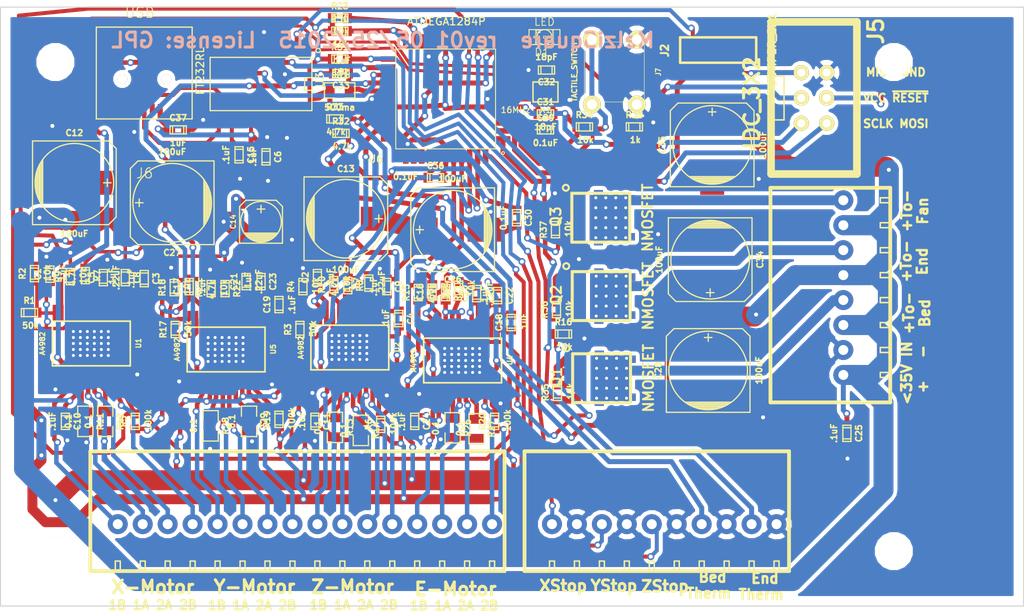
<source format=kicad_pcb>
(kicad_pcb (version 4) (host pcbnew "(2015-08-20 BZR 6109)-product")
  (layers (0 F.Cu signal) (31 B.Cu signal) (34 B.Paste user) (35 F.Paste user) (36 B.SilkS user) (37 F.SilkS user) (38 B.Mask user) (39 F.Mask user) (44 Edge.Cuts user))
  (net 0 "")
  (net 1 BED-TEMP)
  (net 2 D+)
  (net 3 D-)
  (net 4 E-DIR)
  (net 5 E-OUT1A)
  (net 6 E-OUT1B)
  (net 7 E-OUT2A)
  (net 8 E-OUT2B)
  (net 9 E-STEP)
  (net 10 END-TEMP)
  (net 11 FAN)
  (net 12 FT_RXD)
  (net 13 FT_TXD)
  (net 14 GND)
  (net 15 HOTBED)
  (net 16 HOTEND)
  (net 17 MISO)
  (net 18 MOSI)
  (net 19 N-000001)
  (net 20 N-0000010)
  (net 21 N-00000100)
  (net 22 N-00000101)
  (net 23 N-00000102)
  (net 24 N-00000103)
  (net 25 N-00000104)
  (net 26 N-00000105)
  (net 27 N-00000106)
  (net 28 N-00000107)
  (net 29 N-00000108)
  (net 30 N-00000109)
  (net 31 N-00000110)
  (net 32 N-0000017)
  (net 33 N-0000020)
  (net 34 N-0000021)
  (net 35 N-0000023)
  (net 36 N-0000024)
  (net 37 N-0000026)
  (net 38 N-0000028)
  (net 39 N-0000029)
  (net 40 N-000003)
  (net 41 N-0000030)
  (net 42 N-0000035)
  (net 43 N-0000036)
  (net 44 N-0000037)
  (net 45 N-0000039)
  (net 46 N-0000040)
  (net 47 N-0000042)
  (net 48 N-0000043)
  (net 49 N-0000044)
  (net 50 N-0000045)
  (net 51 N-0000046)
  (net 52 N-0000059)
  (net 53 N-000006)
  (net 54 N-0000060)
  (net 55 N-0000061)
  (net 56 N-0000078)
  (net 57 N-000008)
  (net 58 N-000009)
  (net 59 N-0000090)
  (net 60 N-0000091)
  (net 61 N-0000092)
  (net 62 N-0000093)
  (net 63 N-0000095)
  (net 64 N-0000096)
  (net 65 N-0000098)
  (net 66 SCLK)
  (net 67 VCC)
  (net 68 VMotor)
  (net 69 X-DIR)
  (net 70 X-OUT1A)
  (net 71 X-OUT1B)
  (net 72 X-OUT2A)
  (net 73 X-OUT2B)
  (net 74 X-STEP)
  (net 75 X-STOP)
  (net 76 Y-DIR)
  (net 77 Y-OUT1A)
  (net 78 Y-OUT1B)
  (net 79 Y-OUT2A)
  (net 80 Y-OUT2B)
  (net 81 Y-STEP)
  (net 82 Y-STOP)
  (net 83 Z-DIR)
  (net 84 Z-OUT1A)
  (net 85 Z-OUT1B)
  (net 86 Z-OUT2A)
  (net 87 Z-OUT2B)
  (net 88 Z-STEP)
  (net 89 Z-STOP)
  (net 90 ~RESET)
  (net 91 ~XYE-ENABLE)
  (net 92 ~Z-ENABLE)
  (module TED_USB_SMT_MINI (layer F.Cu) (at 99.9 68.1 180)
    (fp_text reference J6 (at -0.0381 -10.04316 180) (layer F.SilkS) (effects (font (size 1.00076 1.00076) (thickness 0.09906))))
    (fp_text value USB (at 0.4445 6.0452 180) (layer F.SilkS) (effects (font (size 1.00076 1.00076) (thickness 0.09906))))
    (pad GP smd rect (at 4.45008 -3.0988 180) (size 1.6002 1.6002) (layers F.Cu F.Paste F.Mask))
    (pad GP smd rect (at 4.45008 2.4003 180) (size 1.6002 1.6002) (layers F.Cu F.Paste F.Mask))
    (pad GP smd rect (at -4.45008 -3.0988 180) (size 1.6002 1.6002) (layers F.Cu F.Paste F.Mask))
    (pad "" thru_hole circle (at 2.19964 -0.59944 180) (size 1.00076 1.00076) (drill 1.00076) (layers *.Cu *.Mask F.SilkS))
    (pad 4 smd rect (at 0.8001 -3.70078 180) (size 0.50038 1.19888) (layers F.Cu F.Paste F.Mask) (net 14 GND))
    (pad 1 smd rect (at -1.6002 -3.70078 180) (size 0.50038 1.19888) (layers F.Cu F.Paste F.Mask) (net 67 VCC))
    (pad 2 smd rect (at -0.8001 -3.70078 180) (size 0.50038 1.19888) (layers F.Cu F.Paste F.Mask) (net 3 D-))
    (pad 5 smd rect (at 1.6002 -3.70078 180) (size 0.50038 1.19888) (layers F.Cu F.Paste F.Mask))
    (pad 3 smd rect (at 0.0127 -3.70078 180) (size 0.50038 1.19888) (layers F.Cu F.Paste F.Mask) (net 2 D+))
    (pad GP smd rect (at -4.45008 2.4003 180) (size 1.6002 1.6002) (layers F.Cu F.Paste F.Mask))
    (pad "" thru_hole circle (at -2.19964 -0.59944 180) (size 1.00076 1.00076) (drill 1.00076) (layers *.Cu *.Mask F.SilkS))
  )
  (module TED_TSSOP24+PAD (layer F.Cu) (at 120.5 95.6 180)
    (fp_text reference U2 (at -4.725 0.025 270) (layer F.SilkS) (effects (font (size 0.50038 0.50038) (thickness 0.12446))))
    (fp_text value A4982 (at 4.9 0 270) (layer F.SilkS) (effects (font (size 0.50038 0.50038) (thickness 0.12446))))
    (pad PAD thru_hole circle (at 0.4 0 180) (size 0.4 0.4) (drill 0.3) (layers *.Cu) (net 14 GND))
    (pad PAD thru_hole circle (at 1.1 0 180) (size 0.4 0.4) (drill 0.3) (layers *.Cu) (net 14 GND))
    (pad PAD thru_hole circle (at 1.8 0 180) (size 0.4 0.4) (drill 0.3) (layers *.Cu) (net 14 GND))
    (pad PAD thru_hole circle (at -0.3 0 180) (size 0.4 0.4) (drill 0.3) (layers *.Cu) (net 14 GND))
    (pad PAD thru_hole circle (at -1 0 180) (size 0.4 0.4) (drill 0.3) (layers *.Cu) (net 14 GND))
    (pad PAD thru_hole circle (at -1.7 0 180) (size 0.4 0.4) (drill 0.3) (layers *.Cu) (net 14 GND))
    (pad PAD thru_hole circle (at -1.7 0.6 180) (size 0.4 0.4) (drill 0.3) (layers *.Cu) (net 14 GND))
    (pad PAD thru_hole circle (at -1 0.6 180) (size 0.4 0.4) (drill 0.3) (layers *.Cu) (net 14 GND))
    (pad PAD thru_hole circle (at -0.3 0.6 180) (size 0.4 0.4) (drill 0.3) (layers *.Cu) (net 14 GND))
    (pad PAD thru_hole circle (at 1.8 0.6 180) (size 0.4 0.4) (drill 0.3) (layers *.Cu) (net 14 GND))
    (pad PAD thru_hole circle (at 1.1 0.6 180) (size 0.4 0.4) (drill 0.3) (layers *.Cu) (net 14 GND))
    (pad PAD thru_hole circle (at 0.4 0.6 180) (size 0.4 0.4) (drill 0.3) (layers *.Cu) (net 14 GND))
    (pad PAD thru_hole circle (at 0.4 1.2 180) (size 0.4 0.4) (drill 0.3) (layers *.Cu) (net 14 GND))
    (pad PAD thru_hole circle (at 1.1 1.2 180) (size 0.4 0.4) (drill 0.3) (layers *.Cu) (net 14 GND))
    (pad PAD thru_hole circle (at 1.8 1.2 180) (size 0.4 0.4) (drill 0.3) (layers *.Cu) (net 14 GND))
    (pad PAD thru_hole circle (at -0.3 1.2 180) (size 0.4 0.4) (drill 0.3) (layers *.Cu) (net 14 GND))
    (pad PAD thru_hole circle (at -1 1.2 180) (size 0.4 0.4) (drill 0.3) (layers *.Cu) (net 14 GND))
    (pad PAD thru_hole circle (at -1.7 1.2 180) (size 0.4 0.4) (drill 0.3) (layers *.Cu) (net 14 GND))
    (pad PAD thru_hole circle (at -1.7 -0.6 180) (size 0.4 0.4) (drill 0.3) (layers *.Cu) (net 14 GND))
    (pad PAD thru_hole circle (at -1 -0.6 180) (size 0.4 0.4) (drill 0.3) (layers *.Cu) (net 14 GND))
    (pad PAD thru_hole circle (at -0.3 -0.6 180) (size 0.4 0.4) (drill 0.3) (layers *.Cu) (net 14 GND))
    (pad PAD thru_hole circle (at 1.8 -0.6 180) (size 0.4 0.4) (drill 0.3) (layers *.Cu) (net 14 GND))
    (pad PAD thru_hole circle (at 1.1 -0.6 180) (size 0.4 0.4) (drill 0.3) (layers *.Cu) (net 14 GND))
    (pad PAD thru_hole circle (at 0.4 -0.6 180) (size 0.4 0.4) (drill 0.3) (layers *.Cu) (net 14 GND))
    (pad PAD thru_hole circle (at 0.4 -1.2 180) (size 0.4 0.4) (drill 0.3) (layers *.Cu) (net 14 GND))
    (pad PAD thru_hole circle (at 1.1 -1.2 180) (size 0.4 0.4) (drill 0.3) (layers *.Cu) (net 14 GND))
    (pad PAD thru_hole circle (at 1.8 -1.2 180) (size 0.4 0.4) (drill 0.3) (layers *.Cu) (net 14 GND))
    (pad PAD thru_hole circle (at -0.3 -1.2 180) (size 0.4 0.4) (drill 0.3) (layers *.Cu) (net 14 GND))
    (pad PAD thru_hole circle (at -1 -1.2 180) (size 0.4 0.4) (drill 0.3) (layers *.Cu) (net 14 GND))
    (pad 12 smd rect (at 3.64894 3.05 180) (size 0.45 1.65) (layers F.Cu F.Paste F.Mask) (net 44 N-0000037))
    (pad 11 smd rect (at 3.00124 3.05 180) (size 0.45 1.65) (layers F.Cu F.Paste F.Mask) (net 88 Z-STEP))
    (pad 14 smd rect (at 2.92624 -3.05 180) (size 0.45 1.65) (layers F.Cu F.Paste F.Mask) (net 83 Z-DIR))
    (pad 13 smd rect (at 3.57394 -3.05 180) (size 0.45 1.65) (layers F.Cu F.Paste F.Mask) (net 14 GND))
    (pad 15 smd rect (at 2.27394 -3.05 180) (size 0.45 1.65) (layers F.Cu F.Paste F.Mask) (net 85 Z-OUT1B))
    (pad 16 smd rect (at 1.62624 -3.05 180) (size 0.45 1.65) (layers F.Cu F.Paste F.Mask) (net 68 VMotor))
    (pad 17 smd rect (at 0.976 -3.05 180) (size 0.45 1.65) (layers F.Cu F.Paste F.Mask) (net 42 N-0000035))
    (pad 18 smd rect (at 0.325 -3.05 180) (size 0.45 1.65) (layers F.Cu F.Paste F.Mask) (net 84 Z-OUT1A))
    (pad 19 smd rect (at -0.325 -3.05 180) (size 0.45 1.65) (layers F.Cu F.Paste F.Mask) (net 86 Z-OUT2A))
    (pad 20 smd rect (at -0.97472 -3.05 180) (size 0.45 1.65) (layers F.Cu F.Paste F.Mask) (net 43 N-0000036))
    (pad 21 smd rect (at -1.62496 -3.05 180) (size 0.45 1.65) (layers F.Cu F.Paste F.Mask) (net 68 VMotor))
    (pad 22 smd rect (at -2.2752 -3.05 180) (size 0.45 1.65) (layers F.Cu F.Paste F.Mask) (net 87 Z-OUT2B))
    (pad 23 smd rect (at -2.92544 -3.05 180) (size 0.45 1.65) (layers F.Cu F.Paste F.Mask) (net 92 ~Z-ENABLE))
    (pad 24 smd rect (at -3.57568 -3.05 180) (size 0.45 1.65) (layers F.Cu F.Paste F.Mask) (net 14 GND))
    (pad 1 smd rect (at -3.50068 3.05 180) (size 0.45 1.65) (layers F.Cu F.Paste F.Mask) (net 36 N-0000024))
    (pad 2 smd rect (at -2.85044 3.05 180) (size 0.45 1.65) (layers F.Cu F.Paste F.Mask) (net 35 N-0000023))
    (pad 3 smd rect (at -2.2002 3.05 180) (size 0.45 1.65) (layers F.Cu F.Paste F.Mask) (net 41 N-0000030))
    (pad 4 smd rect (at -1.54996 3.05 180) (size 0.45 1.65) (layers F.Cu F.Paste F.Mask) (net 39 N-0000029))
    (pad 5 smd rect (at -0.89972 3.05 180) (size 0.45 1.65) (layers F.Cu F.Paste F.Mask) (net 67 VCC))
    (pad 6 smd rect (at -0.24948 3.05 180) (size 0.45 1.65) (layers F.Cu F.Paste F.Mask) (net 67 VCC))
    (pad 7 smd rect (at 0.40076 3.05 180) (size 0.45 1.65) (layers F.Cu F.Paste F.Mask) (net 37 N-0000026))
    (pad 8 smd rect (at 1.051 3.05 180) (size 0.45 1.65) (layers F.Cu F.Paste F.Mask) (net 38 N-0000028))
    (pad 9 smd rect (at 1.70124 3.05 180) (size 0.45 1.65) (layers F.Cu F.Paste F.Mask) (net 37 N-0000026))
    (pad 10 smd rect (at 2.34894 3.05 180) (size 0.45 1.65) (layers F.Cu F.Paste F.Mask) (net 67 VCC))
    (pad PAD smd rect (at 0 0 180) (size 4.32 3) (layers F.Cu F.Paste F.Mask) (net 14 GND))
    (pad PAD thru_hole circle (at -1.7 -1.2 180) (size 0.4 0.4) (drill 0.3) (layers *.Cu) (net 14 GND))
    (pad PAD smd rect (at 0 0 180) (size 4.32 3) (layers B.Cu F.Paste F.Mask) (net 14 GND))
  )
  (module TED_HEADER_2x1_SMT (layer F.Cu) (at 157.4 65.8 270)
    (fp_text reference J2 (at 0.05 5.35 270) (layer F.SilkS) (effects (font (size 0.762 0.762) (thickness 0.1905))))
    (fp_text value JUMPER_2X1 (at -0.1 -5.4 270) (layer F.SilkS) (effects (font (size 0.762 0.762) (thickness 0.1905))))
    (pad 1 smd rect (at 0 2.54 270) (size 0.9906 2.54) (layers F.Cu F.Paste F.Mask) (net 52 N-0000059) (clearance 0.508))
    (pad 2 smd rect (at 0 -2.54 270) (size 0.9906 2.54) (layers F.Cu F.Paste F.Mask) (net 90 ~RESET) (clearance 0.508))
  )
  (module TED_TERMINAL_SPRING_2.54MM_8PIN_1989803 (layer F.Cu) (at 168.64 89.6 90)
    (fp_text reference J4 hide)
    (fp_text value TERMINAL_8X1 hide)
    (pad 4 thru_hole circle (at -1.25 1.3 90) (size 2 2) (drill 1) (layers *.Cu *.Mask) (net 45 N-0000039))
    (pad 3 thru_hole circle (at -3.75 1.3 90) (size 2 2) (drill 1) (layers *.Cu *.Mask) (net 68 VMotor))
    (pad 7 thru_hole circle (at 6.25 1.3 90) (size 2 2) (drill 1) (layers *.Cu *.Mask) (net 68 VMotor))
    (pad 8 thru_hole circle (at 8.75 1.3 90) (size 2 2) (drill 1) (layers *.Cu *.Mask) (net 46 N-0000040))
    (pad 6 thru_hole circle (at 3.75 1.3 90) (size 2 2) (drill 1) (layers *.Cu *.Mask) (net 47 N-0000042))
    (pad 5 thru_hole circle (at 1.25 1.3 90) (size 2 2) (drill 1) (layers *.Cu *.Mask) (net 68 VMotor))
    (pad 1 thru_hole circle (at -8.75 1.3 90) (size 2 2) (drill 1) (layers *.Cu *.Mask) (net 68 VMotor))
    (pad 2 thru_hole circle (at -6.25 1.3 90) (size 2 2) (drill 1) (layers *.Cu *.Mask) (net 14 GND))
  )
  (module TED_IDC_3x2 (layer F.Cu) (at 167 70.6 270)
    (fp_text reference J5 (at -6.7 -6.2 270) (layer F.SilkS) (effects (font (thickness 0.3048))))
    (fp_text value IDC_3X2 (at 0.508 6.223 270) (layer F.SilkS) (effects (font (thickness 0.3048))))
    (pad 1 thru_hole circle (at -2.54 1.27 270) (size 1.524 1.524) (drill 0.8128) (layers *.Mask B.Cu F.SilkS) (net 17 MISO))
    (pad 2 thru_hole circle (at 0 1.27 270) (size 1.524 1.524) (drill 0.8128) (layers *.Mask B.Cu F.SilkS) (net 67 VCC))
    (pad 3 thru_hole circle (at 2.54 1.27 270) (size 1.524 1.524) (drill 0.8128) (layers *.Mask B.Cu F.SilkS) (net 66 SCLK))
    (pad 4 thru_hole circle (at 2.54 -1.27 270) (size 1.524 1.524) (drill 0.8128) (layers *.Mask B.Cu F.SilkS) (net 18 MOSI))
    (pad 5 thru_hole circle (at 0 -1.27 270) (size 1.524 1.524) (drill 0.8128) (layers *.Mask B.Cu F.SilkS) (net 90 ~RESET))
    (pad 6 thru_hole circle (at -2.54 -1.27 270) (size 1.524 1.524) (drill 0.8128) (layers *.Mask B.Cu F.SilkS) (net 14 GND))
  )
  (module TED_TERMINAL_SPRING_2.54MM_10PIN_1989829 (layer F.Cu) (at 152 112)
    (fp_text reference J3 hide)
    (fp_text value TERMINAL_10X1 hide)
    (pad 10 thru_hole circle (at 11.25 1.3) (size 2 2) (drill 1) (layers *.Cu *.Mask) (net 14 GND))
    (pad 9 thru_hole circle (at 8.75 1.3) (size 2 2) (drill 1) (layers *.Cu *.Mask) (net 10 END-TEMP))
    (pad 4 thru_hole circle (at -3.75 1.3) (size 2 2) (drill 1) (layers *.Cu *.Mask) (net 14 GND))
    (pad 3 thru_hole circle (at -6.25 1.3) (size 2 2) (drill 1) (layers *.Cu *.Mask) (net 82 Y-STOP))
    (pad 7 thru_hole circle (at 3.75 1.3) (size 2 2) (drill 1) (layers *.Cu *.Mask) (net 1 BED-TEMP))
    (pad 8 thru_hole circle (at 6.25 1.3) (size 2 2) (drill 1) (layers *.Cu *.Mask) (net 14 GND))
    (pad 6 thru_hole circle (at 1.25 1.3) (size 2 2) (drill 1) (layers *.Cu *.Mask) (net 14 GND))
    (pad 5 thru_hole circle (at -1.25 1.3) (size 2 2) (drill 1) (layers *.Cu *.Mask) (net 89 Z-STOP))
    (pad 1 thru_hole circle (at -11.25 1.3) (size 2 2) (drill 1) (layers *.Cu *.Mask) (net 75 X-STOP))
    (pad 2 thru_hole circle (at -8.75 1.3) (size 2 2) (drill 1) (layers *.Cu *.Mask) (net 14 GND))
  )
  (module TED_TSSOP24+PAD (layer F.Cu) (at 94.6 95.2 180)
    (fp_text reference U1 (at -4.725 0.025 270) (layer F.SilkS) (effects (font (size 0.50038 0.50038) (thickness 0.12446))))
    (fp_text value A4982 (at 4.9 0 270) (layer F.SilkS) (effects (font (size 0.50038 0.50038) (thickness 0.12446))))
    (pad PAD thru_hole circle (at 0.4 0 180) (size 0.4 0.4) (drill 0.3) (layers *.Cu) (net 14 GND))
    (pad PAD thru_hole circle (at 1.1 0 180) (size 0.4 0.4) (drill 0.3) (layers *.Cu) (net 14 GND))
    (pad PAD thru_hole circle (at 1.8 0 180) (size 0.4 0.4) (drill 0.3) (layers *.Cu) (net 14 GND))
    (pad PAD thru_hole circle (at -0.3 0 180) (size 0.4 0.4) (drill 0.3) (layers *.Cu) (net 14 GND))
    (pad PAD thru_hole circle (at -1 0 180) (size 0.4 0.4) (drill 0.3) (layers *.Cu) (net 14 GND))
    (pad PAD thru_hole circle (at -1.7 0 180) (size 0.4 0.4) (drill 0.3) (layers *.Cu) (net 14 GND))
    (pad PAD thru_hole circle (at -1.7 0.6 180) (size 0.4 0.4) (drill 0.3) (layers *.Cu) (net 14 GND))
    (pad PAD thru_hole circle (at -1 0.6 180) (size 0.4 0.4) (drill 0.3) (layers *.Cu) (net 14 GND))
    (pad PAD thru_hole circle (at -0.3 0.6 180) (size 0.4 0.4) (drill 0.3) (layers *.Cu) (net 14 GND))
    (pad PAD thru_hole circle (at 1.8 0.6 180) (size 0.4 0.4) (drill 0.3) (layers *.Cu) (net 14 GND))
    (pad PAD thru_hole circle (at 1.1 0.6 180) (size 0.4 0.4) (drill 0.3) (layers *.Cu) (net 14 GND))
    (pad PAD thru_hole circle (at 0.4 0.6 180) (size 0.4 0.4) (drill 0.3) (layers *.Cu) (net 14 GND))
    (pad PAD thru_hole circle (at 0.4 1.2 180) (size 0.4 0.4) (drill 0.3) (layers *.Cu) (net 14 GND))
    (pad PAD thru_hole circle (at 1.1 1.2 180) (size 0.4 0.4) (drill 0.3) (layers *.Cu) (net 14 GND))
    (pad PAD thru_hole circle (at 1.8 1.2 180) (size 0.4 0.4) (drill 0.3) (layers *.Cu) (net 14 GND))
    (pad PAD thru_hole circle (at -0.3 1.2 180) (size 0.4 0.4) (drill 0.3) (layers *.Cu) (net 14 GND))
    (pad PAD thru_hole circle (at -1 1.2 180) (size 0.4 0.4) (drill 0.3) (layers *.Cu) (net 14 GND))
    (pad PAD thru_hole circle (at -1.7 1.2 180) (size 0.4 0.4) (drill 0.3) (layers *.Cu) (net 14 GND))
    (pad PAD thru_hole circle (at -1.7 -0.6 180) (size 0.4 0.4) (drill 0.3) (layers *.Cu) (net 14 GND))
    (pad PAD thru_hole circle (at -1 -0.6 180) (size 0.4 0.4) (drill 0.3) (layers *.Cu) (net 14 GND))
    (pad PAD thru_hole circle (at -0.3 -0.6 180) (size 0.4 0.4) (drill 0.3) (layers *.Cu) (net 14 GND))
    (pad PAD thru_hole circle (at 1.8 -0.6 180) (size 0.4 0.4) (drill 0.3) (layers *.Cu) (net 14 GND))
    (pad PAD thru_hole circle (at 1.1 -0.6 180) (size 0.4 0.4) (drill 0.3) (layers *.Cu) (net 14 GND))
    (pad PAD thru_hole circle (at 0.4 -0.6 180) (size 0.4 0.4) (drill 0.3) (layers *.Cu) (net 14 GND))
    (pad PAD thru_hole circle (at 0.4 -1.2 180) (size 0.4 0.4) (drill 0.3) (layers *.Cu) (net 14 GND))
    (pad PAD thru_hole circle (at 1.1 -1.2 180) (size 0.4 0.4) (drill 0.3) (layers *.Cu) (net 14 GND))
    (pad PAD thru_hole circle (at 1.8 -1.2 180) (size 0.4 0.4) (drill 0.3) (layers *.Cu) (net 14 GND))
    (pad PAD thru_hole circle (at -0.3 -1.2 180) (size 0.4 0.4) (drill 0.3) (layers *.Cu) (net 14 GND))
    (pad PAD thru_hole circle (at -1 -1.2 180) (size 0.4 0.4) (drill 0.3) (layers *.Cu) (net 14 GND))
    (pad 12 smd rect (at 3.64894 3.05 180) (size 0.45 1.65) (layers F.Cu F.Paste F.Mask) (net 31 N-00000110))
    (pad 11 smd rect (at 3.00124 3.05 180) (size 0.45 1.65) (layers F.Cu F.Paste F.Mask) (net 74 X-STEP))
    (pad 14 smd rect (at 2.92624 -3.05 180) (size 0.45 1.65) (layers F.Cu F.Paste F.Mask) (net 69 X-DIR))
    (pad 13 smd rect (at 3.57394 -3.05 180) (size 0.45 1.65) (layers F.Cu F.Paste F.Mask) (net 14 GND))
    (pad 15 smd rect (at 2.27394 -3.05 180) (size 0.45 1.65) (layers F.Cu F.Paste F.Mask) (net 71 X-OUT1B))
    (pad 16 smd rect (at 1.62624 -3.05 180) (size 0.45 1.65) (layers F.Cu F.Paste F.Mask) (net 68 VMotor))
    (pad 17 smd rect (at 0.976 -3.05 180) (size 0.45 1.65) (layers F.Cu F.Paste F.Mask) (net 62 N-0000093))
    (pad 18 smd rect (at 0.325 -3.05 180) (size 0.45 1.65) (layers F.Cu F.Paste F.Mask) (net 70 X-OUT1A))
    (pad 19 smd rect (at -0.325 -3.05 180) (size 0.45 1.65) (layers F.Cu F.Paste F.Mask) (net 72 X-OUT2A))
    (pad 20 smd rect (at -0.97472 -3.05 180) (size 0.45 1.65) (layers F.Cu F.Paste F.Mask) (net 30 N-00000109))
    (pad 21 smd rect (at -1.62496 -3.05 180) (size 0.45 1.65) (layers F.Cu F.Paste F.Mask) (net 68 VMotor))
    (pad 22 smd rect (at -2.2752 -3.05 180) (size 0.45 1.65) (layers F.Cu F.Paste F.Mask) (net 73 X-OUT2B))
    (pad 23 smd rect (at -2.92544 -3.05 180) (size 0.45 1.65) (layers F.Cu F.Paste F.Mask) (net 91 ~XYE-ENABLE))
    (pad 24 smd rect (at -3.57568 -3.05 180) (size 0.45 1.65) (layers F.Cu F.Paste F.Mask) (net 14 GND))
    (pad 1 smd rect (at -3.50068 3.05 180) (size 0.45 1.65) (layers F.Cu F.Paste F.Mask) (net 27 N-00000106))
    (pad 2 smd rect (at -2.85044 3.05 180) (size 0.45 1.65) (layers F.Cu F.Paste F.Mask) (net 28 N-00000107))
    (pad 3 smd rect (at -2.2002 3.05 180) (size 0.45 1.65) (layers F.Cu F.Paste F.Mask) (net 61 N-0000092))
    (pad 4 smd rect (at -1.54996 3.05 180) (size 0.45 1.65) (layers F.Cu F.Paste F.Mask) (net 60 N-0000091))
    (pad 5 smd rect (at -0.89972 3.05 180) (size 0.45 1.65) (layers F.Cu F.Paste F.Mask) (net 67 VCC))
    (pad 6 smd rect (at -0.24948 3.05 180) (size 0.45 1.65) (layers F.Cu F.Paste F.Mask) (net 67 VCC))
    (pad 7 smd rect (at 0.40076 3.05 180) (size 0.45 1.65) (layers F.Cu F.Paste F.Mask) (net 29 N-00000108))
    (pad 8 smd rect (at 1.051 3.05 180) (size 0.45 1.65) (layers F.Cu F.Paste F.Mask) (net 59 N-0000090))
    (pad 9 smd rect (at 1.70124 3.05 180) (size 0.45 1.65) (layers F.Cu F.Paste F.Mask) (net 29 N-00000108))
    (pad 10 smd rect (at 2.34894 3.05 180) (size 0.45 1.65) (layers F.Cu F.Paste F.Mask) (net 67 VCC))
    (pad PAD smd rect (at 0 0 180) (size 4.32 3) (layers F.Cu F.Paste F.Mask) (net 14 GND))
    (pad PAD thru_hole circle (at -1.7 -1.2 180) (size 0.4 0.4) (drill 0.3) (layers *.Cu) (net 14 GND))
    (pad PAD smd rect (at 0 0 180) (size 4.32 3) (layers B.Cu F.Paste F.Mask) (net 14 GND))
  )
  (module TED_SM0603_R (layer F.Cu) (at 119 72.7)
    (fp_text reference R33 (at 0 -1.2) (layer F.SilkS) (effects (font (size 0.6 0.6))))
    (fp_text value 4.7k (at 0.1 1.3) (layer F.SilkS) (effects (font (size 0.6 0.6))))
    (pad 2 smd rect (at 0.75184 0) (size 0.89916 1.00076) (layers F.Cu F.Paste F.Mask) (net 10 END-TEMP) (clearance 0.1))
    (pad 1 smd rect (at -0.75184 0) (size 0.89916 1.00076) (layers F.Cu F.Paste F.Mask) (net 67 VCC) (clearance 0.1))
  )
  (module TED_SM0603_R (layer F.Cu) (at 141.9 94.25)
    (fp_text reference R16 (at 0 -1.2) (layer F.SilkS) (effects (font (size 0.6 0.6))))
    (fp_text value 10k (at 0.1 1.3) (layer F.SilkS) (effects (font (size 0.6 0.6))))
    (pad 2 smd rect (at 0.75184 0) (size 0.89916 1.00076) (layers F.Cu F.Paste F.Mask) (net 14 GND) (clearance 0.1))
    (pad 1 smd rect (at -0.75184 0) (size 0.89916 1.00076) (layers F.Cu F.Paste F.Mask) (net 33 N-0000020) (clearance 0.1))
  )
  (module TED_SM0603_R (layer F.Cu) (at 127.35 90.1 90)
    (fp_text reference R15 (at 0 -1.2 90) (layer F.SilkS) (effects (font (size 0.6 0.6))))
    (fp_text value 50k (at 0.1 1.3 90) (layer F.SilkS) (effects (font (size 0.6 0.6))))
    (pad 2 smd rect (at 0.75184 0 90) (size 0.89916 1.00076) (layers F.Cu F.Paste F.Mask) (net 33 N-0000020) (clearance 0.1))
    (pad 1 smd rect (at -0.75184 0 90) (size 0.89916 1.00076) (layers F.Cu F.Paste F.Mask) (net 67 VCC) (clearance 0.1))
  )
  (module TED_SM0805_R (layer F.Cu) (at 121.6 103.9 270)
    (fp_text reference R14 (at 0 -1.5 270) (layer F.SilkS) (effects (font (size 0.6 0.6))))
    (fp_text value 0.1 (at 0 1.7 270) (layer F.SilkS) (effects (font (size 0.6 0.6))))
    (pad 1 smd rect (at -0.9525 0 270) (size 0.889 1.397) (layers F.Cu F.Paste F.Mask) (net 43 N-0000036))
    (pad 2 smd rect (at 0.9525 0 270) (size 0.889 1.397) (layers F.Cu F.Paste F.Mask) (net 14 GND))
  )
  (module TED_SM0805_R (layer F.Cu) (at 119 103.6 270)
    (fp_text reference R13 (at 0 -1.5 270) (layer F.SilkS) (effects (font (size 0.6 0.6))))
    (fp_text value 0.1 (at 0 1.7 270) (layer F.SilkS) (effects (font (size 0.6 0.6))))
    (pad 1 smd rect (at -0.9525 0 270) (size 0.889 1.397) (layers F.Cu F.Paste F.Mask) (net 42 N-0000035))
    (pad 2 smd rect (at 0.9525 0 270) (size 0.889 1.397) (layers F.Cu F.Paste F.Mask) (net 14 GND))
  )
  (module TED_SM0805_R (layer F.Cu) (at 96 103 270)
    (fp_text reference R12 (at 0 -1.5 270) (layer F.SilkS) (effects (font (size 0.6 0.6))))
    (fp_text value 0.1 (at 0 1.7 270) (layer F.SilkS) (effects (font (size 0.6 0.6))))
    (pad 1 smd rect (at -0.9525 0 270) (size 0.889 1.397) (layers F.Cu F.Paste F.Mask) (net 30 N-00000109))
    (pad 2 smd rect (at 0.9525 0 270) (size 0.889 1.397) (layers F.Cu F.Paste F.Mask) (net 14 GND))
  )
  (module TED_SM0805_R (layer F.Cu) (at 94 103 270)
    (fp_text reference R11 (at 0 -1.5 270) (layer F.SilkS) (effects (font (size 0.6 0.6))))
    (fp_text value 0.1 (at 0 1.7 270) (layer F.SilkS) (effects (font (size 0.6 0.6))))
    (pad 1 smd rect (at -0.9525 0 270) (size 0.889 1.397) (layers F.Cu F.Paste F.Mask) (net 62 N-0000093))
    (pad 2 smd rect (at 0.9525 0 270) (size 0.889 1.397) (layers F.Cu F.Paste F.Mask) (net 14 GND))
  )
  (module TED_SM0603_R (layer F.Cu) (at 118.9 89.3 90)
    (fp_text reference R10 (at 0 -1.2 90) (layer F.SilkS) (effects (font (size 0.6 0.6))))
    (fp_text value 10k (at 0.1 1.3 90) (layer F.SilkS) (effects (font (size 0.6 0.6))))
    (pad 2 smd rect (at 0.75184 0 90) (size 0.89916 1.00076) (layers F.Cu F.Paste F.Mask) (net 14 GND) (clearance 0.1))
    (pad 1 smd rect (at -0.75184 0 90) (size 0.89916 1.00076) (layers F.Cu F.Paste F.Mask) (net 38 N-0000028) (clearance 0.1))
  )
  (module TED_SM0603_R (layer F.Cu) (at 92.5 88.5 90)
    (fp_text reference R9 (at 0 -1.2 90) (layer F.SilkS) (effects (font (size 0.6 0.6))))
    (fp_text value 10k (at 0.1 1.3 90) (layer F.SilkS) (effects (font (size 0.6 0.6))))
    (pad 2 smd rect (at 0.75184 0 90) (size 0.89916 1.00076) (layers F.Cu F.Paste F.Mask) (net 14 GND) (clearance 0.1))
    (pad 1 smd rect (at -0.75184 0 90) (size 0.89916 1.00076) (layers F.Cu F.Paste F.Mask) (net 59 N-0000090) (clearance 0.1))
  )
  (module TED_SM0603_R (layer F.Cu) (at 120.3 89.4 270)
    (fp_text reference R8 (at 0 -1.2 270) (layer F.SilkS) (effects (font (size 0.6 0.6))))
    (fp_text value 4.7k (at 0.1 1.3 270) (layer F.SilkS) (effects (font (size 0.6 0.6))))
    (pad 2 smd rect (at 0.75184 0 270) (size 0.89916 1.00076) (layers F.Cu F.Paste F.Mask) (net 37 N-0000026) (clearance 0.1))
    (pad 1 smd rect (at -0.75184 0 270) (size 0.89916 1.00076) (layers F.Cu F.Paste F.Mask) (net 67 VCC) (clearance 0.1))
  )
  (module TED_SM0603_R (layer F.Cu) (at 94 88.4 270)
    (fp_text reference R7 (at 0 -1.2 270) (layer F.SilkS) (effects (font (size 0.6 0.6))))
    (fp_text value 4.7k (at 0.1 1.3 270) (layer F.SilkS) (effects (font (size 0.6 0.6))))
    (pad 2 smd rect (at 0.75184 0 270) (size 0.89916 1.00076) (layers F.Cu F.Paste F.Mask) (net 29 N-00000108) (clearance 0.1))
    (pad 1 smd rect (at -0.75184 0 270) (size 0.89916 1.00076) (layers F.Cu F.Paste F.Mask) (net 67 VCC) (clearance 0.1))
  )
  (module TED_SM0603_R (layer F.Cu) (at 123.6 103.3 90)
    (fp_text reference R6 (at 0 -1.2 90) (layer F.SilkS) (effects (font (size 0.6 0.6))))
    (fp_text value 100k (at 0.1 1.3 90) (layer F.SilkS) (effects (font (size 0.6 0.6))))
    (pad 2 smd rect (at 0.75184 0 90) (size 0.89916 1.00076) (layers F.Cu F.Paste F.Mask) (net 92 ~Z-ENABLE) (clearance 0.1))
    (pad 1 smd rect (at -0.75184 0 90) (size 0.89916 1.00076) (layers F.Cu F.Paste F.Mask) (net 67 VCC) (clearance 0.1))
  )
  (module TED_SM0603_R (layer F.Cu) (at 99 103 90)
    (fp_text reference R5 (at 0 -1.2 90) (layer F.SilkS) (effects (font (size 0.6 0.6))))
    (fp_text value 100k (at 0.1 1.3 90) (layer F.SilkS) (effects (font (size 0.6 0.6))))
    (pad 2 smd rect (at 0.75184 0 90) (size 0.89916 1.00076) (layers F.Cu F.Paste F.Mask) (net 91 ~XYE-ENABLE) (clearance 0.1))
    (pad 1 smd rect (at -0.75184 0 90) (size 0.89916 1.00076) (layers F.Cu F.Paste F.Mask) (net 67 VCC) (clearance 0.1))
  )
  (module TED_SM0603_R (layer F.Cu) (at 115.5 93.8 90)
    (fp_text reference R3 (at 0 -1.2 90) (layer F.SilkS) (effects (font (size 0.6 0.6))))
    (fp_text value 50k (at 0.1 1.3 90) (layer F.SilkS) (effects (font (size 0.6 0.6))))
    (pad 2 smd rect (at 0.75184 0 90) (size 0.89916 1.00076) (layers F.Cu F.Paste F.Mask) (net 44 N-0000037) (clearance 0.1))
    (pad 1 smd rect (at -0.75184 0 90) (size 0.89916 1.00076) (layers F.Cu F.Paste F.Mask) (net 67 VCC) (clearance 0.1))
  )
  (module TED_SM0603_R (layer F.Cu) (at 88.9 88.2 90)
    (fp_text reference R2 (at 0 -1.2 90) (layer F.SilkS) (effects (font (size 0.6 0.6))))
    (fp_text value 10k (at 0.1 1.3 90) (layer F.SilkS) (effects (font (size 0.6 0.6))))
    (pad 2 smd rect (at 0.75184 0 90) (size 0.89916 1.00076) (layers F.Cu F.Paste F.Mask) (net 14 GND) (clearance 0.1))
    (pad 1 smd rect (at -0.75184 0 90) (size 0.89916 1.00076) (layers F.Cu F.Paste F.Mask) (net 31 N-00000110) (clearance 0.1))
  )
  (module TED_SM0603_R (layer F.Cu) (at 88.4 92.1)
    (fp_text reference R1 (at 0 -1.2) (layer F.SilkS) (effects (font (size 0.6 0.6))))
    (fp_text value 50k (at 0.1 1.3) (layer F.SilkS) (effects (font (size 0.6 0.6))))
    (pad 2 smd rect (at 0.75184 0) (size 0.89916 1.00076) (layers F.Cu F.Paste F.Mask) (net 31 N-00000110) (clearance 0.1))
    (pad 1 smd rect (at -0.75184 0) (size 0.89916 1.00076) (layers F.Cu F.Paste F.Mask) (net 67 VCC) (clearance 0.1))
  )
  (module TED_c_elec_8mm_SMD (layer F.Cu) (at 92.9 79.1)
    (fp_text reference C12 (at 0 -5) (layer F.SilkS) (effects (font (size 0.6 0.6))))
    (fp_text value 100uF (at 0 5.1) (layer F.SilkS) (effects (font (size 0.6 0.6))))
    (pad 1 smd rect (at 3.2512 0) (size 3.50012 2.4003) (layers F.Cu F.Paste F.Mask) (net 68 VMotor))
    (pad 2 smd rect (at -3.2512 0) (size 3.50012 2.4003) (layers F.Cu F.Paste F.Mask) (net 14 GND))
  )
  (module TED_SM0603_R (layer F.Cu) (at 115.8 89.5 90)
    (fp_text reference R4 (at 0 -1.2 90) (layer F.SilkS) (effects (font (size 0.6 0.6))))
    (fp_text value 10k (at 0.1 1.3 90) (layer F.SilkS) (effects (font (size 0.6 0.6))))
    (pad 2 smd rect (at 0.75184 0 90) (size 0.89916 1.00076) (layers F.Cu F.Paste F.Mask) (net 14 GND) (clearance 0.1))
    (pad 1 smd rect (at -0.75184 0 90) (size 0.89916 1.00076) (layers F.Cu F.Paste F.Mask) (net 44 N-0000037) (clearance 0.1))
  )
  (module TED_SM0603_R (layer F.Cu) (at 103 93.8 90)
    (fp_text reference R17 (at 0 -1.2 90) (layer F.SilkS) (effects (font (size 0.6 0.6))))
    (fp_text value 50k (at 0.1 1.3 90) (layer F.SilkS) (effects (font (size 0.6 0.6))))
    (pad 2 smd rect (at 0.75184 0 90) (size 0.89916 1.00076) (layers F.Cu F.Paste F.Mask) (net 26 N-00000105) (clearance 0.1))
    (pad 1 smd rect (at -0.75184 0 90) (size 0.89916 1.00076) (layers F.Cu F.Paste F.Mask) (net 67 VCC) (clearance 0.1))
  )
  (module TED_SM0603_R (layer F.Cu) (at 102.9 89.6 90)
    (fp_text reference R18 (at 0 -1.2 90) (layer F.SilkS) (effects (font (size 0.6 0.6))))
    (fp_text value 10k (at 0.1 1.3 90) (layer F.SilkS) (effects (font (size 0.6 0.6))))
    (pad 2 smd rect (at 0.75184 0 90) (size 0.89916 1.00076) (layers F.Cu F.Paste F.Mask) (net 14 GND) (clearance 0.1))
    (pad 1 smd rect (at -0.75184 0 90) (size 0.89916 1.00076) (layers F.Cu F.Paste F.Mask) (net 26 N-00000105) (clearance 0.1))
  )
  (module TED_SM0603_R (layer F.Cu) (at 113.4 102.8 90)
    (fp_text reference R19 (at 0 -1.2 90) (layer F.SilkS) (effects (font (size 0.6 0.6))))
    (fp_text value 100k (at 0.1 1.3 90) (layer F.SilkS) (effects (font (size 0.6 0.6))))
    (pad 2 smd rect (at 0.75184 0 90) (size 0.89916 1.00076) (layers F.Cu F.Paste F.Mask) (net 91 ~XYE-ENABLE) (clearance 0.1))
    (pad 1 smd rect (at -0.75184 0 90) (size 0.89916 1.00076) (layers F.Cu F.Paste F.Mask) (net 67 VCC) (clearance 0.1))
  )
  (module TED_SM0603_R (layer F.Cu) (at 135 103 90)
    (fp_text reference R20 (at 0 -1.2 90) (layer F.SilkS) (effects (font (size 0.6 0.6))))
    (fp_text value 100k (at 0.1 1.3 90) (layer F.SilkS) (effects (font (size 0.6 0.6))))
    (pad 2 smd rect (at 0.75184 0 90) (size 0.89916 1.00076) (layers F.Cu F.Paste F.Mask) (net 91 ~XYE-ENABLE) (clearance 0.1))
    (pad 1 smd rect (at -0.75184 0 90) (size 0.89916 1.00076) (layers F.Cu F.Paste F.Mask) (net 67 VCC) (clearance 0.1))
  )
  (module TED_SM0603_R (layer F.Cu) (at 130.1 90.1 270)
    (fp_text reference R21 (at 0 -1.2 270) (layer F.SilkS) (effects (font (size 0.6 0.6))))
    (fp_text value 4.7k (at 0.1 1.3 270) (layer F.SilkS) (effects (font (size 0.6 0.6))))
    (pad 2 smd rect (at 0.75184 0 270) (size 0.89916 1.00076) (layers F.Cu F.Paste F.Mask) (net 53 N-000006) (clearance 0.1))
    (pad 1 smd rect (at -0.75184 0 270) (size 0.89916 1.00076) (layers F.Cu F.Paste F.Mask) (net 67 VCC) (clearance 0.1))
  )
  (module TED_SM0603_R (layer F.Cu) (at 108 89.7 270)
    (fp_text reference R22 (at 0 -1.2 270) (layer F.SilkS) (effects (font (size 0.6 0.6))))
    (fp_text value 4.7k (at 0.1 1.3 270) (layer F.SilkS) (effects (font (size 0.6 0.6))))
    (pad 2 smd rect (at 0.75184 0 270) (size 0.89916 1.00076) (layers F.Cu F.Paste F.Mask) (net 65 N-0000098) (clearance 0.1))
    (pad 1 smd rect (at -0.75184 0 270) (size 0.89916 1.00076) (layers F.Cu F.Paste F.Mask) (net 67 VCC) (clearance 0.1))
  )
  (module TED_SM0603_R (layer F.Cu) (at 119.5 62.6)
    (fp_text reference R23 (at 0 -1.2) (layer F.SilkS) (effects (font (size 0.6 0.6))))
    (fp_text value 10k (at 0.1 1.3) (layer F.SilkS) (effects (font (size 0.6 0.6))))
    (pad 2 smd rect (at 0.75184 0) (size 0.89916 1.00076) (layers F.Cu F.Paste F.Mask) (net 75 X-STOP) (clearance 0.1))
    (pad 1 smd rect (at -0.75184 0) (size 0.89916 1.00076) (layers F.Cu F.Paste F.Mask) (net 67 VCC) (clearance 0.1))
  )
  (module TED_SM0603_R (layer F.Cu) (at 131.4 89.75 90)
    (fp_text reference R24 (at 0 -1.2 90) (layer F.SilkS) (effects (font (size 0.6 0.6))))
    (fp_text value 10k (at 0.1 1.3 90) (layer F.SilkS) (effects (font (size 0.6 0.6))))
    (pad 2 smd rect (at 0.75184 0 90) (size 0.89916 1.00076) (layers F.Cu F.Paste F.Mask) (net 14 GND) (clearance 0.1))
    (pad 1 smd rect (at -0.75184 0 90) (size 0.89916 1.00076) (layers F.Cu F.Paste F.Mask) (net 57 N-000008) (clearance 0.1))
  )
  (module TED_SM0603_R (layer F.Cu) (at 106.6 89.7 90)
    (fp_text reference R25 (at 0 -1.2 90) (layer F.SilkS) (effects (font (size 0.6 0.6))))
    (fp_text value 10k (at 0.1 1.3 90) (layer F.SilkS) (effects (font (size 0.6 0.6))))
    (pad 2 smd rect (at 0.75184 0 90) (size 0.89916 1.00076) (layers F.Cu F.Paste F.Mask) (net 14 GND) (clearance 0.1))
    (pad 1 smd rect (at -0.75184 0 90) (size 0.89916 1.00076) (layers F.Cu F.Paste F.Mask) (net 23 N-00000102) (clearance 0.1))
  )
  (module TED_SM0805_R (layer F.Cu) (at 130.8 103.6475 270)
    (fp_text reference R26 (at 0 -1.5 270) (layer F.SilkS) (effects (font (size 0.6 0.6))))
    (fp_text value 0.1 (at 0 1.7 270) (layer F.SilkS) (effects (font (size 0.6 0.6))))
    (pad 1 smd rect (at -0.9525 0 270) (size 0.889 1.397) (layers F.Cu F.Paste F.Mask) (net 32 N-0000017))
    (pad 2 smd rect (at 0.9525 0 270) (size 0.889 1.397) (layers F.Cu F.Paste F.Mask) (net 14 GND))
  )
  (module TED_SM0805_R (layer F.Cu) (at 133.2 103.7475 270)
    (fp_text reference R27 (at 0 -1.5 270) (layer F.SilkS) (effects (font (size 0.6 0.6))))
    (fp_text value 0.1 (at 0 1.7 270) (layer F.SilkS) (effects (font (size 0.6 0.6))))
    (pad 1 smd rect (at -0.9525 0 270) (size 0.889 1.397) (layers F.Cu F.Paste F.Mask) (net 34 N-0000021))
    (pad 2 smd rect (at 0.9525 0 270) (size 0.889 1.397) (layers F.Cu F.Paste F.Mask) (net 14 GND))
  )
  (module TED_SM0805_R (layer F.Cu) (at 106.55 103.45 270)
    (fp_text reference R28 (at 0 -1.5 270) (layer F.SilkS) (effects (font (size 0.6 0.6))))
    (fp_text value 0.1 (at 0 1.7 270) (layer F.SilkS) (effects (font (size 0.6 0.6))))
    (pad 1 smd rect (at -0.9525 0 270) (size 0.889 1.397) (layers F.Cu F.Paste F.Mask) (net 25 N-00000104))
    (pad 2 smd rect (at 0.9525 0 270) (size 0.889 1.397) (layers F.Cu F.Paste F.Mask) (net 14 GND))
  )
  (module TED_SM0805_R (layer F.Cu) (at 110.4 103 270)
    (fp_text reference R29 (at 0 -1.5 270) (layer F.SilkS) (effects (font (size 0.6 0.6))))
    (fp_text value 0.1 (at 0 1.7 270) (layer F.SilkS) (effects (font (size 0.6 0.6))))
    (pad 1 smd rect (at -0.9525 0 270) (size 0.889 1.397) (layers F.Cu F.Paste F.Mask) (net 22 N-00000101))
    (pad 2 smd rect (at 0.9525 0 270) (size 0.889 1.397) (layers F.Cu F.Paste F.Mask) (net 14 GND))
  )
  (module TED_SM0603_R (layer F.Cu) (at 119.5 63.9)
    (fp_text reference R30 (at 0 -1.2) (layer F.SilkS) (effects (font (size 0.6 0.6))))
    (fp_text value 10k (at 0.1 1.3) (layer F.SilkS) (effects (font (size 0.6 0.6))))
    (pad 2 smd rect (at 0.75184 0) (size 0.89916 1.00076) (layers F.Cu F.Paste F.Mask) (net 82 Y-STOP) (clearance 0.1))
    (pad 1 smd rect (at -0.75184 0) (size 0.89916 1.00076) (layers F.Cu F.Paste F.Mask) (net 67 VCC) (clearance 0.1))
  )
  (module TED_SM0603_R (layer F.Cu) (at 119.5 66.7)
    (fp_text reference R31 (at 0 -1.2) (layer F.SilkS) (effects (font (size 0.6 0.6))))
    (fp_text value 10k (at 0.1 1.3) (layer F.SilkS) (effects (font (size 0.6 0.6))))
    (pad 2 smd rect (at 0.75184 0) (size 0.89916 1.00076) (layers F.Cu F.Paste F.Mask) (net 89 Z-STOP) (clearance 0.1))
    (pad 1 smd rect (at -0.75184 0) (size 0.89916 1.00076) (layers F.Cu F.Paste F.Mask) (net 67 VCC) (clearance 0.1))
  )
  (module TED_SM0603_R (layer F.Cu) (at 119.6086 74.1426)
    (fp_text reference R32 (at 0 -1.2) (layer F.SilkS) (effects (font (size 0.6 0.6))))
    (fp_text value 4.7k (at 0.1 1.3) (layer F.SilkS) (effects (font (size 0.6 0.6))))
    (pad 2 smd rect (at 0.75184 0) (size 0.89916 1.00076) (layers F.Cu F.Paste F.Mask) (net 1 BED-TEMP) (clearance 0.1))
    (pad 1 smd rect (at -0.75184 0) (size 0.89916 1.00076) (layers F.Cu F.Paste F.Mask) (net 67 VCC) (clearance 0.1))
  )
  (module TED_SM0603_R (layer F.Cu) (at 141.3 100.1 90)
    (fp_text reference R35 (at 0 -1.2 90) (layer F.SilkS) (effects (font (size 0.6 0.6))))
    (fp_text value 10k (at 0.1 1.3 90) (layer F.SilkS) (effects (font (size 0.6 0.6))))
    (pad 2 smd rect (at 0.75184 0 90) (size 0.89916 1.00076) (layers F.Cu F.Paste F.Mask) (net 14 GND) (clearance 0.1))
    (pad 1 smd rect (at -0.75184 0 90) (size 0.89916 1.00076) (layers F.Cu F.Paste F.Mask) (net 15 HOTBED) (clearance 0.1))
  )
  (module TED_SM0603_R (layer F.Cu) (at 141.2 91.8 90)
    (fp_text reference R36 (at 0 -1.2 90) (layer F.SilkS) (effects (font (size 0.6 0.6))))
    (fp_text value 10k (at 0.1 1.3 90) (layer F.SilkS) (effects (font (size 0.6 0.6))))
    (pad 2 smd rect (at 0.75184 0 90) (size 0.89916 1.00076) (layers F.Cu F.Paste F.Mask) (net 14 GND) (clearance 0.1))
    (pad 1 smd rect (at -0.75184 0 90) (size 0.89916 1.00076) (layers F.Cu F.Paste F.Mask) (net 16 HOTEND) (clearance 0.1))
  )
  (module TED_SM0603_R (layer F.Cu) (at 149 73.5)
    (fp_text reference R38 (at 0 -1.2) (layer F.SilkS) (effects (font (size 0.6 0.6))))
    (fp_text value 1k (at 0.1 1.3) (layer F.SilkS) (effects (font (size 0.6 0.6))))
    (pad 2 smd rect (at 0.75184 0) (size 0.89916 1.00076) (layers F.Cu F.Paste F.Mask) (net 14 GND) (clearance 0.1))
    (pad 1 smd rect (at -0.75184 0) (size 0.89916 1.00076) (layers F.Cu F.Paste F.Mask) (net 48 N-0000043) (clearance 0.1))
  )
  (module TED_TSSOP24+PAD (layer F.Cu) (at 131.8 96.9 180)
    (fp_text reference U4 (at -4.725 0.025 270) (layer F.SilkS) (effects (font (size 0.50038 0.50038) (thickness 0.12446))))
    (fp_text value A4982 (at 4.9 0 270) (layer F.SilkS) (effects (font (size 0.50038 0.50038) (thickness 0.12446))))
    (pad PAD thru_hole circle (at 0.4 0 180) (size 0.4 0.4) (drill 0.3) (layers *.Cu) (net 14 GND))
    (pad PAD thru_hole circle (at 1.1 0 180) (size 0.4 0.4) (drill 0.3) (layers *.Cu) (net 14 GND))
    (pad PAD thru_hole circle (at 1.8 0 180) (size 0.4 0.4) (drill 0.3) (layers *.Cu) (net 14 GND))
    (pad PAD thru_hole circle (at -0.3 0 180) (size 0.4 0.4) (drill 0.3) (layers *.Cu) (net 14 GND))
    (pad PAD thru_hole circle (at -1 0 180) (size 0.4 0.4) (drill 0.3) (layers *.Cu) (net 14 GND))
    (pad PAD thru_hole circle (at -1.7 0 180) (size 0.4 0.4) (drill 0.3) (layers *.Cu) (net 14 GND))
    (pad PAD thru_hole circle (at -1.7 0.6 180) (size 0.4 0.4) (drill 0.3) (layers *.Cu) (net 14 GND))
    (pad PAD thru_hole circle (at -1 0.6 180) (size 0.4 0.4) (drill 0.3) (layers *.Cu) (net 14 GND))
    (pad PAD thru_hole circle (at -0.3 0.6 180) (size 0.4 0.4) (drill 0.3) (layers *.Cu) (net 14 GND))
    (pad PAD thru_hole circle (at 1.8 0.6 180) (size 0.4 0.4) (drill 0.3) (layers *.Cu) (net 14 GND))
    (pad PAD thru_hole circle (at 1.1 0.6 180) (size 0.4 0.4) (drill 0.3) (layers *.Cu) (net 14 GND))
    (pad PAD thru_hole circle (at 0.4 0.6 180) (size 0.4 0.4) (drill 0.3) (layers *.Cu) (net 14 GND))
    (pad PAD thru_hole circle (at 0.4 1.2 180) (size 0.4 0.4) (drill 0.3) (layers *.Cu) (net 14 GND))
    (pad PAD thru_hole circle (at 1.1 1.2 180) (size 0.4 0.4) (drill 0.3) (layers *.Cu) (net 14 GND))
    (pad PAD thru_hole circle (at 1.8 1.2 180) (size 0.4 0.4) (drill 0.3) (layers *.Cu) (net 14 GND))
    (pad PAD thru_hole circle (at -0.3 1.2 180) (size 0.4 0.4) (drill 0.3) (layers *.Cu) (net 14 GND))
    (pad PAD thru_hole circle (at -1 1.2 180) (size 0.4 0.4) (drill 0.3) (layers *.Cu) (net 14 GND))
    (pad PAD thru_hole circle (at -1.7 1.2 180) (size 0.4 0.4) (drill 0.3) (layers *.Cu) (net 14 GND))
    (pad PAD thru_hole circle (at -1.7 -0.6 180) (size 0.4 0.4) (drill 0.3) (layers *.Cu) (net 14 GND))
    (pad PAD thru_hole circle (at -1 -0.6 180) (size 0.4 0.4) (drill 0.3) (layers *.Cu) (net 14 GND))
    (pad PAD thru_hole circle (at -0.3 -0.6 180) (size 0.4 0.4) (drill 0.3) (layers *.Cu) (net 14 GND))
    (pad PAD thru_hole circle (at 1.8 -0.6 180) (size 0.4 0.4) (drill 0.3) (layers *.Cu) (net 14 GND))
    (pad PAD thru_hole circle (at 1.1 -0.6 180) (size 0.4 0.4) (drill 0.3) (layers *.Cu) (net 14 GND))
    (pad PAD thru_hole circle (at 0.4 -0.6 180) (size 0.4 0.4) (drill 0.3) (layers *.Cu) (net 14 GND))
    (pad PAD thru_hole circle (at 0.4 -1.2 180) (size 0.4 0.4) (drill 0.3) (layers *.Cu) (net 14 GND))
    (pad PAD thru_hole circle (at 1.1 -1.2 180) (size 0.4 0.4) (drill 0.3) (layers *.Cu) (net 14 GND))
    (pad PAD thru_hole circle (at 1.8 -1.2 180) (size 0.4 0.4) (drill 0.3) (layers *.Cu) (net 14 GND))
    (pad PAD thru_hole circle (at -0.3 -1.2 180) (size 0.4 0.4) (drill 0.3) (layers *.Cu) (net 14 GND))
    (pad PAD thru_hole circle (at -1 -1.2 180) (size 0.4 0.4) (drill 0.3) (layers *.Cu) (net 14 GND))
    (pad 12 smd rect (at 3.64894 3.05 180) (size 0.45 1.65) (layers F.Cu F.Paste F.Mask) (net 33 N-0000020))
    (pad 11 smd rect (at 3.00124 3.05 180) (size 0.45 1.65) (layers F.Cu F.Paste F.Mask) (net 9 E-STEP))
    (pad 14 smd rect (at 2.92624 -3.05 180) (size 0.45 1.65) (layers F.Cu F.Paste F.Mask) (net 4 E-DIR))
    (pad 13 smd rect (at 3.57394 -3.05 180) (size 0.45 1.65) (layers F.Cu F.Paste F.Mask) (net 14 GND))
    (pad 15 smd rect (at 2.27394 -3.05 180) (size 0.45 1.65) (layers F.Cu F.Paste F.Mask) (net 6 E-OUT1B))
    (pad 16 smd rect (at 1.62624 -3.05 180) (size 0.45 1.65) (layers F.Cu F.Paste F.Mask) (net 68 VMotor))
    (pad 17 smd rect (at 0.976 -3.05 180) (size 0.45 1.65) (layers F.Cu F.Paste F.Mask) (net 32 N-0000017))
    (pad 18 smd rect (at 0.325 -3.05 180) (size 0.45 1.65) (layers F.Cu F.Paste F.Mask) (net 5 E-OUT1A))
    (pad 19 smd rect (at -0.325 -3.05 180) (size 0.45 1.65) (layers F.Cu F.Paste F.Mask) (net 7 E-OUT2A))
    (pad 20 smd rect (at -0.97472 -3.05 180) (size 0.45 1.65) (layers F.Cu F.Paste F.Mask) (net 34 N-0000021))
    (pad 21 smd rect (at -1.62496 -3.05 180) (size 0.45 1.65) (layers F.Cu F.Paste F.Mask) (net 68 VMotor))
    (pad 22 smd rect (at -2.2752 -3.05 180) (size 0.45 1.65) (layers F.Cu F.Paste F.Mask) (net 8 E-OUT2B))
    (pad 23 smd rect (at -2.92544 -3.05 180) (size 0.45 1.65) (layers F.Cu F.Paste F.Mask) (net 91 ~XYE-ENABLE))
    (pad 24 smd rect (at -3.57568 -3.05 180) (size 0.45 1.65) (layers F.Cu F.Paste F.Mask) (net 14 GND))
    (pad 1 smd rect (at -3.50068 3.05 180) (size 0.45 1.65) (layers F.Cu F.Paste F.Mask) (net 40 N-000003))
    (pad 2 smd rect (at -2.85044 3.05 180) (size 0.45 1.65) (layers F.Cu F.Paste F.Mask) (net 19 N-000001))
    (pad 3 smd rect (at -2.2002 3.05 180) (size 0.45 1.65) (layers F.Cu F.Paste F.Mask) (net 20 N-0000010))
    (pad 4 smd rect (at -1.54996 3.05 180) (size 0.45 1.65) (layers F.Cu F.Paste F.Mask) (net 58 N-000009))
    (pad 5 smd rect (at -0.89972 3.05 180) (size 0.45 1.65) (layers F.Cu F.Paste F.Mask) (net 67 VCC))
    (pad 6 smd rect (at -0.24948 3.05 180) (size 0.45 1.65) (layers F.Cu F.Paste F.Mask) (net 67 VCC))
    (pad 7 smd rect (at 0.40076 3.05 180) (size 0.45 1.65) (layers F.Cu F.Paste F.Mask) (net 53 N-000006))
    (pad 8 smd rect (at 1.051 3.05 180) (size 0.45 1.65) (layers F.Cu F.Paste F.Mask) (net 57 N-000008))
    (pad 9 smd rect (at 1.70124 3.05 180) (size 0.45 1.65) (layers F.Cu F.Paste F.Mask) (net 53 N-000006))
    (pad 10 smd rect (at 2.34894 3.05 180) (size 0.45 1.65) (layers F.Cu F.Paste F.Mask) (net 67 VCC))
    (pad PAD smd rect (at 0 0 180) (size 4.32 3) (layers F.Cu F.Paste F.Mask) (net 14 GND))
    (pad PAD thru_hole circle (at -1.7 -1.2 180) (size 0.4 0.4) (drill 0.3) (layers *.Cu) (net 14 GND))
    (pad PAD smd rect (at 0 0 180) (size 4.32 3) (layers B.Cu F.Paste F.Mask) (net 14 GND))
  )
  (module TED_TERMINAL_SPRING_2.54MM_16PIN_1989887 (layer F.Cu) (at 116 112)
    (fp_text reference J1 hide)
    (fp_text value TERMINAL_16X1 hide)
    (pad 10 thru_hole circle (at 3.75 1.3) (size 2 2) (drill 1) (layers *.Cu *.Mask) (net 84 Z-OUT1A))
    (pad 9 thru_hole circle (at 1.25 1.3) (size 2 2) (drill 1) (layers *.Cu *.Mask) (net 85 Z-OUT1B))
    (pad 13 thru_hole circle (at 11.25 1.3) (size 2 2) (drill 1) (layers *.Cu *.Mask) (net 6 E-OUT1B))
    (pad 14 thru_hole circle (at 13.75 1.3) (size 2 2) (drill 1) (layers *.Cu *.Mask) (net 5 E-OUT1A))
    (pad 16 thru_hole circle (at 18.75 1.3) (size 2 2) (drill 1) (layers *.Cu *.Mask) (net 8 E-OUT2B))
    (pad 15 thru_hole circle (at 16.25 1.3) (size 2 2) (drill 1) (layers *.Cu *.Mask) (net 7 E-OUT2A))
    (pad 11 thru_hole circle (at 6.25 1.3) (size 2 2) (drill 1) (layers *.Cu *.Mask) (net 86 Z-OUT2A))
    (pad 12 thru_hole circle (at 8.75 1.3) (size 2 2) (drill 1) (layers *.Cu *.Mask) (net 87 Z-OUT2B))
    (pad 4 thru_hole circle (at -11.25 1.3) (size 2 2) (drill 1) (layers *.Cu *.Mask) (net 73 X-OUT2B))
    (pad 3 thru_hole circle (at -13.75 1.3) (size 2 2) (drill 1) (layers *.Cu *.Mask) (net 72 X-OUT2A))
    (pad 7 thru_hole circle (at -3.75 1.3) (size 2 2) (drill 1) (layers *.Cu *.Mask) (net 79 Y-OUT2A))
    (pad 8 thru_hole circle (at -1.25 1.3) (size 2 2) (drill 1) (layers *.Cu *.Mask) (net 80 Y-OUT2B))
    (pad 6 thru_hole circle (at -6.25 1.3) (size 2 2) (drill 1) (layers *.Cu *.Mask) (net 77 Y-OUT1A))
    (pad 5 thru_hole circle (at -8.75 1.3) (size 2 2) (drill 1) (layers *.Cu *.Mask) (net 78 Y-OUT1B))
    (pad 1 thru_hole circle (at -18.75 1.3) (size 2 2) (drill 1) (layers *.Cu *.Mask) (net 71 X-OUT1B))
    (pad 2 thru_hole circle (at -16.25 1.3) (size 2 2) (drill 1) (layers *.Cu *.Mask) (net 70 X-OUT1A))
  )
  (module TED_c_elec_4.3x4.3 (layer F.Cu) (at 111.6 83 90)
    (fp_text reference C14 (at 0 -2.794 90) (layer F.SilkS) (effects (font (size 0.50038 0.50038) (thickness 0.11938))))
    (fp_text value 4.7uF hide)
    (pad 1 smd rect (at 1.80086 0 90) (size 2.60096 1.6002) (layers F.Cu F.Paste F.Mask) (net 67 VCC))
    (pad 2 smd rect (at -1.80086 0 90) (size 2.60096 1.6002) (layers F.Cu F.Paste F.Mask) (net 14 GND))
  )
  (module TED_SSOP28 (layer F.Cu) (at 111.6 69.2 180)
    (fp_text reference U3 (at -5.9 0.4 270) (layer F.SilkS) (effects (font (size 0.762 0.762) (thickness 0.127))))
    (fp_text value FT232RL (at 6.1 1.3 270) (layer F.SilkS) (effects (font (size 0.762 0.762) (thickness 0.127))))
    (pad 1 smd rect (at -4.225 3.556 180) (size 0.4064 1.27) (layers F.Cu F.Paste F.Mask) (net 13 FT_TXD))
    (pad 2 smd rect (at -3.575 3.556 180) (size 0.4064 1.27) (layers F.Cu F.Paste F.Mask) (net 52 N-0000059))
    (pad 3 smd rect (at -2.925 3.556 180) (size 0.4064 1.27) (layers F.Cu F.Paste F.Mask))
    (pad 4 smd rect (at -2.275 3.556 180) (size 0.4064 1.27) (layers F.Cu F.Paste F.Mask))
    (pad 5 smd rect (at -1.625 3.556 180) (size 0.4064 1.27) (layers F.Cu F.Paste F.Mask) (net 12 FT_RXD))
    (pad 6 smd rect (at -0.975 3.556 180) (size 0.4064 1.27) (layers F.Cu F.Paste F.Mask))
    (pad 7 smd rect (at -0.325 3.556 180) (size 0.4064 1.27) (layers F.Cu F.Paste F.Mask) (net 14 GND))
    (pad 8 smd rect (at 0.325 3.556 180) (size 0.4064 1.27) (layers F.Cu F.Paste F.Mask))
    (pad 9 smd rect (at 0.975 3.556 180) (size 0.4064 1.27) (layers F.Cu F.Paste F.Mask))
    (pad 10 smd rect (at 1.625 3.556 180) (size 0.4064 1.27) (layers F.Cu F.Paste F.Mask))
    (pad 11 smd rect (at 2.275 3.556 180) (size 0.4064 1.27) (layers F.Cu F.Paste F.Mask))
    (pad 12 smd rect (at 2.925 3.556 180) (size 0.4064 1.27) (layers F.Cu F.Paste F.Mask))
    (pad 13 smd rect (at 3.575 3.556 180) (size 0.4064 1.27) (layers F.Cu F.Paste F.Mask))
    (pad 14 smd rect (at 4.225 3.556 180) (size 0.4064 1.27) (layers F.Cu F.Paste F.Mask))
    (pad 15 smd rect (at 4.225 -3.556 180) (size 0.4064 1.27) (layers F.Cu F.Paste F.Mask) (net 2 D+))
    (pad 16 smd rect (at 3.575 -3.556 180) (size 0.4064 1.27) (layers F.Cu F.Paste F.Mask) (net 3 D-))
    (pad 17 smd rect (at 2.925 -3.556 180) (size 0.4064 1.27) (layers F.Cu F.Paste F.Mask) (net 54 N-0000060))
    (pad 18 smd rect (at 2.275 -3.556 180) (size 0.4064 1.27) (layers F.Cu F.Paste F.Mask) (net 14 GND))
    (pad 19 smd rect (at 1.625 -3.556 180) (size 0.4064 1.27) (layers F.Cu F.Paste F.Mask))
    (pad 20 smd rect (at 0.975 -3.556 180) (size 0.4064 1.27) (layers F.Cu F.Paste F.Mask) (net 67 VCC))
    (pad 21 smd rect (at 0.325 -3.556 180) (size 0.4064 1.27) (layers F.Cu F.Paste F.Mask) (net 14 GND))
    (pad 22 smd rect (at -0.325 -3.556 180) (size 0.4064 1.27) (layers F.Cu F.Paste F.Mask))
    (pad 23 smd rect (at -0.975 -3.556 180) (size 0.4064 1.27) (layers F.Cu F.Paste F.Mask))
    (pad 24 smd rect (at -1.625 -3.556 180) (size 0.4064 1.27) (layers F.Cu F.Paste F.Mask))
    (pad 25 smd rect (at -2.275 -3.556 180) (size 0.4064 1.27) (layers F.Cu F.Paste F.Mask) (net 14 GND))
    (pad 26 smd rect (at -2.925 -3.556 180) (size 0.4064 1.27) (layers F.Cu F.Paste F.Mask) (net 14 GND))
    (pad 27 smd rect (at -3.575 -3.556 180) (size 0.4064 1.27) (layers F.Cu F.Paste F.Mask))
    (pad 28 smd rect (at -4.225 -3.556 180) (size 0.4064 1.27) (layers F.Cu F.Paste F.Mask))
  )
  (module TED_TSSOP24+PAD (layer F.Cu) (at 108.1 95.8 180)
    (fp_text reference U5 (at -4.725 0.025 270) (layer F.SilkS) (effects (font (size 0.50038 0.50038) (thickness 0.12446))))
    (fp_text value A4982 (at 4.9 0 270) (layer F.SilkS) (effects (font (size 0.50038 0.50038) (thickness 0.12446))))
    (pad PAD thru_hole circle (at 0.4 0 180) (size 0.4 0.4) (drill 0.3) (layers *.Cu) (net 14 GND))
    (pad PAD thru_hole circle (at 1.1 0 180) (size 0.4 0.4) (drill 0.3) (layers *.Cu) (net 14 GND))
    (pad PAD thru_hole circle (at 1.8 0 180) (size 0.4 0.4) (drill 0.3) (layers *.Cu) (net 14 GND))
    (pad PAD thru_hole circle (at -0.3 0 180) (size 0.4 0.4) (drill 0.3) (layers *.Cu) (net 14 GND))
    (pad PAD thru_hole circle (at -1 0 180) (size 0.4 0.4) (drill 0.3) (layers *.Cu) (net 14 GND))
    (pad PAD thru_hole circle (at -1.7 0 180) (size 0.4 0.4) (drill 0.3) (layers *.Cu) (net 14 GND))
    (pad PAD thru_hole circle (at -1.7 0.6 180) (size 0.4 0.4) (drill 0.3) (layers *.Cu) (net 14 GND))
    (pad PAD thru_hole circle (at -1 0.6 180) (size 0.4 0.4) (drill 0.3) (layers *.Cu) (net 14 GND))
    (pad PAD thru_hole circle (at -0.3 0.6 180) (size 0.4 0.4) (drill 0.3) (layers *.Cu) (net 14 GND))
    (pad PAD thru_hole circle (at 1.8 0.6 180) (size 0.4 0.4) (drill 0.3) (layers *.Cu) (net 14 GND))
    (pad PAD thru_hole circle (at 1.1 0.6 180) (size 0.4 0.4) (drill 0.3) (layers *.Cu) (net 14 GND))
    (pad PAD thru_hole circle (at 0.4 0.6 180) (size 0.4 0.4) (drill 0.3) (layers *.Cu) (net 14 GND))
    (pad PAD thru_hole circle (at 0.4 1.2 180) (size 0.4 0.4) (drill 0.3) (layers *.Cu) (net 14 GND))
    (pad PAD thru_hole circle (at 1.1 1.2 180) (size 0.4 0.4) (drill 0.3) (layers *.Cu) (net 14 GND))
    (pad PAD thru_hole circle (at 1.8 1.2 180) (size 0.4 0.4) (drill 0.3) (layers *.Cu) (net 14 GND))
    (pad PAD thru_hole circle (at -0.3 1.2 180) (size 0.4 0.4) (drill 0.3) (layers *.Cu) (net 14 GND))
    (pad PAD thru_hole circle (at -1 1.2 180) (size 0.4 0.4) (drill 0.3) (layers *.Cu) (net 14 GND))
    (pad PAD thru_hole circle (at -1.7 1.2 180) (size 0.4 0.4) (drill 0.3) (layers *.Cu) (net 14 GND))
    (pad PAD thru_hole circle (at -1.7 -0.6 180) (size 0.4 0.4) (drill 0.3) (layers *.Cu) (net 14 GND))
    (pad PAD thru_hole circle (at -1 -0.6 180) (size 0.4 0.4) (drill 0.3) (layers *.Cu) (net 14 GND))
    (pad PAD thru_hole circle (at -0.3 -0.6 180) (size 0.4 0.4) (drill 0.3) (layers *.Cu) (net 14 GND))
    (pad PAD thru_hole circle (at 1.8 -0.6 180) (size 0.4 0.4) (drill 0.3) (layers *.Cu) (net 14 GND))
    (pad PAD thru_hole circle (at 1.1 -0.6 180) (size 0.4 0.4) (drill 0.3) (layers *.Cu) (net 14 GND))
    (pad PAD thru_hole circle (at 0.4 -0.6 180) (size 0.4 0.4) (drill 0.3) (layers *.Cu) (net 14 GND))
    (pad PAD thru_hole circle (at 0.4 -1.2 180) (size 0.4 0.4) (drill 0.3) (layers *.Cu) (net 14 GND))
    (pad PAD thru_hole circle (at 1.1 -1.2 180) (size 0.4 0.4) (drill 0.3) (layers *.Cu) (net 14 GND))
    (pad PAD thru_hole circle (at 1.8 -1.2 180) (size 0.4 0.4) (drill 0.3) (layers *.Cu) (net 14 GND))
    (pad PAD thru_hole circle (at -0.3 -1.2 180) (size 0.4 0.4) (drill 0.3) (layers *.Cu) (net 14 GND))
    (pad PAD thru_hole circle (at -1 -1.2 180) (size 0.4 0.4) (drill 0.3) (layers *.Cu) (net 14 GND))
    (pad 12 smd rect (at 3.64894 3.05 180) (size 0.45 1.65) (layers F.Cu F.Paste F.Mask) (net 26 N-00000105))
    (pad 11 smd rect (at 3.00124 3.05 180) (size 0.45 1.65) (layers F.Cu F.Paste F.Mask) (net 81 Y-STEP))
    (pad 14 smd rect (at 2.92624 -3.05 180) (size 0.45 1.65) (layers F.Cu F.Paste F.Mask) (net 76 Y-DIR))
    (pad 13 smd rect (at 3.57394 -3.05 180) (size 0.45 1.65) (layers F.Cu F.Paste F.Mask) (net 14 GND))
    (pad 15 smd rect (at 2.27394 -3.05 180) (size 0.45 1.65) (layers F.Cu F.Paste F.Mask) (net 78 Y-OUT1B))
    (pad 16 smd rect (at 1.62624 -3.05 180) (size 0.45 1.65) (layers F.Cu F.Paste F.Mask) (net 68 VMotor))
    (pad 17 smd rect (at 0.976 -3.05 180) (size 0.45 1.65) (layers F.Cu F.Paste F.Mask) (net 25 N-00000104))
    (pad 18 smd rect (at 0.325 -3.05 180) (size 0.45 1.65) (layers F.Cu F.Paste F.Mask) (net 77 Y-OUT1A))
    (pad 19 smd rect (at -0.325 -3.05 180) (size 0.45 1.65) (layers F.Cu F.Paste F.Mask) (net 79 Y-OUT2A))
    (pad 20 smd rect (at -0.97472 -3.05 180) (size 0.45 1.65) (layers F.Cu F.Paste F.Mask) (net 22 N-00000101))
    (pad 21 smd rect (at -1.62496 -3.05 180) (size 0.45 1.65) (layers F.Cu F.Paste F.Mask) (net 68 VMotor))
    (pad 22 smd rect (at -2.2752 -3.05 180) (size 0.45 1.65) (layers F.Cu F.Paste F.Mask) (net 80 Y-OUT2B))
    (pad 23 smd rect (at -2.92544 -3.05 180) (size 0.45 1.65) (layers F.Cu F.Paste F.Mask) (net 91 ~XYE-ENABLE))
    (pad 24 smd rect (at -3.57568 -3.05 180) (size 0.45 1.65) (layers F.Cu F.Paste F.Mask) (net 14 GND))
    (pad 1 smd rect (at -3.50068 3.05 180) (size 0.45 1.65) (layers F.Cu F.Paste F.Mask) (net 63 N-0000095))
    (pad 2 smd rect (at -2.85044 3.05 180) (size 0.45 1.65) (layers F.Cu F.Paste F.Mask) (net 64 N-0000096))
    (pad 3 smd rect (at -2.2002 3.05 180) (size 0.45 1.65) (layers F.Cu F.Paste F.Mask) (net 21 N-00000100))
    (pad 4 smd rect (at -1.54996 3.05 180) (size 0.45 1.65) (layers F.Cu F.Paste F.Mask) (net 24 N-00000103))
    (pad 5 smd rect (at -0.89972 3.05 180) (size 0.45 1.65) (layers F.Cu F.Paste F.Mask) (net 67 VCC))
    (pad 6 smd rect (at -0.24948 3.05 180) (size 0.45 1.65) (layers F.Cu F.Paste F.Mask) (net 67 VCC))
    (pad 7 smd rect (at 0.40076 3.05 180) (size 0.45 1.65) (layers F.Cu F.Paste F.Mask) (net 65 N-0000098))
    (pad 8 smd rect (at 1.051 3.05 180) (size 0.45 1.65) (layers F.Cu F.Paste F.Mask) (net 23 N-00000102))
    (pad 9 smd rect (at 1.70124 3.05 180) (size 0.45 1.65) (layers F.Cu F.Paste F.Mask) (net 65 N-0000098))
    (pad 10 smd rect (at 2.34894 3.05 180) (size 0.45 1.65) (layers F.Cu F.Paste F.Mask) (net 67 VCC))
    (pad PAD smd rect (at 0 0 180) (size 4.32 3) (layers F.Cu F.Paste F.Mask) (net 14 GND))
    (pad PAD thru_hole circle (at -1.7 -1.2 180) (size 0.4 0.4) (drill 0.3) (layers *.Cu) (net 14 GND))
    (pad PAD smd rect (at 0 0 180) (size 4.32 3) (layers B.Cu F.Paste F.Mask) (net 14 GND))
  )
  (module TED_TQFP44 (layer F.Cu) (at 130.1 70.7 180)
    (fp_text reference U6 (at 7 -6 180) (layer F.SilkS) (effects (font (size 0.762 0.762) (thickness 0.127))))
    (fp_text value ATMEGA1284P (at -0.0762 7.76732 180) (layer F.SilkS) (effects (font (size 0.762 0.762) (thickness 0.127))))
    (pad 30 smd rect (at 5.74548 -1.6002 90) (size 0.55118 1.50114) (layers F.Cu F.Paste F.Mask) (net 10 END-TEMP))
    (pad 31 smd rect (at 5.74548 -2.4003 90) (size 0.55118 1.50114) (layers F.Cu F.Paste F.Mask) (net 1 BED-TEMP))
    (pad 33 smd rect (at 5.74548 -4.0005 90) (size 0.55118 1.50114) (layers F.Cu F.Paste F.Mask) (net 49 N-0000044))
    (pad 32 smd rect (at 5.74548 -3.2004 90) (size 0.55118 1.50114) (layers F.Cu F.Paste F.Mask) (net 92 ~Z-ENABLE))
    (pad 27 smd rect (at 5.74548 0.8001 90) (size 0.55118 1.50114) (layers F.Cu F.Paste F.Mask) (net 50 N-0000045))
    (pad 29 smd rect (at 5.74548 -0.8001 90) (size 0.55118 1.50114) (layers F.Cu F.Paste F.Mask) (net 67 VCC))
    (pad 28 smd rect (at 5.74548 0 90) (size 0.55118 1.50114) (layers F.Cu F.Paste F.Mask) (net 14 GND))
    (pad 25 smd rect (at 5.74548 2.4003 90) (size 0.55118 1.50114) (layers F.Cu F.Paste F.Mask) (net 81 Y-STEP))
    (pad 26 smd rect (at 5.74548 1.6002 90) (size 0.55118 1.50114) (layers F.Cu F.Paste F.Mask) (net 76 Y-DIR))
    (pad 24 smd rect (at 5.74548 3.2004 90) (size 0.55118 1.50114) (layers F.Cu F.Paste F.Mask) (net 69 X-DIR))
    (pad 23 smd rect (at 5.74548 4.0005 90) (size 0.55118 1.50114) (layers F.Cu F.Paste F.Mask) (net 89 Z-STOP))
    (pad 11 smd rect (at -5.7404 4.0005 90) (size 0.55118 1.50114) (layers F.Cu F.Paste F.Mask))
    (pad 10 smd rect (at -5.7404 3.2004 90) (size 0.55118 1.50114) (layers F.Cu F.Paste F.Mask) (net 12 FT_RXD))
    (pad 8 smd rect (at -5.7404 1.6002 90) (size 0.55118 1.50114) (layers F.Cu F.Paste F.Mask) (net 55 N-0000061))
    (pad 9 smd rect (at -5.7404 2.4003 90) (size 0.55118 1.50114) (layers F.Cu F.Paste F.Mask) (net 13 FT_TXD))
    (pad 6 smd rect (at -5.7404 0 90) (size 0.55118 1.50114) (layers F.Cu F.Paste F.Mask) (net 14 GND))
    (pad 5 smd rect (at -5.7404 -0.8001 90) (size 0.55118 1.50114) (layers F.Cu F.Paste F.Mask) (net 67 VCC))
    (pad 7 smd rect (at -5.7404 0.8001 90) (size 0.55118 1.50114) (layers F.Cu F.Paste F.Mask) (net 56 N-0000078))
    (pad 2 smd rect (at -5.7404 -3.2004 90) (size 0.55118 1.50114) (layers F.Cu F.Paste F.Mask) (net 17 MISO))
    (pad 1 smd rect (at -5.7404 -4.0005 90) (size 0.55118 1.50114) (layers F.Cu F.Paste F.Mask) (net 18 MOSI))
    (pad 3 smd rect (at -5.7404 -2.4003 90) (size 0.55118 1.50114) (layers F.Cu F.Paste F.Mask) (net 66 SCLK))
    (pad 4 smd rect (at -5.7404 -1.6002 90) (size 0.55118 1.50114) (layers F.Cu F.Paste F.Mask) (net 51 N-0000046))
    (pad 44 smd rect (at -4.0005 -5.7404) (size 0.55118 1.50114) (layers F.Cu F.Paste F.Mask) (net 11 FAN))
    (pad 43 smd rect (at -3.2004 -5.7404) (size 0.55118 1.50114) (layers F.Cu F.Paste F.Mask) (net 88 Z-STEP))
    (pad 41 smd rect (at -1.6002 -5.7404) (size 0.55118 1.50114) (layers F.Cu F.Paste F.Mask) (net 9 E-STEP))
    (pad 42 smd rect (at -2.4003 -5.7404) (size 0.55118 1.50114) (layers F.Cu F.Paste F.Mask) (net 83 Z-DIR))
    (pad 39 smd rect (at 0 -5.7404) (size 0.55118 1.50114) (layers F.Cu F.Paste F.Mask) (net 14 GND))
    (pad 38 smd rect (at 0.8001 -5.7404) (size 0.55118 1.50114) (layers F.Cu F.Paste F.Mask) (net 67 VCC))
    (pad 40 smd rect (at -0.8001 -5.7404) (size 0.55118 1.50114) (layers F.Cu F.Paste F.Mask) (net 4 E-DIR))
    (pad 35 smd rect (at 3.2004 -5.7404) (size 0.55118 1.50114) (layers F.Cu F.Paste F.Mask))
    (pad 34 smd rect (at 4.0005 -5.7404) (size 0.55118 1.50114) (layers F.Cu F.Paste F.Mask))
    (pad 36 smd rect (at 2.4003 -5.7404) (size 0.55118 1.50114) (layers F.Cu F.Paste F.Mask))
    (pad 37 smd rect (at 1.6002 -5.7404) (size 0.55118 1.50114) (layers F.Cu F.Paste F.Mask))
    (pad 19 smd rect (at 1.6002 5.7404) (size 0.55118 1.50114) (layers F.Cu F.Paste F.Mask))
    (pad 20 smd rect (at 2.4003 5.7404) (size 0.55118 1.50114) (layers F.Cu F.Paste F.Mask))
    (pad 22 smd rect (at 4.0005 5.7404) (size 0.55118 1.50114) (layers F.Cu F.Paste F.Mask) (net 82 Y-STOP))
    (pad 21 smd rect (at 3.2004 5.7404) (size 0.55118 1.50114) (layers F.Cu F.Paste F.Mask) (net 75 X-STOP))
    (pad 16 smd rect (at -0.8001 5.7404) (size 0.55118 1.50114) (layers F.Cu F.Paste F.Mask) (net 74 X-STEP))
    (pad 18 smd rect (at 0.8001 5.7404) (size 0.55118 1.50114) (layers F.Cu F.Paste F.Mask) (net 14 GND))
    (pad 17 smd rect (at 0 5.7404) (size 0.55118 1.50114) (layers F.Cu F.Paste F.Mask) (net 67 VCC))
    (pad 14 smd rect (at -2.4003 5.7404) (size 0.55118 1.50114) (layers F.Cu F.Paste F.Mask) (net 16 HOTEND))
    (pad 15 smd rect (at -1.6002 5.7404) (size 0.55118 1.50114) (layers F.Cu F.Paste F.Mask) (net 91 ~XYE-ENABLE))
    (pad 13 smd rect (at -3.2004 5.7404) (size 0.55118 1.50114) (layers F.Cu F.Paste F.Mask) (net 15 HOTBED))
    (pad 12 smd rect (at -4.0005 5.7404) (size 0.55118 1.50114) (layers F.Cu F.Paste F.Mask))
  )
  (module TED_crystal_FA-20H (layer F.Cu) (at 140.1 70 180)
    (fp_text reference X1 (at 0 -1.8 180) (layer F.SilkS) (effects (font (size 0.6 0.6) (thickness 0.1))))
    (fp_text value 16MHz (at 3 -1.8 180) (layer F.SilkS) (effects (font (size 0.6 0.6) (thickness 0.1))))
    (pad 1 smd rect (at -0.85 0.7 180) (size 1.2 1.1) (layers F.Cu F.Paste F.Mask) (net 55 N-0000061))
    (pad 2 smd rect (at 0.85 0.7 180) (size 1.2 1.1) (layers F.Cu F.Paste F.Mask) (net 14 GND))
    (pad 4 smd rect (at -0.85 -0.7 180) (size 1.2 1.1) (layers F.Cu F.Paste F.Mask) (net 14 GND))
    (pad 3 smd rect (at 0.85 -0.7 180) (size 1.2 1.1) (layers F.Cu F.Paste F.Mask) (net 56 N-0000078))
  )
  (module LED-1206 (layer F.Cu) (at 140 64.5 180)
    (fp_text reference D1 (at 0.254 -1.524 180) (layer F.SilkS) (effects (font (size 0.762 0.762) (thickness 0.0889))))
    (fp_text value LED (at 0 1.524 180) (layer F.SilkS) (effects (font (size 0.762 0.762) (thickness 0.0889))))
    (pad 1 smd rect (at -1.41986 0 180) (size 1.59766 1.80086) (layers F.Cu F.Paste F.Mask) (net 48 N-0000043))
    (pad 2 smd rect (at 1.41986 0 180) (size 1.59766 1.80086) (layers F.Cu F.Paste F.Mask) (net 49 N-0000044))
  )
  (module TED_c_elec_8mm_SMD (layer F.Cu) (at 102.7 81.1 180)
    (fp_text reference C27 (at 0 -5 180) (layer F.SilkS) (effects (font (size 0.6 0.6))))
    (fp_text value 100uF (at 0 5.1 180) (layer F.SilkS) (effects (font (size 0.6 0.6))))
    (pad 1 smd rect (at 3.2512 0 180) (size 3.50012 2.4003) (layers F.Cu F.Paste F.Mask) (net 68 VMotor))
    (pad 2 smd rect (at -3.2512 0 180) (size 3.50012 2.4003) (layers F.Cu F.Paste F.Mask) (net 14 GND))
  )
  (module TED_c_elec_8mm_SMD (layer F.Cu) (at 156.8 75.3 90)
    (fp_text reference C35 (at 0 -5 90) (layer F.SilkS) (effects (font (size 0.6 0.6))))
    (fp_text value 100uF (at 0 5.1 90) (layer F.SilkS) (effects (font (size 0.6 0.6))))
    (pad 1 smd rect (at 3.2512 0 90) (size 3.50012 2.4003) (layers F.Cu F.Paste F.Mask) (net 68 VMotor))
    (pad 2 smd rect (at -3.2512 0 90) (size 3.50012 2.4003) (layers F.Cu F.Paste F.Mask) (net 14 GND))
  )
  (module TED_c_elec_8mm_SMD (layer F.Cu) (at 120.1 82.7)
    (fp_text reference C13 (at 0 -5) (layer F.SilkS) (effects (font (size 0.6 0.6))))
    (fp_text value 100uF (at 0 5.1) (layer F.SilkS) (effects (font (size 0.6 0.6))))
    (pad 1 smd rect (at 3.2512 0) (size 3.50012 2.4003) (layers F.Cu F.Paste F.Mask) (net 68 VMotor))
    (pad 2 smd rect (at -3.2512 0) (size 3.50012 2.4003) (layers F.Cu F.Paste F.Mask) (net 14 GND))
  )
  (module TED_c_elec_8mm_SMD (layer F.Cu) (at 156.6 86.8 270)
    (fp_text reference C34 (at 0 -5 270) (layer F.SilkS) (effects (font (size 0.6 0.6))))
    (fp_text value 100uF (at 0 5.1 270) (layer F.SilkS) (effects (font (size 0.6 0.6))))
    (pad 1 smd rect (at 3.2512 0 270) (size 3.50012 2.4003) (layers F.Cu F.Paste F.Mask) (net 68 VMotor))
    (pad 2 smd rect (at -3.2512 0 270) (size 3.50012 2.4003) (layers F.Cu F.Paste F.Mask) (net 14 GND))
  )
  (module TED_c_elec_8mm_SMD (layer F.Cu) (at 130.8 83.8 180)
    (fp_text reference C26 (at 0 -5 180) (layer F.SilkS) (effects (font (size 0.6 0.6))))
    (fp_text value 100uF (at 0 5.1 180) (layer F.SilkS) (effects (font (size 0.6 0.6))))
    (pad 1 smd rect (at 3.2512 0 180) (size 3.50012 2.4003) (layers F.Cu F.Paste F.Mask) (net 68 VMotor))
    (pad 2 smd rect (at -3.2512 0 180) (size 3.50012 2.4003) (layers F.Cu F.Paste F.Mask) (net 14 GND))
  )
  (module TED_c_elec_8mm_SMD (layer F.Cu) (at 156.4 97.9 90)
    (fp_text reference C28 (at 0 -5 90) (layer F.SilkS) (effects (font (size 0.6 0.6))))
    (fp_text value 100uF (at 0 5.1 90) (layer F.SilkS) (effects (font (size 0.6 0.6))))
    (pad 1 smd rect (at 3.2512 0 90) (size 3.50012 2.4003) (layers F.Cu F.Paste F.Mask) (net 68 VMotor))
    (pad 2 smd rect (at -3.2512 0 90) (size 3.50012 2.4003) (layers F.Cu F.Paste F.Mask) (net 14 GND))
  )
  (module TED_Hole_3mm (layer F.Cu) (at 91 67)
    (fp_text reference H4 hide)
    (fp_text value HOLE hide)
    (pad "" np_thru_hole circle (at 0 0) (size 3 3) (drill 3) (layers *.Cu *.Mask F.SilkS))
  )
  (module TED_Hole_3mm (layer F.Cu) (at 175 67)
    (fp_text reference H3 hide)
    (fp_text value HOLE hide)
    (pad "" np_thru_hole circle (at 0 0) (size 3 3) (drill 3) (layers *.Cu *.Mask F.SilkS))
  )
  (module TED_SM0603_C (layer F.Cu) (at 140.2 67.8 180)
    (fp_text reference C32 (at 0 -1.2 180) (layer F.SilkS) (effects (font (size 0.6 0.6))))
    (fp_text value 18pF (at 0 1.3 180) (layer F.SilkS) (effects (font (size 0.6 0.6))))
    (pad 2 smd rect (at 0.75184 0 180) (size 0.89916 1.00076) (layers F.Cu F.Paste F.Mask) (net 14 GND) (clearance 0.1))
    (pad 1 smd rect (at -0.75184 0 180) (size 0.89916 1.00076) (layers F.Cu F.Paste F.Mask) (net 55 N-0000061) (clearance 0.1))
  )
  (module TED_SM0603_C (layer F.Cu) (at 140.1 72.2)
    (fp_text reference C31 (at 0 -1.2) (layer F.SilkS) (effects (font (size 0.6 0.6))))
    (fp_text value 18pF (at 0 1.3) (layer F.SilkS) (effects (font (size 0.6 0.6))))
    (pad 2 smd rect (at 0.75184 0) (size 0.89916 1.00076) (layers F.Cu F.Paste F.Mask) (net 14 GND) (clearance 0.1))
    (pad 1 smd rect (at -0.75184 0) (size 0.89916 1.00076) (layers F.Cu F.Paste F.Mask) (net 56 N-0000078) (clearance 0.1))
  )
  (module TED_SM0603_R (layer F.Cu) (at 141.1 83.8 90)
    (fp_text reference R37 (at 0 -1.2 90) (layer F.SilkS) (effects (font (size 0.6 0.6))))
    (fp_text value 10k (at 0.1 1.3 90) (layer F.SilkS) (effects (font (size 0.6 0.6))))
    (pad 2 smd rect (at 0.75184 0 90) (size 0.89916 1.00076) (layers F.Cu F.Paste F.Mask) (net 14 GND) (clearance 0.1))
    (pad 1 smd rect (at -0.75184 0 90) (size 0.89916 1.00076) (layers F.Cu F.Paste F.Mask) (net 11 FAN) (clearance 0.1))
  )
  (module TED_SO-8_FLAT_LEAD_CASE_488AA_STYLE1 (layer F.Cu) (at 145.72 98.68 90)
    (fp_text reference Q1 (at 0.1 -4.5 90) (layer F.SilkS) (effects (font (size 1.016 1.016) (thickness 0.2032))))
    (fp_text value NMOSFET (at 0 4.7 90) (layer F.SilkS) (effects (font (size 1.016 1.016) (thickness 0.2032))))
    (pad 3 smd rect (at 1.905 3.1825 90) (size 0.75 0.475) (layers B.Cu F.Paste F.Mask) (net 45 N-0000039))
    (pad 3 smd rect (at -1.905 3.1825 90) (size 0.75 0.475) (layers B.Cu F.Paste F.Mask) (net 45 N-0000039))
    (pad 3 smd rect (at -2.5275 -0.2325 90) (size 0.495 0.905) (layers B.Cu F.Paste F.Mask) (net 45 N-0000039))
    (pad 3 smd rect (at 2.5275 -0.2325 90) (size 0.495 0.905) (layers B.Cu F.Paste F.Mask) (net 45 N-0000039))
    (pad 3 smd rect (at -1.905 3.1825 90) (size 0.75 0.475) (layers F.Cu F.Paste F.Mask) (net 45 N-0000039))
    (pad 3 smd rect (at 1.905 3.1825 90) (size 0.75 0.475) (layers F.Cu F.Paste F.Mask) (net 45 N-0000039))
    (pad 3 smd rect (at -2.5275 -0.2325 90) (size 0.495 0.905) (layers F.Cu F.Paste F.Mask) (net 45 N-0000039))
    (pad 3 thru_hole circle (at -2 2.5 90) (size 0.78 0.78) (drill 0.3) (layers *.Cu *.Mask) (net 45 N-0000039))
    (pad 3 thru_hole circle (at 2 -0.5 90) (size 0.78 0.78) (drill 0.3) (layers *.Cu *.Mask) (net 45 N-0000039))
    (pad 3 thru_hole circle (at 2 0.5 90) (size 0.78 0.78) (drill 0.3) (layers *.Cu *.Mask) (net 45 N-0000039))
    (pad 3 thru_hole circle (at 2 1.5 90) (size 0.78 0.78) (drill 0.3) (layers *.Cu *.Mask) (net 45 N-0000039))
    (pad 3 thru_hole circle (at -2 -0.5 90) (size 0.78 0.78) (drill 0.3) (layers *.Cu *.Mask) (net 45 N-0000039))
    (pad 3 thru_hole circle (at 0 0.5 90) (size 0.78 0.78) (drill 0.3) (layers *.Cu *.Mask) (net 45 N-0000039))
    (pad 3 thru_hole circle (at 0 1.5 90) (size 0.78 0.78) (drill 0.3) (layers *.Cu *.Mask) (net 45 N-0000039))
    (pad 3 thru_hole circle (at 1 2.5 90) (size 0.78 0.78) (drill 0.3) (layers *.Cu *.Mask) (net 45 N-0000039))
    (pad 3 thru_hole circle (at 2 2.5 90) (size 0.78 0.78) (drill 0.3) (layers *.Cu *.Mask) (net 45 N-0000039))
    (pad 3 thru_hole circle (at 1 1.5 90) (size 0.78 0.78) (drill 0.3) (layers *.Cu *.Mask) (net 45 N-0000039))
    (pad 3 thru_hole circle (at 1 0.5 90) (size 0.78 0.78) (drill 0.3) (layers *.Cu *.Mask) (net 45 N-0000039))
    (pad 3 thru_hole circle (at 1 -0.5 90) (size 0.78 0.78) (drill 0.3) (layers *.Cu *.Mask) (net 45 N-0000039))
    (pad 3 thru_hole circle (at -1 -0.5 90) (size 0.78 0.78) (drill 0.3) (layers *.Cu *.Mask) (net 45 N-0000039))
    (pad 3 thru_hole circle (at -1 0.5 90) (size 0.78 0.78) (drill 0.3) (layers *.Cu *.Mask) (net 45 N-0000039))
    (pad 3 thru_hole circle (at -1 1.5 90) (size 0.78 0.78) (drill 0.3) (layers *.Cu *.Mask) (net 45 N-0000039))
    (pad 3 thru_hole circle (at 0 2.5 90) (size 0.78 0.78) (drill 0.3) (layers *.Cu *.Mask) (net 45 N-0000039))
    (pad 3 thru_hole circle (at -1 2.5 90) (size 0.78 0.78) (drill 0.3) (layers *.Cu *.Mask) (net 45 N-0000039))
    (pad 3 thru_hole circle (at -2 1.5 90) (size 0.78 0.78) (drill 0.3) (layers *.Cu *.Mask) (net 45 N-0000039))
    (pad 3 thru_hole circle (at -2 0.5 90) (size 0.78 0.78) (drill 0.3) (layers *.Cu *.Mask) (net 45 N-0000039))
    (pad 3 smd rect (at 2.5275 -0.2325 90) (size 0.495 0.905) (layers F.Cu F.Paste F.Mask) (net 45 N-0000039))
    (pad 2 smd rect (at 1.905 -2.575 90) (size 0.75 1) (layers F.Cu F.Paste F.Mask) (net 14 GND))
    (pad 2 smd rect (at 0.635 -2.575 90) (size 0.75 1) (layers F.Cu F.Paste F.Mask) (net 14 GND))
    (pad 2 smd rect (at -0.635 -2.575 90) (size 0.75 1) (layers F.Cu F.Paste F.Mask) (net 14 GND))
    (pad 1 smd rect (at -1.905 -2.575 90) (size 0.75 1) (layers F.Cu F.Paste F.Mask) (net 15 HOTBED))
    (pad 3 smd rect (at 0 0.9175 90) (size 4.56 4.055) (layers F.Cu F.Paste F.Mask) (net 45 N-0000039))
    (pad 3 thru_hole circle (at 0 -0.5 90) (size 0.78 0.78) (drill 0.3) (layers *.Cu *.Mask) (net 45 N-0000039))
    (pad 3 smd rect (at 0 0.9175 90) (size 4.56 4.055) (layers B.Cu F.Paste F.Mask) (net 45 N-0000039))
  )
  (module TED_SO-8_FLAT_LEAD_CASE_488AA_STYLE1 (layer F.Cu) (at 145.68 90.45 90)
    (fp_text reference Q2 (at 0.1 -4.5 90) (layer F.SilkS) (effects (font (size 1.016 1.016) (thickness 0.2032))))
    (fp_text value NMOSFET (at 0 4.7 90) (layer F.SilkS) (effects (font (size 1.016 1.016) (thickness 0.2032))))
    (pad 3 smd rect (at 1.905 3.1825 90) (size 0.75 0.475) (layers B.Cu F.Paste F.Mask) (net 47 N-0000042))
    (pad 3 smd rect (at -1.905 3.1825 90) (size 0.75 0.475) (layers B.Cu F.Paste F.Mask) (net 47 N-0000042))
    (pad 3 smd rect (at -2.5275 -0.2325 90) (size 0.495 0.905) (layers B.Cu F.Paste F.Mask) (net 47 N-0000042))
    (pad 3 smd rect (at 2.5275 -0.2325 90) (size 0.495 0.905) (layers B.Cu F.Paste F.Mask) (net 47 N-0000042))
    (pad 3 smd rect (at -1.905 3.1825 90) (size 0.75 0.475) (layers F.Cu F.Paste F.Mask) (net 47 N-0000042))
    (pad 3 smd rect (at 1.905 3.1825 90) (size 0.75 0.475) (layers F.Cu F.Paste F.Mask) (net 47 N-0000042))
    (pad 3 smd rect (at -2.5275 -0.2325 90) (size 0.495 0.905) (layers F.Cu F.Paste F.Mask) (net 47 N-0000042))
    (pad 3 thru_hole circle (at -2 2.5 90) (size 0.78 0.78) (drill 0.3) (layers *.Cu *.Mask) (net 47 N-0000042))
    (pad 3 thru_hole circle (at 2 -0.5 90) (size 0.78 0.78) (drill 0.3) (layers *.Cu *.Mask) (net 47 N-0000042))
    (pad 3 thru_hole circle (at 2 0.5 90) (size 0.78 0.78) (drill 0.3) (layers *.Cu *.Mask) (net 47 N-0000042))
    (pad 3 thru_hole circle (at 2 1.5 90) (size 0.78 0.78) (drill 0.3) (layers *.Cu *.Mask) (net 47 N-0000042))
    (pad 3 thru_hole circle (at -2 -0.5 90) (size 0.78 0.78) (drill 0.3) (layers *.Cu *.Mask) (net 47 N-0000042))
    (pad 3 thru_hole circle (at 0 0.5 90) (size 0.78 0.78) (drill 0.3) (layers *.Cu *.Mask) (net 47 N-0000042))
    (pad 3 thru_hole circle (at 0 1.5 90) (size 0.78 0.78) (drill 0.3) (layers *.Cu *.Mask) (net 47 N-0000042))
    (pad 3 thru_hole circle (at 1 2.5 90) (size 0.78 0.78) (drill 0.3) (layers *.Cu *.Mask) (net 47 N-0000042))
    (pad 3 thru_hole circle (at 2 2.5 90) (size 0.78 0.78) (drill 0.3) (layers *.Cu *.Mask) (net 47 N-0000042))
    (pad 3 thru_hole circle (at 1 1.5 90) (size 0.78 0.78) (drill 0.3) (layers *.Cu *.Mask) (net 47 N-0000042))
    (pad 3 thru_hole circle (at 1 0.5 90) (size 0.78 0.78) (drill 0.3) (layers *.Cu *.Mask) (net 47 N-0000042))
    (pad 3 thru_hole circle (at 1 -0.5 90) (size 0.78 0.78) (drill 0.3) (layers *.Cu *.Mask) (net 47 N-0000042))
    (pad 3 thru_hole circle (at -1 -0.5 90) (size 0.78 0.78) (drill 0.3) (layers *.Cu *.Mask) (net 47 N-0000042))
    (pad 3 thru_hole circle (at -1 0.5 90) (size 0.78 0.78) (drill 0.3) (layers *.Cu *.Mask) (net 47 N-0000042))
    (pad 3 thru_hole circle (at -1 1.5 90) (size 0.78 0.78) (drill 0.3) (layers *.Cu *.Mask) (net 47 N-0000042))
    (pad 3 thru_hole circle (at 0 2.5 90) (size 0.78 0.78) (drill 0.3) (layers *.Cu *.Mask) (net 47 N-0000042))
    (pad 3 thru_hole circle (at -1 2.5 90) (size 0.78 0.78) (drill 0.3) (layers *.Cu *.Mask) (net 47 N-0000042))
    (pad 3 thru_hole circle (at -2 1.5 90) (size 0.78 0.78) (drill 0.3) (layers *.Cu *.Mask) (net 47 N-0000042))
    (pad 3 thru_hole circle (at -2 0.5 90) (size 0.78 0.78) (drill 0.3) (layers *.Cu *.Mask) (net 47 N-0000042))
    (pad 3 smd rect (at 2.5275 -0.2325 90) (size 0.495 0.905) (layers F.Cu F.Paste F.Mask) (net 47 N-0000042))
    (pad 2 smd rect (at 1.905 -2.575 90) (size 0.75 1) (layers F.Cu F.Paste F.Mask) (net 14 GND))
    (pad 2 smd rect (at 0.635 -2.575 90) (size 0.75 1) (layers F.Cu F.Paste F.Mask) (net 14 GND))
    (pad 2 smd rect (at -0.635 -2.575 90) (size 0.75 1) (layers F.Cu F.Paste F.Mask) (net 14 GND))
    (pad 1 smd rect (at -1.905 -2.575 90) (size 0.75 1) (layers F.Cu F.Paste F.Mask) (net 16 HOTEND))
    (pad 3 smd rect (at 0 0.9175 90) (size 4.56 4.055) (layers F.Cu F.Paste F.Mask) (net 47 N-0000042))
    (pad 3 thru_hole circle (at 0 -0.5 90) (size 0.78 0.78) (drill 0.3) (layers *.Cu *.Mask) (net 47 N-0000042))
    (pad 3 smd rect (at 0 0.9175 90) (size 4.56 4.055) (layers B.Cu F.Paste F.Mask) (net 47 N-0000042))
  )
  (module TED_SO-8_FLAT_LEAD_CASE_488AA_STYLE1 (layer F.Cu) (at 145.64 82.6 90)
    (fp_text reference Q3 (at 0.1 -4.5 90) (layer F.SilkS) (effects (font (size 1.016 1.016) (thickness 0.2032))))
    (fp_text value NMOSFET (at 0 4.7 90) (layer F.SilkS) (effects (font (size 1.016 1.016) (thickness 0.2032))))
    (pad 3 smd rect (at 1.905 3.1825 90) (size 0.75 0.475) (layers B.Cu F.Paste F.Mask) (net 46 N-0000040))
    (pad 3 smd rect (at -1.905 3.1825 90) (size 0.75 0.475) (layers B.Cu F.Paste F.Mask) (net 46 N-0000040))
    (pad 3 smd rect (at -2.5275 -0.2325 90) (size 0.495 0.905) (layers B.Cu F.Paste F.Mask) (net 46 N-0000040))
    (pad 3 smd rect (at 2.5275 -0.2325 90) (size 0.495 0.905) (layers B.Cu F.Paste F.Mask) (net 46 N-0000040))
    (pad 3 smd rect (at -1.905 3.1825 90) (size 0.75 0.475) (layers F.Cu F.Paste F.Mask) (net 46 N-0000040))
    (pad 3 smd rect (at 1.905 3.1825 90) (size 0.75 0.475) (layers F.Cu F.Paste F.Mask) (net 46 N-0000040))
    (pad 3 smd rect (at -2.5275 -0.2325 90) (size 0.495 0.905) (layers F.Cu F.Paste F.Mask) (net 46 N-0000040))
    (pad 3 thru_hole circle (at -2 2.5 90) (size 0.78 0.78) (drill 0.3) (layers *.Cu *.Mask) (net 46 N-0000040))
    (pad 3 thru_hole circle (at 2 -0.5 90) (size 0.78 0.78) (drill 0.3) (layers *.Cu *.Mask) (net 46 N-0000040))
    (pad 3 thru_hole circle (at 2 0.5 90) (size 0.78 0.78) (drill 0.3) (layers *.Cu *.Mask) (net 46 N-0000040))
    (pad 3 thru_hole circle (at 2 1.5 90) (size 0.78 0.78) (drill 0.3) (layers *.Cu *.Mask) (net 46 N-0000040))
    (pad 3 thru_hole circle (at -2 -0.5 90) (size 0.78 0.78) (drill 0.3) (layers *.Cu *.Mask) (net 46 N-0000040))
    (pad 3 thru_hole circle (at 0 0.5 90) (size 0.78 0.78) (drill 0.3) (layers *.Cu *.Mask) (net 46 N-0000040))
    (pad 3 thru_hole circle (at 0 1.5 90) (size 0.78 0.78) (drill 0.3) (layers *.Cu *.Mask) (net 46 N-0000040))
    (pad 3 thru_hole circle (at 1 2.5 90) (size 0.78 0.78) (drill 0.3) (layers *.Cu *.Mask) (net 46 N-0000040))
    (pad 3 thru_hole circle (at 2 2.5 90) (size 0.78 0.78) (drill 0.3) (layers *.Cu *.Mask) (net 46 N-0000040))
    (pad 3 thru_hole circle (at 1 1.5 90) (size 0.78 0.78) (drill 0.3) (layers *.Cu *.Mask) (net 46 N-0000040))
    (pad 3 thru_hole circle (at 1 0.5 90) (size 0.78 0.78) (drill 0.3) (layers *.Cu *.Mask) (net 46 N-0000040))
    (pad 3 thru_hole circle (at 1 -0.5 90) (size 0.78 0.78) (drill 0.3) (layers *.Cu *.Mask) (net 46 N-0000040))
    (pad 3 thru_hole circle (at -1 -0.5 90) (size 0.78 0.78) (drill 0.3) (layers *.Cu *.Mask) (net 46 N-0000040))
    (pad 3 thru_hole circle (at -1 0.5 90) (size 0.78 0.78) (drill 0.3) (layers *.Cu *.Mask) (net 46 N-0000040))
    (pad 3 thru_hole circle (at -1 1.5 90) (size 0.78 0.78) (drill 0.3) (layers *.Cu *.Mask) (net 46 N-0000040))
    (pad 3 thru_hole circle (at 0 2.5 90) (size 0.78 0.78) (drill 0.3) (layers *.Cu *.Mask) (net 46 N-0000040))
    (pad 3 thru_hole circle (at -1 2.5 90) (size 0.78 0.78) (drill 0.3) (layers *.Cu *.Mask) (net 46 N-0000040))
    (pad 3 thru_hole circle (at -2 1.5 90) (size 0.78 0.78) (drill 0.3) (layers *.Cu *.Mask) (net 46 N-0000040))
    (pad 3 thru_hole circle (at -2 0.5 90) (size 0.78 0.78) (drill 0.3) (layers *.Cu *.Mask) (net 46 N-0000040))
    (pad 3 smd rect (at 2.5275 -0.2325 90) (size 0.495 0.905) (layers F.Cu F.Paste F.Mask) (net 46 N-0000040))
    (pad 2 smd rect (at 1.905 -2.575 90) (size 0.75 1) (layers F.Cu F.Paste F.Mask) (net 14 GND))
    (pad 2 smd rect (at 0.635 -2.575 90) (size 0.75 1) (layers F.Cu F.Paste F.Mask) (net 14 GND))
    (pad 2 smd rect (at -0.635 -2.575 90) (size 0.75 1) (layers F.Cu F.Paste F.Mask) (net 14 GND))
    (pad 1 smd rect (at -1.905 -2.575 90) (size 0.75 1) (layers F.Cu F.Paste F.Mask) (net 11 FAN))
    (pad 3 smd rect (at 0 0.9175 90) (size 4.56 4.055) (layers F.Cu F.Paste F.Mask) (net 46 N-0000040))
    (pad 3 thru_hole circle (at 0 -0.5 90) (size 0.78 0.78) (drill 0.3) (layers *.Cu *.Mask) (net 46 N-0000040))
    (pad 3 smd rect (at 0 0.9175 90) (size 4.56 4.055) (layers B.Cu F.Paste F.Mask) (net 46 N-0000040))
  )
  (module TED_Hole_3mm (layer F.Cu) (at 91 116)
    (fp_text reference H1 hide)
    (fp_text value HOLE hide)
    (pad "" np_thru_hole circle (at 0 0) (size 3 3) (drill 3) (layers *.Cu *.Mask F.SilkS))
  )
  (module TED_Hole_3mm (layer F.Cu) (at 175 116)
    (fp_text reference H2 hide)
    (fp_text value HOLE hide)
    (pad "" np_thru_hole circle (at 0 0) (size 3 3) (drill 3) (layers *.Cu *.Mask F.SilkS))
  )
  (module TED_TACTILE_SWITCH_6x6 (layer F.Cu) (at 147 68 270)
    (fp_text reference J7 (at 0 -4.4 270) (layer F.SilkS) (effects (font (size 0.508 0.45) (thickness 0.1125))))
    (fp_text value TACTILE_SWITCH (at 0 4 270) (layer F.SilkS) (effects (font (size 0.508 0.508) (thickness 0.127))))
    (pad 4 thru_hole circle (at 3.25 2.25 270) (size 1.778 1.778) (drill 1.016) (layers *.Cu *.Mask F.SilkS) (net 51 N-0000046))
    (pad 2 thru_hole circle (at 3.25 -2.25 270) (size 1.778 1.778) (drill 1.016) (layers *.Cu *.Mask F.SilkS) (net 14 GND))
    (pad 3 thru_hole circle (at -3.25 2.25 270) (size 1.778 1.778) (drill 1.016) (layers *.Cu *.Mask F.SilkS) (net 51 N-0000046))
    (pad 1 thru_hole circle (at -3.25 -2.25 270) (size 1.778 1.778) (drill 1.016) (layers *.Cu *.Mask F.SilkS) (net 14 GND))
  )
  (module TED_SM0603_R (layer F.Cu) (at 144 73.5)
    (fp_text reference R34 (at 0 -1.2) (layer F.SilkS) (effects (font (size 0.6 0.6))))
    (fp_text value 10k (at 0.1 1.3) (layer F.SilkS) (effects (font (size 0.6 0.6))))
    (pad 2 smd rect (at 0.75184 0) (size 0.89916 1.00076) (layers F.Cu F.Paste F.Mask) (net 51 N-0000046) (clearance 0.1))
    (pad 1 smd rect (at -0.75184 0) (size 0.89916 1.00076) (layers F.Cu F.Paste F.Mask) (net 67 VCC) (clearance 0.1))
  )
  (module TED_SM0805_R (layer F.Cu) (at 119.4816 69.85)
    (fp_text reference FB1 (at 0 -1.5) (layer F.SilkS) (effects (font (size 0.6 0.6))))
    (fp_text value 500ma (at 0 1.7) (layer F.SilkS) (effects (font (size 0.6 0.6))))
    (pad 1 smd rect (at -0.9525 0) (size 0.889 1.397) (layers F.Cu F.Paste F.Mask) (net 67 VCC))
    (pad 2 smd rect (at 0.9525 0) (size 0.889 1.397) (layers F.Cu F.Paste F.Mask) (net 50 N-0000045))
  )
  (module TED_SM0603_C (layer F.Cu) (at 129.0828 78.5876)
    (fp_text reference C36 (at 0 -1.2) (layer F.SilkS) (effects (font (size 0.6 0.6))))
    (fp_text value 0.1uF (at -3 -0.1) (layer F.SilkS) (effects (font (size 0.6 0.6))))
    (pad 2 smd rect (at 0.75184 0) (size 0.89916 1.00076) (layers F.Cu F.Paste F.Mask) (net 14 GND) (clearance 0.1))
    (pad 1 smd rect (at -0.75184 0) (size 0.89916 1.00076) (layers F.Cu F.Paste F.Mask) (net 67 VCC) (clearance 0.1))
  )
  (module TED_SM0603_C (layer F.Cu) (at 103.3 73.8)
    (fp_text reference C37 (at 0 -1.2) (layer F.SilkS) (effects (font (size 0.6 0.6))))
    (fp_text value 1uF (at 0 1.3) (layer F.SilkS) (effects (font (size 0.6 0.6))))
    (pad 2 smd rect (at 0.75184 0) (size 0.89916 1.00076) (layers F.Cu F.Paste F.Mask) (net 14 GND) (clearance 0.1))
    (pad 1 smd rect (at -0.75184 0) (size 0.89916 1.00076) (layers F.Cu F.Paste F.Mask) (net 67 VCC) (clearance 0.1))
  )
  (module TED_SM0603_C (layer F.Cu) (at 110.1 89 90)
    (fp_text reference C21 (at 0 -1.2 90) (layer F.SilkS) (effects (font (size 0.6 0.6))))
    (fp_text value .22uF (at 0 1.3 90) (layer F.SilkS) (effects (font (size 0.6 0.6))))
    (pad 2 smd rect (at 0.75184 0 90) (size 0.89916 1.00076) (layers F.Cu F.Paste F.Mask) (net 14 GND) (clearance 0.1))
    (pad 1 smd rect (at -0.75184 0 90) (size 0.89916 1.00076) (layers F.Cu F.Paste F.Mask) (net 24 N-00000103) (clearance 0.1))
  )
  (module TED_SM0603_C (layer F.Cu) (at 133.2 90.2 90)
    (fp_text reference C20 (at 0 -1.2 90) (layer F.SilkS) (effects (font (size 0.6 0.6))))
    (fp_text value .22uF (at 0 1.3 90) (layer F.SilkS) (effects (font (size 0.6 0.6))))
    (pad 2 smd rect (at 0.75184 0 90) (size 0.89916 1.00076) (layers F.Cu F.Paste F.Mask) (net 14 GND) (clearance 0.1))
    (pad 1 smd rect (at -0.75184 0 90) (size 0.89916 1.00076) (layers F.Cu F.Paste F.Mask) (net 58 N-000009) (clearance 0.1))
  )
  (module TED_SM0603_C (layer F.Cu) (at 113.4 91.3 90)
    (fp_text reference C19 (at 0 -1.2 90) (layer F.SilkS) (effects (font (size 0.6 0.6))))
    (fp_text value .1uF (at 0 1.3 90) (layer F.SilkS) (effects (font (size 0.6 0.6))))
    (pad 2 smd rect (at 0.75184 0 90) (size 0.89916 1.00076) (layers F.Cu F.Paste F.Mask) (net 64 N-0000096) (clearance 0.1))
    (pad 1 smd rect (at -0.75184 0 90) (size 0.89916 1.00076) (layers F.Cu F.Paste F.Mask) (net 63 N-0000095) (clearance 0.1))
  )
  (module TED_SM0603_C (layer F.Cu) (at 136.65 93.1 90)
    (fp_text reference C18 (at 0 -1.2 90) (layer F.SilkS) (effects (font (size 0.6 0.6))))
    (fp_text value .1uF (at 0 1.3 90) (layer F.SilkS) (effects (font (size 0.6 0.6))))
    (pad 2 smd rect (at 0.75184 0 90) (size 0.89916 1.00076) (layers F.Cu F.Paste F.Mask) (net 19 N-000001) (clearance 0.1))
    (pad 1 smd rect (at -0.75184 0 90) (size 0.89916 1.00076) (layers F.Cu F.Paste F.Mask) (net 40 N-000003) (clearance 0.1))
  )
  (module TED_SM0603_C (layer F.Cu) (at 117 103 270)
    (fp_text reference C11 (at 0 -1.2 270) (layer F.SilkS) (effects (font (size 0.6 0.6))))
    (fp_text value .1uF (at 0 1.3 270) (layer F.SilkS) (effects (font (size 0.6 0.6))))
    (pad 2 smd rect (at 0.75184 0 270) (size 0.89916 1.00076) (layers F.Cu F.Paste F.Mask) (net 14 GND) (clearance 0.1))
    (pad 1 smd rect (at -0.75184 0 270) (size 0.89916 1.00076) (layers F.Cu F.Paste F.Mask) (net 68 VMotor) (clearance 0.1))
  )
  (module TED_SM0603_C (layer F.Cu) (at 92 103 270)
    (fp_text reference C10 (at 0 -1.2 270) (layer F.SilkS) (effects (font (size 0.6 0.6))))
    (fp_text value .1uF (at 0 1.3 270) (layer F.SilkS) (effects (font (size 0.6 0.6))))
    (pad 2 smd rect (at 0.75184 0 270) (size 0.89916 1.00076) (layers F.Cu F.Paste F.Mask) (net 14 GND) (clearance 0.1))
    (pad 1 smd rect (at -0.75184 0 270) (size 0.89916 1.00076) (layers F.Cu F.Paste F.Mask) (net 68 VMotor) (clearance 0.1))
  )
  (module TED_SM0603_C (layer F.Cu) (at 124.2 89.5 270)
    (fp_text reference C9 (at 0 -1.2 270) (layer F.SilkS) (effects (font (size 0.6 0.6))))
    (fp_text value .1uF (at 0 1.3 270) (layer F.SilkS) (effects (font (size 0.6 0.6))))
    (pad 2 smd rect (at 0.75184 0 270) (size 0.89916 1.00076) (layers F.Cu F.Paste F.Mask) (net 41 N-0000030) (clearance 0.1))
    (pad 1 smd rect (at -0.75184 0 270) (size 0.89916 1.00076) (layers F.Cu F.Paste F.Mask) (net 68 VMotor) (clearance 0.1))
  )
  (module TED_SM0603_C (layer F.Cu) (at 98 88.6 270)
    (fp_text reference C8 (at 0 -1.2 270) (layer F.SilkS) (effects (font (size 0.6 0.6))))
    (fp_text value .1uF (at 0 1.3 270) (layer F.SilkS) (effects (font (size 0.6 0.6))))
    (pad 2 smd rect (at 0.75184 0 270) (size 0.89916 1.00076) (layers F.Cu F.Paste F.Mask) (net 61 N-0000092) (clearance 0.1))
    (pad 1 smd rect (at -0.75184 0 270) (size 0.89916 1.00076) (layers F.Cu F.Paste F.Mask) (net 68 VMotor) (clearance 0.1))
  )
  (module TED_SM0603_C (layer F.Cu) (at 112.1 76.5 270)
    (fp_text reference C6 (at 0 -1.2 270) (layer F.SilkS) (effects (font (size 0.6 0.6))))
    (fp_text value .1uF (at 0 1.3 270) (layer F.SilkS) (effects (font (size 0.6 0.6))))
    (pad 2 smd rect (at 0.75184 0 270) (size 0.89916 1.00076) (layers F.Cu F.Paste F.Mask) (net 14 GND) (clearance 0.1))
    (pad 1 smd rect (at -0.75184 0 270) (size 0.89916 1.00076) (layers F.Cu F.Paste F.Mask) (net 67 VCC) (clearance 0.1))
  )
  (module TED_SM0603_C (layer F.Cu) (at 95.8 88.6 90)
    (fp_text reference C5 (at 0 -1.2 90) (layer F.SilkS) (effects (font (size 0.6 0.6))))
    (fp_text value .22uF (at 0 1.3 90) (layer F.SilkS) (effects (font (size 0.6 0.6))))
    (pad 2 smd rect (at 0.75184 0 90) (size 0.89916 1.00076) (layers F.Cu F.Paste F.Mask) (net 14 GND) (clearance 0.1))
    (pad 1 smd rect (at -0.75184 0 90) (size 0.89916 1.00076) (layers F.Cu F.Paste F.Mask) (net 60 N-0000091) (clearance 0.1))
  )
  (module TED_SM0603_C (layer F.Cu) (at 125.4 92.7 270)
    (fp_text reference C4 (at 0 -1.2 270) (layer F.SilkS) (effects (font (size 0.6 0.6))))
    (fp_text value .1uF (at 0 1.3 270) (layer F.SilkS) (effects (font (size 0.6 0.6))))
    (pad 2 smd rect (at 0.75184 0 270) (size 0.89916 1.00076) (layers F.Cu F.Paste F.Mask) (net 35 N-0000023) (clearance 0.1))
    (pad 1 smd rect (at -0.75184 0 270) (size 0.89916 1.00076) (layers F.Cu F.Paste F.Mask) (net 36 N-0000024) (clearance 0.1))
  )
  (module TED_SM0603_C (layer F.Cu) (at 99.9 88.7 270)
    (fp_text reference C3 (at 0 -1.2 270) (layer F.SilkS) (effects (font (size 0.6 0.6))))
    (fp_text value .1uF (at 0 1.3 270) (layer F.SilkS) (effects (font (size 0.6 0.6))))
    (pad 2 smd rect (at 0.75184 0 270) (size 0.89916 1.00076) (layers F.Cu F.Paste F.Mask) (net 28 N-00000107) (clearance 0.1))
    (pad 1 smd rect (at -0.75184 0 270) (size 0.89916 1.00076) (layers F.Cu F.Paste F.Mask) (net 27 N-00000106) (clearance 0.1))
  )
  (module TED_SM0603_C (layer F.Cu) (at 90.45 88.25 90)
    (fp_text reference C1 (at 0 -1.2 90) (layer F.SilkS) (effects (font (size 0.6 0.6))))
    (fp_text value .1uF (at 0 1.3 90) (layer F.SilkS) (effects (font (size 0.6 0.6))))
    (pad 2 smd rect (at 0.75184 0 90) (size 0.89916 1.00076) (layers F.Cu F.Paste F.Mask) (net 14 GND) (clearance 0.1))
    (pad 1 smd rect (at -0.75184 0 90) (size 0.89916 1.00076) (layers F.Cu F.Paste F.Mask) (net 67 VCC) (clearance 0.1))
  )
  (module TED_SM0603_C (layer F.Cu) (at 117.25 88.6 90)
    (fp_text reference C2 (at 0 -1.2 90) (layer F.SilkS) (effects (font (size 0.6 0.6))))
    (fp_text value .1uF (at 0 1.3 90) (layer F.SilkS) (effects (font (size 0.6 0.6))))
    (pad 2 smd rect (at 0.75184 0 90) (size 0.89916 1.00076) (layers F.Cu F.Paste F.Mask) (net 14 GND) (clearance 0.1))
    (pad 1 smd rect (at -0.75184 0 90) (size 0.89916 1.00076) (layers F.Cu F.Paste F.Mask) (net 67 VCC) (clearance 0.1))
  )
  (module TED_SM0603_C (layer F.Cu) (at 109.4 76.3 270)
    (fp_text reference C15 (at 0 -1.2 270) (layer F.SilkS) (effects (font (size 0.6 0.6))))
    (fp_text value .1uF (at 0 1.3 270) (layer F.SilkS) (effects (font (size 0.6 0.6))))
    (pad 2 smd rect (at 0.75184 0 270) (size 0.89916 1.00076) (layers F.Cu F.Paste F.Mask) (net 14 GND) (clearance 0.1))
    (pad 1 smd rect (at -0.75184 0 270) (size 0.89916 1.00076) (layers F.Cu F.Paste F.Mask) (net 54 N-0000060) (clearance 0.1))
  )
  (module TED_SM0603_C (layer F.Cu) (at 128.75 90.05 90)
    (fp_text reference C16 (at 0 -1.2 90) (layer F.SilkS) (effects (font (size 0.6 0.6))))
    (fp_text value .1uF (at 0 1.3 90) (layer F.SilkS) (effects (font (size 0.6 0.6))))
    (pad 2 smd rect (at 0.75184 0 90) (size 0.89916 1.00076) (layers F.Cu F.Paste F.Mask) (net 14 GND) (clearance 0.1))
    (pad 1 smd rect (at -0.75184 0 90) (size 0.89916 1.00076) (layers F.Cu F.Paste F.Mask) (net 67 VCC) (clearance 0.1))
  )
  (module TED_SM0603_C (layer F.Cu) (at 135.3 90.4 270)
    (fp_text reference C22 (at 0 -1.2 270) (layer F.SilkS) (effects (font (size 0.6 0.6))))
    (fp_text value .1uF (at 0 1.3 270) (layer F.SilkS) (effects (font (size 0.6 0.6))))
    (pad 2 smd rect (at 0.75184 0 270) (size 0.89916 1.00076) (layers F.Cu F.Paste F.Mask) (net 20 N-0000010) (clearance 0.1))
    (pad 1 smd rect (at -0.75184 0 270) (size 0.89916 1.00076) (layers F.Cu F.Paste F.Mask) (net 68 VMotor) (clearance 0.1))
  )
  (module TED_SM0603_C (layer F.Cu) (at 127 103 270)
    (fp_text reference C24 (at 0 -1.2 270) (layer F.SilkS) (effects (font (size 0.6 0.6))))
    (fp_text value .1uF (at 0 1.3 270) (layer F.SilkS) (effects (font (size 0.6 0.6))))
    (pad 2 smd rect (at 0.75184 0 270) (size 0.89916 1.00076) (layers F.Cu F.Paste F.Mask) (net 14 GND) (clearance 0.1))
    (pad 1 smd rect (at -0.75184 0 270) (size 0.89916 1.00076) (layers F.Cu F.Paste F.Mask) (net 68 VMotor) (clearance 0.1))
  )
  (module TED_SM0603_C (layer F.Cu) (at 122.4 89.15 90)
    (fp_text reference C7 (at 0 -1.2 90) (layer F.SilkS) (effects (font (size 0.6 0.6))))
    (fp_text value .22uF (at 0 1.3 90) (layer F.SilkS) (effects (font (size 0.6 0.6))))
    (pad 2 smd rect (at 0.75184 0 90) (size 0.89916 1.00076) (layers F.Cu F.Paste F.Mask) (net 14 GND) (clearance 0.1))
    (pad 1 smd rect (at -0.75184 0 90) (size 0.89916 1.00076) (layers F.Cu F.Paste F.Mask) (net 39 N-0000029) (clearance 0.1))
  )
  (module TED_SM0603_C (layer F.Cu) (at 111.6 89 270)
    (fp_text reference C23 (at 0 -1.2 270) (layer F.SilkS) (effects (font (size 0.6 0.6))))
    (fp_text value .1uF (at 0 1.3 270) (layer F.SilkS) (effects (font (size 0.6 0.6))))
    (pad 2 smd rect (at 0.75184 0 270) (size 0.89916 1.00076) (layers F.Cu F.Paste F.Mask) (net 21 N-00000100) (clearance 0.1))
    (pad 1 smd rect (at -0.75184 0 270) (size 0.89916 1.00076) (layers F.Cu F.Paste F.Mask) (net 68 VMotor) (clearance 0.1))
  )
  (module TED_SM0603_C (layer F.Cu) (at 170.3 104.2 270)
    (fp_text reference C25 (at 0 -1.2 270) (layer F.SilkS) (effects (font (size 0.6 0.6))))
    (fp_text value .1uF (at 0 1.3 270) (layer F.SilkS) (effects (font (size 0.6 0.6))))
    (pad 2 smd rect (at 0.75184 0 270) (size 0.89916 1.00076) (layers F.Cu F.Paste F.Mask) (net 14 GND) (clearance 0.1))
    (pad 1 smd rect (at -0.75184 0 270) (size 0.89916 1.00076) (layers F.Cu F.Paste F.Mask) (net 68 VMotor) (clearance 0.1))
  )
  (module TED_SM0603_C (layer F.Cu) (at 104.4 89.5 90)
    (fp_text reference C17 (at 0 -1.2 90) (layer F.SilkS) (effects (font (size 0.6 0.6))))
    (fp_text value .1uF (at 0 1.3 90) (layer F.SilkS) (effects (font (size 0.6 0.6))))
    (pad 2 smd rect (at 0.75184 0 90) (size 0.89916 1.00076) (layers F.Cu F.Paste F.Mask) (net 14 GND) (clearance 0.1))
    (pad 1 smd rect (at -0.75184 0 90) (size 0.89916 1.00076) (layers F.Cu F.Paste F.Mask) (net 67 VCC) (clearance 0.1))
  )
  (module TED_SM0603_C (layer F.Cu) (at 119.6086 68.1482 180)
    (fp_text reference C33 (at 0 -1.2 180) (layer F.SilkS) (effects (font (size 0.6 0.6))))
    (fp_text value .1uF (at 0 1.3 180) (layer F.SilkS) (effects (font (size 0.6 0.6))))
    (pad 2 smd rect (at 0.75184 0 180) (size 0.89916 1.00076) (layers F.Cu F.Paste F.Mask) (net 14 GND) (clearance 0.1))
    (pad 1 smd rect (at -0.75184 0 180) (size 0.89916 1.00076) (layers F.Cu F.Paste F.Mask) (net 50 N-0000045) (clearance 0.1))
  )
  (module TED_SM0603_C (layer F.Cu) (at 137.2 82.6 270)
    (fp_text reference C30 (at 0 -1.2 270) (layer F.SilkS) (effects (font (size 0.6 0.6))))
    (fp_text value 0.1uF (at 0 1.3 270) (layer F.SilkS) (effects (font (size 0.6 0.6))))
    (pad 2 smd rect (at 0.75184 0 270) (size 0.89916 1.00076) (layers F.Cu F.Paste F.Mask) (net 14 GND) (clearance 0.1))
    (pad 1 smd rect (at -0.75184 0 270) (size 0.89916 1.00076) (layers F.Cu F.Paste F.Mask) (net 67 VCC) (clearance 0.1))
  )
  (module TED_SM0603_C (layer F.Cu) (at 140.1 73.8)
    (fp_text reference C29 (at 0 -1.2) (layer F.SilkS) (effects (font (size 0.6 0.6))))
    (fp_text value 0.1uF (at 0 1.3) (layer F.SilkS) (effects (font (size 0.6 0.6))))
    (pad 2 smd rect (at 0.75184 0) (size 0.89916 1.00076) (layers F.Cu F.Paste F.Mask) (net 14 GND) (clearance 0.1))
    (pad 1 smd rect (at -0.75184 0) (size 0.89916 1.00076) (layers F.Cu F.Paste F.Mask) (net 67 VCC) (clearance 0.1))
  )
  (gr_text "MISO GND\n\nVCC ~RESET~\n\nSCLK MOSI" (at 175.2 70.6) (layer F.SilkS) (effects (font (size 0.8 0.8) (thickness 0.2))))
  (gr_text "<35V IN\n +   -" (at 177.0888 98.1456 90) (layer F.SilkS) (effects (font (size 1 1) (thickness 0.25))))
  (gr_text "+To-\nFan" (at 177.0888 81.915 90) (layer F.SilkS) (effects (font (size 1 1) (thickness 0.25))))
  (gr_text "+To-\nEnd" (at 177.038 86.9696 90) (layer F.SilkS) (effects (font (size 1 1) (thickness 0.25))))
  (gr_text "+To-\nBed" (at 177.292 92.1512 90) (layer F.SilkS) (effects (font (size 1 1) (thickness 0.25))))
  (gr_text " End\nTherm" (at 161.71 119.54) (layer F.SilkS) (effects (font (size 1 1) (thickness 0.25))))
  (gr_text " Bed\nTherm" (at 156.46 119.42) (layer F.SilkS) (effects (font (size 1 1) (thickness 0.25))))
  (gr_text ZStop (at 152.07 119.53) (layer F.SilkS) (effects (font (size 1.1 1.1) (thickness 0.275))))
  (gr_text YStop (at 146.96 119.48) (layer F.SilkS) (effects (font (size 1.1 1.1) (thickness 0.275))))
  (gr_text XStop (at 141.88 119.48) (layer F.SilkS) (effects (font (size 1.1 1.1) (thickness 0.275))))
  (gr_text "1B 1A 2A 2B" (at 130.95 121.46) (layer F.SilkS) (effects (font (size 0.9 0.9) (thickness 0.225))))
  (gr_text "1B 1A 2A 2B" (at 120.89 121.41) (layer F.SilkS) (effects (font (size 0.9 0.9) (thickness 0.225))))
  (gr_text "1B 1A 2A 2B" (at 110.72 121.44) (layer F.SilkS) (effects (font (size 0.9 0.9) (thickness 0.225))))
  (gr_text "1B 1A 2A 2B" (at 100.74 121.41) (layer F.SilkS) (effects (font (size 0.9 0.9) (thickness 0.225))))
  (gr_text E-Motor (at 131.09 119.81) (layer F.SilkS) (effects (font (size 1.3 1.3) (thickness 0.3))))
  (gr_text Z-Motor (at 120.78 119.58) (layer F.SilkS) (effects (font (size 1.3 1.3) (thickness 0.3))))
  (gr_text Y-Motor (at 110.95 119.58) (layer F.SilkS) (effects (font (size 1.3 1.3) (thickness 0.3))))
  (gr_text X-Motor (at 100.77 119.61) (layer F.SilkS) (effects (font (size 1.3 1.3) (thickness 0.3))))
  (gr_text "MelziSquare  rev01 05/25/2015  License: GPL" (at 123.82 64.82) (layer B.SilkS) (effects (font (size 1.5 1.5) (thickness 0.3)) (justify mirror)))
  (gr_line (start 188 61.5) (end 85.5 61.5) (angle 90) (layer Edge.Cuts) (width 0.1))
  (gr_line (start 188 121.5) (end 188 61.5) (angle 90) (layer Edge.Cuts) (width 0.1))
  (gr_line (start 85.5 121.5) (end 188 121.5) (angle 90) (layer Edge.Cuts) (width 0.1))
  (gr_line (start 85.5 61.5) (end 85.5 121.5) (angle 90) (layer Edge.Cuts) (width 0.1))
  (segment (start 120.36044 74.1426) (end 121.31002 74.1426) (width 0.5) (layer F.Cu) (net 1))
  (segment (start 122.35232 73.1003) (end 123.10395 73.1003) (width 0.5) (layer F.Cu) (net 1))
  (segment (start 121.31002 74.1426) (end 122.35232 73.1003) (width 0.5) (layer F.Cu) (net 1))
  (segment (start 123.10395 73.1003) (end 124.35452 73.1003) (width 0.5) (layer F.Cu) (net 1))
  (segment (start 135.8392 89.2556) (end 129.794 83.2104) (width 0.5) (layer B.Cu) (net 1))
  (segment (start 155.75 113.3) (end 155.75 111.6556) (width 0.5) (layer B.Cu) (net 1))
  (segment (start 120.35184 75.16524) (end 120.36044 74.1426) (width 0.5) (layer F.Cu) (net 1))
  (segment (start 120.5992 75.4126) (end 120.35184 75.16524) (width 0.5) (layer F.Cu) (net 1))
  (via (at 120.5992 75.4126) (size 0.7) (drill 0.4) (layers F.Cu B.Cu) (net 1))
  (segment (start 119.6594 75.4126) (end 120.5992 75.4126) (width 0.5) (layer B.Cu) (net 1))
  (segment (start 118.3386 76.7334) (end 119.6594 75.4126) (width 0.5) (layer B.Cu) (net 1))
  (via (at 118.3386 76.7334) (size 0.7) (drill 0.4) (layers F.Cu B.Cu) (net 1))
  (segment (start 120.523 80.518) (end 118.3386 76.7334) (width 0.5) (layer F.Cu) (net 1))
  (segment (start 125.349 81.026) (end 120.523 80.518) (width 0.5) (layer F.Cu) (net 1))
  (segment (start 129.794 81.7118) (end 125.349 81.026) (width 0.5) (layer F.Cu) (net 1))
  (via (at 129.794 81.7118) (size 0.7) (drill 0.4) (layers F.Cu B.Cu) (net 1))
  (segment (start 129.794 83.2104) (end 129.794 81.7118) (width 0.5) (layer B.Cu) (net 1))
  (segment (start 135.89 96.4438) (end 135.8392 89.2556) (width 0.5) (layer B.Cu) (net 1))
  (segment (start 146.4818 107.0356) (end 135.89 96.4438) (width 0.5) (layer B.Cu) (net 1))
  (segment (start 152.7302 107.0356) (end 146.4818 107.0356) (width 0.5) (layer B.Cu) (net 1))
  (segment (start 155.75 111.6556) (end 152.7302 107.0356) (width 0.5) (layer B.Cu) (net 1))
  (segment (start 99.8873 71.80078) (end 99.8873 73.5873) (width 0.4) (layer F.Cu) (net 2))
  (segment (start 99.8873 73.5873) (end 101.4 75.1) (width 0.4) (layer F.Cu) (net 2))
  (segment (start 101.4 75.1) (end 106.2 75.1) (width 0.4) (layer F.Cu) (net 2))
  (segment (start 106.2 75.1) (end 107.375 73.925) (width 0.4) (layer F.Cu) (net 2))
  (segment (start 107.375 73.925) (end 107.375 72.756) (width 0.4) (layer F.Cu) (net 2))
  (segment (start 100.7001 71.80078) (end 100.7001 70.6999) (width 0.4) (layer F.Cu) (net 3))
  (segment (start 100.7001 70.6999) (end 101.1 70.3) (width 0.4) (layer F.Cu) (net 3))
  (segment (start 101.1 70.3) (end 102.8 70.3) (width 0.4) (layer F.Cu) (net 3))
  (segment (start 102.8 70.3) (end 103.5 69.6) (width 0.4) (layer F.Cu) (net 3))
  (segment (start 103.5 69.6) (end 106.9 69.6) (width 0.4) (layer F.Cu) (net 3))
  (segment (start 106.9 69.6) (end 108.025 70.725) (width 0.4) (layer F.Cu) (net 3))
  (segment (start 108.025 70.725) (end 108.025 72.756) (width 0.4) (layer F.Cu) (net 3))
  (segment (start 128.3 87.05) (end 128.2 86.95) (width 0.45) (layer B.Cu) (net 4))
  (segment (start 128.2 86.95) (end 127 86.95) (width 0.45) (layer B.Cu) (net 4))
  (segment (start 127 86.95) (end 126.35 87.6) (width 0.45) (layer B.Cu) (net 4))
  (segment (start 126.35 87.6) (end 126.35 93.75) (width 0.45) (layer B.Cu) (net 4))
  (segment (start 126.35 93.75) (end 128.85 96.25) (width 0.45) (layer B.Cu) (net 4))
  (segment (start 128.85 96.25) (end 128.85 97.75) (width 0.45) (layer B.Cu) (net 4))
  (via (at 128.3 87.05) (size 0.7) (layers F.Cu B.Cu) (net 4))
  (segment (start 128.5 86.8) (end 128.3 87.05) (width 0.45) (layer F.Cu) (net 4))
  (segment (start 130.937 84.6074) (end 128.5 86.8) (width 0.45) (layer F.Cu) (net 4))
  (segment (start 130.9001 76.4404) (end 130.937 84.6074) (width 0.45) (layer F.Cu) (net 4))
  (segment (start 128.87376 97.77376) (end 128.87376 99.95) (width 0.45) (layer F.Cu) (net 4))
  (segment (start 128.85 97.75) (end 128.87376 97.77376) (width 0.45) (layer F.Cu) (net 4))
  (via (at 128.85 97.75) (size 0.7) (layers F.Cu B.Cu) (net 4))
  (segment (start 131.150001 105.049999) (end 129.75 106.45) (width 0.45) (layer B.Cu) (net 5))
  (segment (start 129.75 106.45) (end 129.75 113.3) (width 0.45) (layer B.Cu) (net 5))
  (segment (start 131.5 101.4) (end 131.150001 101.749999) (width 0.45) (layer B.Cu) (net 5))
  (segment (start 131.150001 101.749999) (end 131.150001 105.049999) (width 0.45) (layer B.Cu) (net 5))
  (segment (start 131.475 99.95) (end 131.475 101.375) (width 0.45) (layer F.Cu) (net 5))
  (segment (start 131.475 101.375) (end 131.5 101.4) (width 0.45) (layer F.Cu) (net 5))
  (via (at 131.5 101.4) (size 0.7) (drill 0.4) (layers F.Cu B.Cu) (net 5))
  (segment (start 129.52606 99.95) (end 129.52606 101.27394) (width 0.45) (layer F.Cu) (net 6))
  (segment (start 129.52606 101.27394) (end 128.8 102) (width 0.45) (layer F.Cu) (net 6))
  (segment (start 128.8 102) (end 128.8 104.6) (width 0.45) (layer F.Cu) (net 6))
  (segment (start 128.8 104.6) (end 128.5 104.9) (width 0.45) (layer F.Cu) (net 6))
  (segment (start 128.3 110.1) (end 127.25 111.15) (width 0.45) (layer B.Cu) (net 6))
  (segment (start 127.25 111.15) (end 127.25 113.3) (width 0.45) (layer B.Cu) (net 6))
  (segment (start 128.3 105.594974) (end 128.3 110.1) (width 0.45) (layer B.Cu) (net 6))
  (segment (start 128.5 104.9) (end 128.5 105.394974) (width 0.45) (layer B.Cu) (net 6))
  (segment (start 128.5 105.394974) (end 128.3 105.594974) (width 0.45) (layer B.Cu) (net 6))
  (via (at 128.5 104.9) (size 0.7) (drill 0.4) (layers F.Cu B.Cu) (net 6))
  (segment (start 132.2 101.994974) (end 132.25 102.044974) (width 0.45) (layer B.Cu) (net 7))
  (segment (start 132.25 102.044974) (end 132.25 113.3) (width 0.45) (layer B.Cu) (net 7))
  (segment (start 132.3 101.4) (end 132.3 101.894974) (width 0.45) (layer B.Cu) (net 7))
  (segment (start 132.3 101.894974) (end 132.2 101.994974) (width 0.45) (layer B.Cu) (net 7))
  (segment (start 132.125 100.925) (end 132.3 101.1) (width 0.45) (layer F.Cu) (net 7))
  (segment (start 132.3 101.1) (end 132.3 101.4) (width 0.45) (layer F.Cu) (net 7))
  (via (at 132.3 101.4) (size 0.7) (drill 0.4) (layers F.Cu B.Cu) (net 7))
  (segment (start 132.125 99.95) (end 132.125 100.925) (width 0.45) (layer F.Cu) (net 7))
  (segment (start 134 101.5) (end 134.75 102.25) (width 0.45) (layer B.Cu) (net 8))
  (segment (start 134.75 102.25) (end 134.75 113.3) (width 0.45) (layer B.Cu) (net 8))
  (segment (start 134.0752 99.95) (end 134.0752 101.4248) (width 0.45) (layer F.Cu) (net 8))
  (segment (start 134.0752 101.4248) (end 134 101.5) (width 0.45) (layer F.Cu) (net 8))
  (via (at 134 101.5) (size 0.7) (drill 0.4) (layers F.Cu B.Cu) (net 8))
  (segment (start 128.79876 93.85) (end 128.79876 92.83236) (width 0.4) (layer F.Cu) (net 9))
  (segment (start 128.8 91.5196) (end 128.8 88.25) (width 0.4) (layer B.Cu) (net 9))
  (segment (start 128.143 92.1766) (end 128.8 91.5196) (width 0.4) (layer B.Cu) (net 9))
  (via (at 128.143 92.1766) (size 0.7) (drill 0.4) (layers F.Cu B.Cu) (net 9))
  (segment (start 128.79876 92.83236) (end 128.143 92.1766) (width 0.4) (layer F.Cu) (net 9))
  (segment (start 128.8 88.25) (end 129.45 87.6) (width 0.4) (layer B.Cu) (net 9))
  (segment (start 131.7002 85.3498) (end 131.7002 76.4404) (width 0.45) (layer F.Cu) (net 9))
  (segment (start 129.45 87.6) (end 131.7002 85.3498) (width 0.45) (layer F.Cu) (net 9))
  (via (at 129.45 87.6) (size 0.7) (layers F.Cu B.Cu) (net 9))
  (segment (start 128.8 88.25) (end 129.45 87.6) (width 0.45) (layer B.Cu) (net 9))
  (segment (start 119.75184 72.7) (end 121 72.7) (width 0.5) (layer F.Cu) (net 10))
  (segment (start 121 72.7) (end 121.3 73) (width 0.5) (layer F.Cu) (net 10))
  (segment (start 121.9998 72.3002) (end 121.3 73) (width 0.5) (layer F.Cu) (net 10))
  (segment (start 121.649999 73.349999) (end 121.3 73) (width 0.5) (layer B.Cu) (net 10))
  (segment (start 124.0282 75.7282) (end 121.649999 73.349999) (width 0.5) (layer B.Cu) (net 10))
  (segment (start 124.0282 79.6036) (end 124.0282 75.7282) (width 0.5) (layer B.Cu) (net 10))
  (via (at 121.3 73) (size 0.7) (drill 0.4) (layers F.Cu B.Cu) (net 10))
  (segment (start 124.35452 72.3002) (end 121.9998 72.3002) (width 0.5) (layer F.Cu) (net 10))
  (segment (start 119.95184 72.9) (end 119.75184 72.7) (width 0.45) (layer F.Cu) (net 10))
  (segment (start 136.652 90.551) (end 136.525 88.7984) (width 0.5) (layer B.Cu) (net 10))
  (segment (start 160.75 111.6772) (end 155.2194 106.1466) (width 0.5) (layer B.Cu) (net 10))
  (segment (start 155.2194 106.1466) (end 146.8628 106.1466) (width 0.5) (layer B.Cu) (net 10))
  (segment (start 146.8628 106.1466) (end 136.652 96.139) (width 0.5) (layer B.Cu) (net 10))
  (segment (start 136.652 96.139) (end 136.652 90.551) (width 0.5) (layer B.Cu) (net 10))
  (segment (start 160.75 113.3) (end 160.75 111.6772) (width 0.5) (layer B.Cu) (net 10))
  (via (at 124.0282 79.6036) (size 0.7) (drill 0.4) (layers F.Cu B.Cu) (net 10))
  (segment (start 125.03638 80.155698) (end 124.0282 79.6036) (width 0.5) (layer F.Cu) (net 10))
  (segment (start 130.1242 80.5688) (end 125.03638 80.155698) (width 0.5) (layer F.Cu) (net 10))
  (via (at 130.1242 80.5688) (size 0.7) (drill 0.4) (layers F.Cu B.Cu) (net 10))
  (segment (start 130.824724 81.25396) (end 130.1242 80.5688) (width 0.5) (layer B.Cu) (net 10))
  (segment (start 130.824724 82.75256) (end 130.824724 81.25396) (width 0.5) (layer B.Cu) (net 10))
  (segment (start 136.525 88.7984) (end 130.824724 82.75256) (width 0.5) (layer B.Cu) (net 10))
  (via (at 138.303 84.6328) (size 0.7) (layers F.Cu B.Cu) (net 11))
  (segment (start 134.5904 76.4404) (end 138.174335 80.123625) (width 0.4) (layer F.Cu) (net 11))
  (segment (start 138.174335 80.123625) (end 138.26575 83.999171) (width 0.4) (layer F.Cu) (net 11))
  (segment (start 138.26575 83.999171) (end 138.303 84.6328) (width 0.4) (layer F.Cu) (net 11))
  (segment (start 134.1005 76.4404) (end 134.5904 76.4404) (width 0.4) (layer F.Cu) (net 11))
  (segment (start 141.35 84.80184) (end 141.1 84.55184) (width 0.4) (layer F.Cu) (net 11))
  (segment (start 141.35 85.75) (end 141.35 84.80184) (width 0.4) (layer F.Cu) (net 11))
  (segment (start 141.1 86) (end 141.35 85.75) (width 0.4) (layer F.Cu) (net 11))
  (via (at 141.1 86) (size 0.7) (layers F.Cu B.Cu) (net 11))
  (segment (start 138.488875 84.818675) (end 141.1 86) (width 0.4) (layer B.Cu) (net 11))
  (segment (start 138.303 84.6328) (end 138.488875 84.818675) (width 0.4) (layer B.Cu) (net 11))
  (segment (start 143.065 84.505) (end 141.14684 84.505) (width 0.75) (layer F.Cu) (net 11))
  (segment (start 141.14684 84.505) (end 141.1 84.55184) (width 0.75) (layer F.Cu) (net 11))
  (segment (start 135.8404 67.4996) (end 129.1 67.3) (width 0.3) (layer F.Cu) (net 12))
  (segment (start 129.1 67.3) (end 126.468265 67.153456) (width 0.3) (layer F.Cu) (net 12))
  (segment (start 113.225 65.644) (end 113.225 63.875) (width 0.3) (layer F.Cu) (net 12))
  (segment (start 113.225 63.875) (end 113.7 63.4) (width 0.3) (layer F.Cu) (net 12))
  (segment (start 113.7 63.4) (end 115.6 63.4) (width 0.3) (layer F.Cu) (net 12))
  (segment (start 115.6 63.4) (end 117.4 65) (width 0.3) (layer F.Cu) (net 12))
  (segment (start 117.4 65) (end 125 65) (width 0.3) (layer F.Cu) (net 12))
  (segment (start 125 65) (end 126.5 67.2) (width 0.3) (layer F.Cu) (net 12))
  (segment (start 116.6 65.8) (end 115.981 65.8) (width 0.3) (layer F.Cu) (net 13))
  (segment (start 115.981 65.8) (end 115.825 65.644) (width 0.3) (layer F.Cu) (net 13))
  (segment (start 116.6 65.8) (end 124.898796 65.600029) (width 0.3) (layer F.Cu) (net 13))
  (segment (start 124.898796 65.600029) (end 126.4 67.8) (width 0.3) (layer F.Cu) (net 13))
  (segment (start 135.8404 68.2997) (end 126.4 67.8) (width 0.3) (layer F.Cu) (net 13))
  (segment (start 134.15105 82) (end 134.6 82) (width 0.5) (layer F.Cu) (net 14))
  (segment (start 134.0512 82.09985) (end 134.15105 82) (width 0.5) (layer F.Cu) (net 14))
  (segment (start 134.0512 83.8) (end 134.0512 82.09985) (width 0.5) (layer F.Cu) (net 14))
  (via (at 134.6 82) (size 0.7) (drill 0.4) (layers F.Cu B.Cu) (net 14))
  (segment (start 133.2 104.7) (end 130.9 104.7) (width 0.45) (layer F.Cu) (net 14))
  (segment (start 130.9 104.7) (end 130.8 104.6) (width 0.45) (layer F.Cu) (net 14))
  (segment (start 135.37568 99.95) (end 135.37568 100.97568) (width 0.45) (layer F.Cu) (net 14))
  (segment (start 135.37568 100.97568) (end 135.6 101.2) (width 0.45) (layer F.Cu) (net 14))
  (via (at 135.6 101.2) (size 0.7) (drill 0.4) (layers F.Cu B.Cu) (net 14))
  (segment (start 129.6 104.6515) (end 129.6 104.8) (width 0.45) (layer F.Cu) (net 14))
  (segment (start 129.6515 104.6) (end 129.6 104.6515) (width 0.45) (layer F.Cu) (net 14))
  (segment (start 130.8 104.6) (end 129.6515 104.6) (width 0.45) (layer F.Cu) (net 14))
  (segment (start 129.5 104.9) (end 129.6 104.8) (width 0.45) (layer F.Cu) (net 14))
  (segment (start 129.5 105) (end 129.5 104.9) (width 0.45) (layer F.Cu) (net 14))
  (via (at 129.6 104.8) (size 0.7) (drill 0.4) (layers F.Cu B.Cu) (net 14))
  (segment (start 127 103.75184) (end 127 104) (width 0.45) (layer F.Cu) (net 14))
  (segment (start 127 104) (end 127.6 104.6) (width 0.45) (layer F.Cu) (net 14))
  (via (at 127.6 104.6) (size 0.7) (drill 0.4) (layers F.Cu B.Cu) (net 14))
  (segment (start 118.6525 104.5525) (end 118.6525 104.45396) (width 0.45) (layer F.Cu) (net 14))
  (segment (start 118.6525 104.45396) (end 117.95038 103.75184) (width 0.45) (layer F.Cu) (net 14))
  (segment (start 117.95038 103.75184) (end 117 103.75184) (width 0.45) (layer F.Cu) (net 14))
  (segment (start 119 104.5525) (end 118.6525 104.5525) (width 0.45) (layer F.Cu) (net 14))
  (segment (start 122.4 88.39816) (end 122.80184 88.39816) (width 0.45) (layer F.Cu) (net 14))
  (segment (start 122.80184 88.39816) (end 123.5 87.7) (width 0.45) (layer F.Cu) (net 14))
  (via (at 123.5 87.7) (size 0.7) (drill 0.4) (layers F.Cu B.Cu) (net 14))
  (segment (start 124.07568 98.65) (end 124.07568 100.27568) (width 0.45) (layer F.Cu) (net 14))
  (segment (start 124.07568 100.27568) (end 124.2 100.4) (width 0.45) (layer F.Cu) (net 14))
  (via (at 124.2 100.4) (size 0.7) (drill 0.4) (layers F.Cu B.Cu) (net 14))
  (segment (start 121.6 104.8525) (end 119.3 104.8525) (width 0.45) (layer F.Cu) (net 14))
  (segment (start 119.3 104.8525) (end 119 104.5525) (width 0.45) (layer F.Cu) (net 14))
  (segment (start 116.92606 98.65) (end 116.92606 99.97394) (width 0.45) (layer F.Cu) (net 14))
  (via (at 116.75 100.15) (size 0.7) (drill 0.4) (layers F.Cu B.Cu) (net 14))
  (segment (start 116.92606 99.97394) (end 116.75 100.15) (width 0.45) (layer F.Cu) (net 14))
  (segment (start 128.22606 99.95) (end 127.75 99.95) (width 0.45) (layer F.Cu) (net 14))
  (via (at 127.45 100.25) (size 0.7) (drill 0.4) (layers F.Cu B.Cu) (net 14))
  (segment (start 127.75 99.95) (end 127.45 100.25) (width 0.45) (layer F.Cu) (net 14))
  (segment (start 121.6 104.8525) (end 121.7 106.05) (width 0.45) (layer F.Cu) (net 14))
  (via (at 121.7 106.05) (size 0.7) (drill 0.4) (layers F.Cu B.Cu) (net 14))
  (segment (start 119 104.5525) (end 118.95 105.85) (width 0.45) (layer F.Cu) (net 14))
  (via (at 118.9 106) (size 0.7) (drill 0.4) (layers F.Cu B.Cu) (net 14))
  (segment (start 118.95 105.85) (end 119.05 105.95) (width 0.45) (layer F.Cu) (net 14))
  (segment (start 117 103.75184) (end 117 104.95) (width 0.45) (layer F.Cu) (net 14))
  (via (at 117 104.95) (size 0.7) (drill 0.4) (layers F.Cu B.Cu) (net 14))
  (segment (start 115.8 88.74816) (end 115.8 87.65) (width 0.45) (layer F.Cu) (net 14))
  (via (at 115.8 87.65) (size 0.7) (drill 0.4) (layers F.Cu B.Cu) (net 14))
  (segment (start 117.25 87.84816) (end 116 88.54816) (width 0.45) (layer F.Cu) (net 14))
  (segment (start 116 88.54816) (end 115.8 88.74816) (width 0.45) (layer F.Cu) (net 14))
  (segment (start 118.9 88.54816) (end 117.25 87.84816) (width 0.45) (layer F.Cu) (net 14))
  (segment (start 110.1 88.24816) (end 109.7 87.1) (width 0.45) (layer F.Cu) (net 14))
  (via (at 109.7 87.1) (size 0.7) (drill 0.4) (layers F.Cu B.Cu) (net 14))
  (segment (start 106.6 88.94816) (end 106.6 87.9) (width 0.45) (layer F.Cu) (net 14))
  (via (at 106.5 87.8) (size 0.7) (drill 0.4) (layers F.Cu B.Cu) (net 14))
  (segment (start 106.6 87.9) (end 106.5 87.8) (width 0.45) (layer F.Cu) (net 14))
  (segment (start 104.4 88.74816) (end 106.4 88.74816) (width 0.45) (layer F.Cu) (net 14))
  (segment (start 106.4 88.74816) (end 106.6 88.94816) (width 0.45) (layer F.Cu) (net 14))
  (segment (start 102.9 88.84816) (end 104.3 88.84816) (width 0.45) (layer F.Cu) (net 14))
  (segment (start 104.3 88.84816) (end 104.4 88.74816) (width 0.45) (layer F.Cu) (net 14))
  (segment (start 102.9 88.84816) (end 102.9 87.9) (width 0.45) (layer F.Cu) (net 14))
  (via (at 102.6 87.6) (size 0.7) (drill 0.4) (layers F.Cu B.Cu) (net 14))
  (segment (start 102.9 87.9) (end 102.6 87.6) (width 0.45) (layer F.Cu) (net 14))
  (segment (start 98.17568 98.25) (end 99.15 98.25) (width 0.35) (layer F.Cu) (net 14))
  (via (at 99.2 98.3) (size 0.7) (drill 0.4) (layers F.Cu B.Cu) (net 14))
  (segment (start 99.15 98.25) (end 99.2 98.3) (width 0.35) (layer F.Cu) (net 14))
  (segment (start 96 103.9525) (end 96 104.9) (width 0.35) (layer F.Cu) (net 14))
  (via (at 95.9 105) (size 0.7) (drill 0.4) (layers F.Cu B.Cu) (net 14))
  (segment (start 96 104.9) (end 95.9 105) (width 0.35) (layer F.Cu) (net 14))
  (segment (start 94 103.9525) (end 94 105) (width 0.35) (layer F.Cu) (net 14))
  (via (at 94.1 105.1) (size 0.7) (drill 0.4) (layers F.Cu B.Cu) (net 14))
  (segment (start 94 105) (end 94.1 105.1) (width 0.35) (layer F.Cu) (net 14))
  (segment (start 92 103.75184) (end 92 104.7) (width 0.35) (layer F.Cu) (net 14))
  (via (at 92.2 104.9) (size 0.7) (drill 0.4) (layers F.Cu B.Cu) (net 14))
  (segment (start 92 104.7) (end 92.2 104.9) (width 0.35) (layer F.Cu) (net 14))
  (segment (start 91.02606 98.25) (end 91.02606 99.77394) (width 0.35) (layer F.Cu) (net 14))
  (via (at 91 99.8) (size 0.7) (drill 0.4) (layers F.Cu B.Cu) (net 14))
  (segment (start 91.02606 99.77394) (end 91 99.8) (width 0.35) (layer F.Cu) (net 14))
  (segment (start 95.8 87.84816) (end 95.8 87.2) (width 0.35) (layer F.Cu) (net 14))
  (via (at 96.2 86.8) (size 0.7) (drill 0.4) (layers F.Cu B.Cu) (net 14))
  (segment (start 95.8 87.2) (end 96.2 86.8) (width 0.35) (layer F.Cu) (net 14))
  (segment (start 92.5 87.74816) (end 92.5 86.1) (width 0.35) (layer F.Cu) (net 14))
  (via (at 92.5 86.1) (size 0.7) (drill 0.4) (layers F.Cu B.Cu) (net 14))
  (segment (start 90.45 87.49816) (end 90.45 86.85) (width 0.35) (layer F.Cu) (net 14))
  (via (at 90.1 86.5) (size 0.7) (drill 0.4) (layers F.Cu B.Cu) (net 14))
  (segment (start 90.45 86.85) (end 90.1 86.5) (width 0.35) (layer F.Cu) (net 14))
  (segment (start 88.9 87.44816) (end 90.4 87.44816) (width 0.35) (layer F.Cu) (net 14))
  (segment (start 90.4 87.44816) (end 90.45 87.49816) (width 0.35) (layer F.Cu) (net 14))
  (segment (start 156.8 78.5512) (end 161.3044 78.5512) (width 2) (layer F.Cu) (net 14))
  (via (at 161.4678 78.7146) (size 0.7) (drill 0.4) (layers F.Cu B.Cu) (net 14))
  (segment (start 161.3044 78.5512) (end 161.4678 78.7146) (width 2) (layer F.Cu) (net 14))
  (segment (start 156.6 83.5488) (end 152.087 83.5488) (width 2) (layer F.Cu) (net 14))
  (segment (start 151.384 84.2518) (end 151.3332 84.2518) (width 2) (layer B.Cu) (net 14))
  (via (at 151.384 84.2518) (size 0.7) (drill 0.4) (layers F.Cu B.Cu) (net 14))
  (segment (start 152.087 83.5488) (end 151.384 84.2518) (width 2) (layer F.Cu) (net 14))
  (segment (start 170.3 104.95184) (end 170.3 106.673) (width 0.5) (layer F.Cu) (net 14))
  (via (at 170.3578 106.7308) (size 0.7) (drill 0.4) (layers F.Cu B.Cu) (net 14))
  (segment (start 170.3 106.673) (end 170.3578 106.7308) (width 0.5) (layer F.Cu) (net 14))
  (segment (start 118.85676 68.1482) (end 117.6274 68.1482) (width 0.45) (layer F.Cu) (net 14))
  (via (at 113.9952 68.2244) (size 0.7) (drill 0.4) (layers F.Cu B.Cu) (net 14))
  (segment (start 117.5512 68.2244) (end 113.9952 68.2244) (width 0.45) (layer B.Cu) (net 14))
  (segment (start 117.5766 68.199) (end 117.5512 68.2244) (width 0.45) (layer B.Cu) (net 14))
  (via (at 117.5766 68.199) (size 0.7) (drill 0.4) (layers F.Cu B.Cu) (net 14))
  (segment (start 117.6274 68.1482) (end 117.5766 68.199) (width 0.45) (layer F.Cu) (net 14))
  (segment (start 111.275 72.756) (end 111.275 73.5814) (width 0.45) (layer F.Cu) (net 14))
  (via (at 112.2172 74.5236) (size 0.7) (drill 0.4) (layers F.Cu B.Cu) (net 14))
  (segment (start 111.275 73.5814) (end 112.2172 74.5236) (width 0.45) (layer F.Cu) (net 14))
  (segment (start 130.1 76.4404) (end 130.1 75.4138) (width 0.5) (layer F.Cu) (net 14))
  (via (at 126.2888 75.2094) (size 0.7) (drill 0.4) (layers F.Cu B.Cu) (net 14))
  (segment (start 126.6952 74.803) (end 126.2888 75.2094) (width 0.5) (layer F.Cu) (net 14))
  (segment (start 129.4892 74.803) (end 126.6952 74.803) (width 0.5) (layer F.Cu) (net 14))
  (segment (start 130.1 75.4138) (end 129.4892 74.803) (width 0.5) (layer F.Cu) (net 14))
  (segment (start 130.1 76.4404) (end 130.1 77.7228) (width 0.5) (layer F.Cu) (net 14))
  (segment (start 129.83464 77.98816) (end 129.83464 78.5876) (width 0.5) (layer F.Cu) (net 14))
  (segment (start 130.1 77.7228) (end 129.83464 77.98816) (width 0.5) (layer F.Cu) (net 14))
  (segment (start 143.145 95.445) (end 143.255 95.445) (width 0.5) (layer F.Cu) (net 14))
  (via (at 144 94.7) (size 0.7) (layers F.Cu B.Cu) (net 14))
  (segment (start 143.255 95.445) (end 144 94.7) (width 0.75) (layer F.Cu) (net 14))
  (segment (start 143.105 88.545) (end 143.105 87.095) (width 0.75) (layer F.Cu) (net 14))
  (via (at 143.45 86.75) (size 0.7) (layers F.Cu B.Cu) (net 14))
  (segment (start 143.105 87.095) (end 143.45 86.75) (width 0.5) (layer F.Cu) (net 14))
  (segment (start 141.1 81.85) (end 141.1 80.2) (width 0.75) (layer F.Cu) (net 14))
  (via (at 141.05 80.15) (size 0.7) (layers F.Cu B.Cu) (net 14))
  (segment (start 141.1 80.2) (end 141.05 80.15) (width 0.5) (layer F.Cu) (net 14))
  (segment (start 124.35452 70.7) (end 122.9 70.7) (width 0.4) (layer F.Cu) (net 14))
  (via (at 122.7074 70.7136) (size 0.7) (layers F.Cu B.Cu) (net 14))
  (segment (start 122.9 70.7) (end 122.7074 70.7136) (width 0.4) (layer F.Cu) (net 14))
  (segment (start 129.2999 64.9596) (end 129.2999 66.0001) (width 0.5) (layer F.Cu) (net 14))
  (via (at 128.4 66.45) (size 0.7) (layers F.Cu B.Cu) (net 14))
  (segment (start 128.85 66.45) (end 128.4 66.45) (width 0.5) (layer F.Cu) (net 14))
  (segment (start 129.2999 66.0001) (end 128.85 66.45) (width 0.5) (layer F.Cu) (net 14))
  (segment (start 128.75 89.29816) (end 128.75 88.8) (width 0.45) (layer F.Cu) (net 14))
  (via (at 127.35 87.95) (size 0.7) (layers F.Cu B.Cu) (net 14))
  (segment (start 127.9 87.95) (end 127.35 87.95) (width 0.45) (layer F.Cu) (net 14))
  (segment (start 128.75 88.8) (end 127.9 87.95) (width 0.45) (layer F.Cu) (net 14))
  (segment (start 130.05184 76.48856) (end 130.1 76.4404) (width 0.5) (layer F.Cu) (net 14))
  (segment (start 149.75184 73.5) (end 150.45 73.5) (width 0.5) (layer F.Cu) (net 14))
  (via (at 150.9 73.05) (size 0.7) (layers F.Cu B.Cu) (net 14))
  (segment (start 150.45 73.5) (end 150.9 73.05) (width 0.5) (layer F.Cu) (net 14))
  (segment (start 140.85184 72.2) (end 140.85184 70.79816) (width 0.5) (layer F.Cu) (net 14))
  (segment (start 140.85184 70.79816) (end 140.95 70.7) (width 0.5) (layer F.Cu) (net 14))
  (segment (start 140.85184 73.8) (end 140.85184 72.2) (width 0.5) (layer F.Cu) (net 14))
  (segment (start 139.44816 67.8) (end 138.4 67.8) (width 0.5) (layer F.Cu) (net 14))
  (via (at 138.4 67.8) (size 0.7) (layers F.Cu B.Cu) (net 14))
  (segment (start 135.8404 70.7) (end 134.3 70.7) (width 0.5) (layer F.Cu) (net 14))
  (via (at 134.3 70.7) (size 0.7) (layers F.Cu B.Cu) (net 14))
  (segment (start 140.95 70.7) (end 142.4 70.7) (width 0.5) (layer F.Cu) (net 14))
  (segment (start 142.4 70.7) (end 142.5 70.8) (width 0.5) (layer F.Cu) (net 14))
  (via (at 142.5 70.8) (size 0.7) (layers F.Cu B.Cu) (net 14))
  (segment (start 139.25 69.3) (end 139.25 67.99816) (width 0.5) (layer F.Cu) (net 14))
  (segment (start 139.25 67.99816) (end 139.44816 67.8) (width 0.5) (layer F.Cu) (net 14))
  (segment (start 104.52606 98.85) (end 103.55 98.85) (width 0.45) (layer F.Cu) (net 14))
  (via (at 103.4 99) (size 0.7) (layers F.Cu B.Cu) (net 14))
  (segment (start 103.55 98.85) (end 103.4 99) (width 0.45) (layer F.Cu) (net 14))
  (segment (start 111.67568 98.85) (end 112.25 98.85) (width 0.45) (layer F.Cu) (net 14))
  (via (at 112.7 99.3) (size 0.7) (layers F.Cu B.Cu) (net 14))
  (segment (start 112.25 98.85) (end 112.7 99.3) (width 0.45) (layer F.Cu) (net 14))
  (segment (start 106.55 104.4025) (end 106.5 105.75) (width 0.45) (layer F.Cu) (net 14))
  (segment (start 106.5 105.75) (end 106.5 105.55) (width 0.45) (layer B.Cu) (net 14))
  (via (at 106.5 105.75) (size 0.7) (layers F.Cu B.Cu) (net 14))
  (segment (start 110.4 103.9525) (end 110.4 104.7) (width 0.45) (layer F.Cu) (net 14))
  (via (at 110.7 105) (size 0.7) (layers F.Cu B.Cu) (net 14))
  (segment (start 110.4 104.7) (end 110.7 105) (width 0.45) (layer F.Cu) (net 14))
  (segment (start 142.65184 94.25) (end 142.75 94.3) (width 0.75) (layer F.Cu) (net 14))
  (segment (start 143.145 95.445) (end 143.145 96.775) (width 0.75) (layer F.Cu) (net 14))
  (segment (start 142.75 94.3) (end 143.145 95.445) (width 0.75) (layer F.Cu) (net 14))
  (segment (start 143.145 96.775) (end 142.125 96.775) (width 0.75) (layer F.Cu) (net 14))
  (segment (start 141.3 97.6) (end 141.3 98.4) (width 0.75) (layer F.Cu) (net 14))
  (segment (start 142.125 96.775) (end 141.3 97.6) (width 0.75) (layer F.Cu) (net 14))
  (segment (start 143.145 98.045) (end 141.655 98.045) (width 0.75) (layer F.Cu) (net 14))
  (segment (start 141.3 98.4) (end 141.3 99.34816) (width 0.75) (layer F.Cu) (net 14))
  (segment (start 141.655 98.045) (end 141.3 98.4) (width 0.75) (layer F.Cu) (net 14))
  (segment (start 143.145 99.315) (end 141.33316 99.315) (width 0.75) (layer F.Cu) (net 14))
  (segment (start 141.33316 99.315) (end 141.3 99.34816) (width 0.75) (layer F.Cu) (net 14))
  (segment (start 143.105 88.545) (end 141.355 88.545) (width 0.75) (layer F.Cu) (net 14))
  (segment (start 141.2 88.7) (end 141.2 90.2) (width 0.75) (layer F.Cu) (net 14))
  (segment (start 141.355 88.545) (end 141.2 88.7) (width 0.75) (layer F.Cu) (net 14))
  (segment (start 143.105 89.815) (end 141.585 89.815) (width 0.75) (layer F.Cu) (net 14))
  (segment (start 141.2 90.2) (end 141.2 91.04816) (width 0.75) (layer F.Cu) (net 14))
  (segment (start 141.585 89.815) (end 141.2 90.2) (width 0.75) (layer F.Cu) (net 14))
  (segment (start 143.105 91.085) (end 141.23684 91.085) (width 0.75) (layer F.Cu) (net 14))
  (segment (start 141.23684 91.085) (end 141.2 91.04816) (width 0.75) (layer F.Cu) (net 14))
  (segment (start 143.065 80.695) (end 142.105 80.695) (width 0.75) (layer F.Cu) (net 14))
  (segment (start 141.1 81.7) (end 141.1 81.85) (width 0.75) (layer F.Cu) (net 14))
  (segment (start 141.1 81.85) (end 141.1 83.04816) (width 0.75) (layer F.Cu) (net 14))
  (segment (start 142.105 80.695) (end 141.1 81.7) (width 0.75) (layer F.Cu) (net 14))
  (segment (start 143.065 81.965) (end 142.18316 81.965) (width 0.75) (layer F.Cu) (net 14))
  (segment (start 142.18316 81.965) (end 141.1 83.04816) (width 0.75) (layer F.Cu) (net 14))
  (segment (start 143.065 83.235) (end 141.28684 83.235) (width 0.75) (layer F.Cu) (net 14))
  (segment (start 141.28684 83.235) (end 141.1 83.04816) (width 0.75) (layer F.Cu) (net 14))
  (segment (start 137.2 83.35184) (end 134.70304 84.45184) (width 0.75) (layer F.Cu) (net 14))
  (segment (start 134.70304 84.45184) (end 134.0512 83.8) (width 0.5) (layer F.Cu) (net 14))
  (segment (start 112.1 77.25184) (end 112.1 78.7) (width 0.4) (layer F.Cu) (net 14))
  (via (at 112.3 78.9) (size 0.7) (layers F.Cu B.Cu) (net 14))
  (segment (start 112.1 78.7) (end 112.3 78.9) (width 0.4) (layer F.Cu) (net 14))
  (segment (start 109.4 77.05184) (end 109.4 78.6) (width 0.4) (layer F.Cu) (net 14))
  (segment (start 109.5 78.7) (end 109.5 78.8) (width 0.4) (layer B.Cu) (net 14))
  (via (at 109.5 78.7) (size 0.7) (layers F.Cu B.Cu) (net 14))
  (segment (start 109.4 78.6) (end 109.5 78.7) (width 0.4) (layer F.Cu) (net 14))
  (segment (start 104.05184 73.8) (end 104.8 73.8) (width 0.4) (layer F.Cu) (net 14))
  (via (at 105.8 72.8) (size 0.7) (layers F.Cu B.Cu) (net 14))
  (segment (start 104.8 73.8) (end 105.8 72.8) (width 0.4) (layer F.Cu) (net 14))
  (segment (start 114.525 72.756) (end 114.525 74.275) (width 0.4) (layer F.Cu) (net 14))
  (segment (start 113.875 74.275) (end 114.2 74.6) (width 0.4) (layer F.Cu) (net 14))
  (via (at 114.2 74.6) (size 0.7) (layers F.Cu B.Cu) (net 14))
  (segment (start 113.875 74.275) (end 113.875 72.756) (width 0.4) (layer F.Cu) (net 14))
  (segment (start 114.525 74.275) (end 114.2 74.6) (width 0.4) (layer F.Cu) (net 14))
  (segment (start 111.275 72.756) (end 111.2774 71.501) (width 0.4) (layer F.Cu) (net 14))
  (segment (start 111 71.1874) (end 109.325 71.1874) (width 0.4) (layer F.Cu) (net 14))
  (segment (start 111.2774 71.501) (end 111 71.1874) (width 0.4) (layer F.Cu) (net 14))
  (segment (start 111.925 65.644) (end 111.925 64.025) (width 0.4) (layer F.Cu) (net 14))
  (via (at 111.9 64) (size 0.7) (layers F.Cu B.Cu) (net 14))
  (segment (start 111.925 64.025) (end 111.9 64) (width 0.4) (layer F.Cu) (net 14))
  (segment (start 109.325 72.756) (end 109.325 71.1874) (width 0.4) (layer F.Cu) (net 14))
  (segment (start 156.4 101.1512) (end 156.4 102.6) (width 2) (layer F.Cu) (net 14))
  (via (at 161.9 102.6) (size 0.7) (layers F.Cu B.Cu) (net 14))
  (segment (start 156.4 102.6) (end 161.9 102.6) (width 2) (layer F.Cu) (net 14))
  (segment (start 156.8 83.3488) (end 156.6 83.5488) (width 2) (layer F.Cu) (net 14))
  (via (at 114.7 84.80086) (size 0.7) (layers F.Cu B.Cu) (net 14))
  (segment (start 114.7 84.80086) (end 114.7 84.7) (width 2) (layer B.Cu) (net 14))
  (segment (start 111.6 84.80086) (end 114.7 84.80086) (width 2) (layer F.Cu) (net 14))
  (segment (start 114.7 84.80086) (end 114.74794 84.80086) (width 2) (layer F.Cu) (net 14))
  (segment (start 114.74794 84.80086) (end 116.8488 82.7) (width 2) (layer F.Cu) (net 14))
  (segment (start 105.9512 81.1) (end 107.8512 83) (width 2) (layer F.Cu) (net 14))
  (via (at 107.8512 83) (size 0.7) (layers F.Cu B.Cu) (net 14))
  (segment (start 107.8 82.9488) (end 107.8 82.9) (width 2) (layer B.Cu) (net 14))
  (segment (start 107.8512 83) (end 107.8 82.9488) (width 2) (layer B.Cu) (net 14))
  (segment (start 111.6 84.80086) (end 110.40086 84.80086) (width 2) (layer F.Cu) (net 14))
  (segment (start 108.6 83) (end 107.8512 83) (width 2) (layer F.Cu) (net 14))
  (segment (start 110.40086 84.80086) (end 108.6 83) (width 2) (layer F.Cu) (net 14))
  (segment (start 89.6488 79.1) (end 90.7488 73.4488) (width 2) (layer F.Cu) (net 14))
  (segment (start 90.7 73.4) (end 90.7 73.6) (width 2) (layer B.Cu) (net 14))
  (via (at 90.7 73.4) (size 0.7) (layers F.Cu B.Cu) (net 14))
  (segment (start 90.7488 73.4488) (end 90.7 73.4) (width 2) (layer F.Cu) (net 14))
  (segment (start 99.0999 71.80078) (end 99.0999 73.8001) (width 0.5) (layer F.Cu) (net 14))
  (via (at 98.9 74) (size 0.7) (layers F.Cu B.Cu) (net 14))
  (segment (start 99.0999 73.8001) (end 98.9 74) (width 0.5) (layer F.Cu) (net 14))
  (segment (start 131.5 88.89816) (end 131.4 88.99816) (width 0.5) (layer F.Cu) (net 14))
  (segment (start 133.2 89.44816) (end 131.5 88.89816) (width 0.5) (layer F.Cu) (net 14))
  (segment (start 133.35 66.55) (end 133.35 71.5) (width 0.45) (layer B.Cu) (net 15))
  (segment (start 141.043 87.2458) (end 140.843 87.0458) (width 0.45) (layer B.Cu) (net 15))
  (via (at 140.843 87.0458) (size 0.7) (layers F.Cu B.Cu) (net 15))
  (segment (start 140.843 87.0458) (end 140.081 86.1314) (width 0.45) (layer F.Cu) (net 15))
  (segment (start 140.081 86.1314) (end 140 80.3) (width 0.45) (layer F.Cu) (net 15))
  (segment (start 140 80.3) (end 139.9 80.2) (width 0.45) (layer F.Cu) (net 15))
  (segment (start 133.3004 64.9596) (end 133.3004 66.5004) (width 0.45) (layer F.Cu) (net 15))
  (via (at 139.9 80.2) (size 0.7) (layers F.Cu B.Cu) (net 15))
  (segment (start 140 78.6) (end 139.9 80.2) (width 0.45) (layer B.Cu) (net 15))
  (segment (start 133.15 71.7) (end 140 78.6) (width 0.45) (layer B.Cu) (net 15))
  (via (at 133.35 66.55) (size 0.7) (layers F.Cu B.Cu) (net 15))
  (segment (start 133.3004 66.5004) (end 133.35 66.55) (width 0.45) (layer F.Cu) (net 15))
  (segment (start 140.99816 100.55) (end 141.3 100.85184) (width 0.4) (layer F.Cu) (net 15))
  (segment (start 140.55 100.55) (end 140.99816 100.55) (width 0.4) (layer F.Cu) (net 15))
  (segment (start 140.1826 99.7712) (end 140.55 100.55) (width 0.4) (layer F.Cu) (net 15))
  (segment (start 140.3604 95.6056) (end 140.1826 99.7712) (width 0.4) (layer F.Cu) (net 15))
  (via (at 140.3604 95.6056) (size 0.7) (layers F.Cu B.Cu) (net 15))
  (segment (start 140.1 95.7308) (end 140.3604 95.6056) (width 0.4) (layer B.Cu) (net 15))
  (segment (start 140.5 95.3308) (end 140.1 95.7308) (width 0.4) (layer B.Cu) (net 15))
  (segment (start 140.5 88.45) (end 140.5 95.3308) (width 0.4) (layer B.Cu) (net 15))
  (segment (start 140.5 88.45) (end 141.043 87.2458) (width 0.45) (layer B.Cu) (net 15))
  (segment (start 133.35 71.5) (end 133.15 71.7) (width 0.45) (layer B.Cu) (net 15))
  (segment (start 141.3 100.85184) (end 142.87816 100.85184) (width 0.75) (layer F.Cu) (net 15))
  (segment (start 142.87816 100.85184) (end 143.145 100.585) (width 0.75) (layer F.Cu) (net 15))
  (segment (start 132.5003 64.9596) (end 132.4 66.45) (width 0.4) (layer F.Cu) (net 16))
  (segment (start 140.25184 92.55184) (end 141.2 92.55184) (width 0.4) (layer F.Cu) (net 16))
  (segment (start 140.15 92.45) (end 140.25184 92.55184) (width 0.4) (layer F.Cu) (net 16))
  (segment (start 140.100694 88.850675) (end 140.15 92.45) (width 0.4) (layer F.Cu) (net 16))
  (segment (start 138.95 80.1) (end 139.446 86.5886) (width 0.4) (layer F.Cu) (net 16))
  (segment (start 139.446 86.5886) (end 140.100694 88.850675) (width 0.4) (layer F.Cu) (net 16))
  (via (at 138.95 80.1) (size 0.7) (layers F.Cu B.Cu) (net 16))
  (segment (start 139.2 78.95) (end 138.95 80.1) (width 0.4) (layer B.Cu) (net 16))
  (segment (start 132.2 71.95) (end 139.2 78.95) (width 0.4) (layer B.Cu) (net 16))
  (segment (start 132.4997 66.5503) (end 132.2 71.95) (width 0.4) (layer B.Cu) (net 16))
  (segment (start 132.3997 66.4503) (end 132.4997 66.5503) (width 0.4) (layer B.Cu) (net 16))
  (via (at 132.3997 66.4503) (size 0.7) (layers F.Cu B.Cu) (net 16))
  (segment (start 132.4 66.45) (end 132.3997 66.4503) (width 0.4) (layer F.Cu) (net 16))
  (segment (start 141.2 92.55184) (end 142.90816 92.55184) (width 0.75) (layer F.Cu) (net 16))
  (segment (start 142.90816 92.55184) (end 143.105 92.355) (width 0.75) (layer F.Cu) (net 16))
  (segment (start 135.8404 73.9004) (end 136.7004 73.9004) (width 0.5) (layer F.Cu) (net 17))
  (segment (start 160.79 68.06) (end 165.73 68.06) (width 0.5) (layer B.Cu) (net 17))
  (segment (start 160.7 68.15) (end 160.79 68.06) (width 0.5) (layer B.Cu) (net 17))
  (via (at 160.7 68.15) (size 0.7) (layers F.Cu B.Cu) (net 17))
  (segment (start 154.5 68.15) (end 160.7 68.15) (width 0.5) (layer F.Cu) (net 17))
  (segment (start 153.3 69.35) (end 154.5 68.15) (width 0.5) (layer F.Cu) (net 17))
  (segment (start 153.3 76.25) (end 153.3 69.35) (width 0.5) (layer F.Cu) (net 17))
  (segment (start 151.45 78.1) (end 153.3 76.25) (width 0.5) (layer F.Cu) (net 17))
  (segment (start 139.3 78.1) (end 151.45 78.1) (width 0.5) (layer F.Cu) (net 17))
  (segment (start 137 75.8) (end 139.3 78.1) (width 0.5) (layer F.Cu) (net 17))
  (segment (start 137 74.2) (end 137 75.8) (width 0.5) (layer F.Cu) (net 17))
  (segment (start 136.7004 73.9004) (end 137 74.2) (width 0.5) (layer F.Cu) (net 17))
  (segment (start 135.8404 74.7005) (end 135.8404 75.9904) (width 0.5) (layer F.Cu) (net 18))
  (segment (start 164.61 76.1) (end 168.27 73.14) (width 0.5) (layer B.Cu) (net 18))
  (segment (start 154.15 76.1) (end 164.61 76.1) (width 0.5) (layer B.Cu) (net 18))
  (segment (start 152 78.95) (end 154.15 76.1) (width 0.5) (layer B.Cu) (net 18))
  (via (at 152 78.95) (size 0.7) (layers F.Cu B.Cu) (net 18))
  (segment (start 138.8 78.95) (end 152 78.95) (width 0.5) (layer F.Cu) (net 18))
  (segment (start 135.8404 75.9904) (end 138.8 78.95) (width 0.5) (layer F.Cu) (net 18))
  (segment (start 134.65044 93.85) (end 134.65044 92.69956) (width 0.45) (layer F.Cu) (net 19))
  (segment (start 135.05184 92.29816) (end 136.65 92.34816) (width 0.45) (layer F.Cu) (net 19))
  (segment (start 134.65044 92.69956) (end 135.05184 92.29816) (width 0.45) (layer F.Cu) (net 19))
  (segment (start 134.0002 93.85) (end 134.0002 91.9498) (width 0.45) (layer F.Cu) (net 20))
  (segment (start 134.79816 91.15184) (end 135.3 91.15184) (width 0.45) (layer F.Cu) (net 20))
  (segment (start 134.0002 91.9498) (end 134.79816 91.15184) (width 0.45) (layer F.Cu) (net 20))
  (segment (start 110.3002 92.75) (end 110.3002 91.3998) (width 0.45) (layer F.Cu) (net 21))
  (segment (start 111.2 90.5) (end 111.2 90.15184) (width 0.45) (layer F.Cu) (net 21))
  (segment (start 110.3002 91.3998) (end 111.2 90.5) (width 0.45) (layer F.Cu) (net 21))
  (segment (start 111.2 90.15184) (end 111.6 89.75184) (width 0.45) (layer F.Cu) (net 21))
  (segment (start 109.07472 98.85) (end 109.07472 100.72222) (width 0.45) (layer F.Cu) (net 22))
  (segment (start 109.07472 100.72222) (end 110.4 102.0475) (width 0.45) (layer F.Cu) (net 22))
  (segment (start 107.049 92.75) (end 107.049 91.549) (width 0.45) (layer F.Cu) (net 23))
  (segment (start 106.6 91.1) (end 106.6 90.45184) (width 0.45) (layer F.Cu) (net 23))
  (segment (start 107.049 91.549) (end 106.6 91.1) (width 0.45) (layer F.Cu) (net 23))
  (segment (start 109.64996 92.75) (end 109.64996 91.25004) (width 0.45) (layer F.Cu) (net 24))
  (segment (start 110.1 90.8) (end 110.1 89.75184) (width 0.45) (layer F.Cu) (net 24))
  (segment (start 109.64996 91.25004) (end 110.1 90.8) (width 0.45) (layer F.Cu) (net 24))
  (segment (start 107.124 98.85) (end 107.1 100.6) (width 0.45) (layer F.Cu) (net 25))
  (segment (start 107.1 100.6) (end 106.474 102.4215) (width 0.45) (layer F.Cu) (net 25))
  (segment (start 106.474 102.4215) (end 106.55 102.4975) (width 0.45) (layer F.Cu) (net 25))
  (segment (start 104.45106 92.75) (end 103.29816 92.75) (width 0.45) (layer F.Cu) (net 26))
  (segment (start 103.29816 92.75) (end 103 93.04816) (width 0.45) (layer F.Cu) (net 26))
  (segment (start 103 93.04816) (end 102.5 92.6) (width 0.35) (layer F.Cu) (net 26))
  (segment (start 102.461538 91.792308) (end 102.9 90.35184) (width 0.35) (layer F.Cu) (net 26))
  (segment (start 102.5 92.6) (end 102.461538 91.792308) (width 0.35) (layer F.Cu) (net 26))
  (segment (start 98.10068 92.15) (end 99.85 92.15) (width 0.35) (layer F.Cu) (net 27))
  (segment (start 100.74816 87.94816) (end 99.9 87.94816) (width 0.35) (layer F.Cu) (net 27))
  (segment (start 101 88.3) (end 100.74816 87.94816) (width 0.35) (layer F.Cu) (net 27))
  (segment (start 101 90.9) (end 101 88.3) (width 0.35) (layer F.Cu) (net 27))
  (segment (start 99.85 92.15) (end 101 90.9) (width 0.35) (layer F.Cu) (net 27))
  (segment (start 97.45044 92.15) (end 97.45044 90.94956) (width 0.35) (layer F.Cu) (net 28))
  (segment (start 99.9 90.3) (end 99.9 89.45184) (width 0.35) (layer F.Cu) (net 28))
  (segment (start 99.6 90.6) (end 99.9 90.3) (width 0.35) (layer F.Cu) (net 28))
  (segment (start 97.8 90.6) (end 99.6 90.6) (width 0.35) (layer F.Cu) (net 28))
  (segment (start 97.45044 90.94956) (end 97.8 90.6) (width 0.35) (layer F.Cu) (net 28))
  (segment (start 92.89876 92.15) (end 92.89876 93.19876) (width 0.4) (layer F.Cu) (net 29))
  (segment (start 94.19924 93.30076) (end 94.19924 92.15) (width 0.4) (layer F.Cu) (net 29))
  (segment (start 94.1 93.4) (end 94.19924 93.30076) (width 0.4) (layer F.Cu) (net 29))
  (segment (start 93.1 93.4) (end 94.1 93.4) (width 0.4) (layer F.Cu) (net 29))
  (segment (start 92.89876 93.19876) (end 93.1 93.4) (width 0.4) (layer F.Cu) (net 29))
  (segment (start 94.19924 92.15) (end 94.19924 89.35108) (width 0.35) (layer F.Cu) (net 29))
  (segment (start 94.19924 89.35108) (end 94 89.15184) (width 0.35) (layer F.Cu) (net 29))
  (segment (start 95.57472 98.25) (end 95.57472 99.47472) (width 0.45) (layer F.Cu) (net 30))
  (segment (start 96 99.9) (end 96 102.0475) (width 0.45) (layer F.Cu) (net 30))
  (segment (start 95.57472 99.47472) (end 96 99.9) (width 0.45) (layer F.Cu) (net 30))
  (segment (start 95.57472 101.62222) (end 96 102.0475) (width 0.45) (layer F.Cu) (net 30))
  (segment (start 89.15184 92.1) (end 89.15184 89.20368) (width 0.35) (layer F.Cu) (net 31))
  (segment (start 89.15184 89.20368) (end 88.9 88.95184) (width 0.35) (layer F.Cu) (net 31))
  (segment (start 90.95106 92.15) (end 89.20184 92.15) (width 0.35) (layer F.Cu) (net 31))
  (segment (start 89.20184 92.15) (end 89.15184 92.1) (width 0.35) (layer F.Cu) (net 31))
  (segment (start 130.824 99.95) (end 130.824 102.671) (width 0.45) (layer F.Cu) (net 32))
  (segment (start 130.824 102.671) (end 130.8 102.695) (width 0.45) (layer F.Cu) (net 32))
  (segment (start 137.3 96.3806) (end 137.3 100.805026) (width 0.4) (layer F.Cu) (net 33))
  (segment (start 135.9662 95.0468) (end 137.3 96.3806) (width 0.4) (layer F.Cu) (net 33))
  (segment (start 137.3 100.805026) (end 137.3 101.3) (width 0.4) (layer F.Cu) (net 33))
  (segment (start 137.649999 101.649999) (end 137.3 101.3) (width 0.4) (layer B.Cu) (net 33))
  (segment (start 140.4194 104.4194) (end 137.649999 101.649999) (width 0.4) (layer B.Cu) (net 33))
  (segment (start 128.3462 95.0468) (end 135.9662 95.0468) (width 0.4) (layer F.Cu) (net 33))
  (segment (start 140.97 104.4194) (end 140.4194 104.4194) (width 0.4) (layer B.Cu) (net 33))
  (via (at 137.3 101.3) (size 0.7) (drill 0.4) (layers F.Cu B.Cu) (net 33))
  (segment (start 127.35 89.34816) (end 126.65184 89.34816) (width 0.45) (layer F.Cu) (net 33))
  (segment (start 127.6 97.4) (end 128.3462 96.6538) (width 0.45) (layer F.Cu) (net 33))
  (segment (start 126.65184 89.34816) (end 126.4 89.6) (width 0.45) (layer F.Cu) (net 33))
  (segment (start 126.4 89.6) (end 126.4 97.3) (width 0.45) (layer F.Cu) (net 33))
  (segment (start 126.4 97.3) (end 126.5 97.4) (width 0.45) (layer F.Cu) (net 33))
  (segment (start 126.5 97.4) (end 127.6 97.4) (width 0.45) (layer F.Cu) (net 33))
  (segment (start 128.3462 96.6538) (end 128.3462 95.0468) (width 0.45) (layer F.Cu) (net 33))
  (segment (start 128.15106 94.85166) (end 128.3462 95.0468) (width 0.4) (layer F.Cu) (net 33))
  (segment (start 128.15106 93.85) (end 128.15106 94.85166) (width 0.4) (layer F.Cu) (net 33))
  (segment (start 141.14816 95.55516) (end 141.14816 94.25) (width 0.4) (layer F.Cu) (net 33))
  (segment (start 141.3764 95.7834) (end 141.14816 95.55516) (width 0.4) (layer F.Cu) (net 33))
  (via (at 141.3764 95.7834) (size 0.7) (drill 0.4) (layers F.Cu B.Cu) (net 33))
  (segment (start 141.3764 99.314) (end 141.3764 95.7834) (width 0.4) (layer B.Cu) (net 33))
  (segment (start 144.4752 102.4128) (end 141.3764 99.314) (width 0.4) (layer B.Cu) (net 33))
  (via (at 144.4752 102.4128) (size 0.7) (drill 0.4) (layers F.Cu B.Cu) (net 33))
  (segment (start 142.9766 102.4128) (end 144.4752 102.4128) (width 0.4) (layer F.Cu) (net 33))
  (segment (start 140.97 104.4194) (end 142.9766 102.4128) (width 0.4) (layer F.Cu) (net 33))
  (via (at 140.97 104.4194) (size 0.7) (drill 0.4) (layers F.Cu B.Cu) (net 33))
  (segment (start 128.15106 93.55106) (end 128.15106 93.85) (width 0.45) (layer F.Cu) (net 33))
  (segment (start 132.77472 99.95) (end 132.77472 100.839315) (width 0.45) (layer F.Cu) (net 34))
  (segment (start 132.77472 100.839315) (end 133.2 101.264595) (width 0.45) (layer F.Cu) (net 34))
  (segment (start 133.2 101.264595) (end 133.2 101.9005) (width 0.45) (layer F.Cu) (net 34))
  (segment (start 133.2 101.9005) (end 133.2 102.795) (width 0.45) (layer F.Cu) (net 34))
  (segment (start 123.35044 92.55) (end 123.35044 94.14044) (width 0.45) (layer F.Cu) (net 35))
  (segment (start 125.4 94.2592) (end 125.4 93.45184) (width 0.45) (layer F.Cu) (net 35))
  (segment (start 125.1712 94.488) (end 125.4 94.2592) (width 0.45) (layer F.Cu) (net 35))
  (segment (start 123.698 94.488) (end 125.1712 94.488) (width 0.45) (layer F.Cu) (net 35))
  (segment (start 123.35044 94.14044) (end 123.698 94.488) (width 0.45) (layer F.Cu) (net 35))
  (segment (start 124.00068 92.55) (end 124.00068 92.28032) (width 0.45) (layer F.Cu) (net 36))
  (segment (start 124.00068 92.28032) (end 124.33284 91.94816) (width 0.45) (layer F.Cu) (net 36))
  (segment (start 124.33284 91.94816) (end 125.4 91.94816) (width 0.45) (layer F.Cu) (net 36))
  (segment (start 120.09924 92.55) (end 120.09924 90.3526) (width 0.45) (layer F.Cu) (net 37))
  (segment (start 120.09924 90.3526) (end 120.3 90.15184) (width 0.45) (layer F.Cu) (net 37))
  (segment (start 118.79876 92.55) (end 118.79876 93.59876) (width 0.45) (layer F.Cu) (net 37))
  (segment (start 120.09924 93.50076) (end 120.09924 92.55) (width 0.45) (layer F.Cu) (net 37))
  (segment (start 119.85 93.75) (end 120.09924 93.50076) (width 0.45) (layer F.Cu) (net 37))
  (segment (start 118.95 93.75) (end 119.85 93.75) (width 0.45) (layer F.Cu) (net 37))
  (segment (start 118.79876 93.59876) (end 118.95 93.75) (width 0.45) (layer F.Cu) (net 37))
  (segment (start 119.449 92.55) (end 119.449 91.149) (width 0.45) (layer F.Cu) (net 38))
  (segment (start 118.9 90.6) (end 118.9 90.05184) (width 0.45) (layer F.Cu) (net 38))
  (segment (start 119.449 91.149) (end 118.9 90.6) (width 0.45) (layer F.Cu) (net 38))
  (segment (start 122.04996 92.55) (end 122.04996 90.80004) (width 0.45) (layer F.Cu) (net 39))
  (segment (start 122.4 90.45) (end 122.4 89.90184) (width 0.45) (layer F.Cu) (net 39))
  (segment (start 122.04996 90.80004) (end 122.4 90.45) (width 0.45) (layer F.Cu) (net 39))
  (segment (start 135.30068 93.85) (end 136.60184 93.9) (width 0.45) (layer F.Cu) (net 40))
  (segment (start 136.60184 93.9) (end 136.65 93.85184) (width 0.45) (layer F.Cu) (net 40))
  (segment (start 122.7002 92.55) (end 122.7002 91.3202) (width 0.45) (layer F.Cu) (net 41))
  (segment (start 122.7002 91.3202) (end 123.76856 90.25184) (width 0.45) (layer F.Cu) (net 41))
  (segment (start 123.76856 90.25184) (end 124.2 90.25184) (width 0.45) (layer F.Cu) (net 41))
  (segment (start 119.524 98.65) (end 119.524 101.326) (width 0.45) (layer F.Cu) (net 42))
  (segment (start 119 101.85) (end 119 102.6475) (width 0.45) (layer F.Cu) (net 42))
  (segment (start 119.524 101.326) (end 119 101.85) (width 0.45) (layer F.Cu) (net 42))
  (segment (start 121.47472 98.65) (end 121.47472 100.97472) (width 0.45) (layer F.Cu) (net 43))
  (segment (start 121.47472 100.97472) (end 121.8 101.3) (width 0.45) (layer F.Cu) (net 43))
  (segment (start 121.8 101.3) (end 121.8 102.7475) (width 0.45) (layer F.Cu) (net 43))
  (segment (start 121.8 102.7475) (end 121.6 102.9475) (width 0.45) (layer F.Cu) (net 43))
  (segment (start 116.85106 92.55) (end 115.99816 92.55) (width 0.45) (layer F.Cu) (net 44))
  (segment (start 115.99816 92.55) (end 115.5 93.04816) (width 0.45) (layer F.Cu) (net 44))
  (segment (start 115.5 93.04816) (end 115.5 91.95) (width 0.45) (layer F.Cu) (net 44))
  (segment (start 115.8 91.65) (end 115.8 90.25184) (width 0.45) (layer F.Cu) (net 44))
  (segment (start 115.5 91.95) (end 115.8 91.65) (width 0.45) (layer F.Cu) (net 44))
  (segment (start 147.457 97.917) (end 147.22 97.68) (width 1.5) (layer F.Cu) (net 45))
  (segment (start 150.511748 97.917) (end 147.4005 97.917) (width 1) (layer B.Cu) (net 45))
  (segment (start 161.8996 97.917) (end 150.511748 97.917) (width 1) (layer B.Cu) (net 45))
  (segment (start 169.94 90.85) (end 168.9666 90.85) (width 0.5) (layer B.Cu) (net 45))
  (segment (start 168.9666 90.85) (end 161.8996 97.917) (width 1) (layer B.Cu) (net 45))
  (segment (start 147.4005 97.917) (end 146.6375 98.68) (width 0.5) (layer B.Cu) (net 45))
  (segment (start 169.94 80.85) (end 148.3075 80.85) (width 1) (layer B.Cu) (net 46))
  (segment (start 148.3075 80.85) (end 146.5575 82.6) (width 0.5) (layer B.Cu) (net 46))
  (segment (start 169.94 85.85) (end 160.3014 85.85) (width 1) (layer B.Cu) (net 47))
  (segment (start 160.3014 85.85) (end 159.2326 86.9188) (width 1) (layer B.Cu) (net 47))
  (segment (start 159.2326 86.9188) (end 152.3492 86.9188) (width 1) (layer B.Cu) (net 47))
  (segment (start 152.3492 86.9188) (end 149.818 89.45) (width 1) (layer B.Cu) (net 47))
  (segment (start 149.818 89.45) (end 147.18 89.45) (width 1) (layer B.Cu) (net 47))
  (segment (start 148.24816 73.5) (end 148.24816 72.74816) (width 0.4) (layer F.Cu) (net 48))
  (segment (start 148.24816 72.74816) (end 146.55 71.05) (width 0.4) (layer F.Cu) (net 48))
  (segment (start 146.55 71.05) (end 146.55 69.7) (width 0.4) (layer F.Cu) (net 48))
  (segment (start 146.55 69.7) (end 142.7 65.85) (width 0.4) (layer F.Cu) (net 48))
  (segment (start 142.7 65.85) (end 142.7 65.78014) (width 0.4) (layer F.Cu) (net 48))
  (segment (start 142.7 65.78014) (end 141.41986 64.5) (width 0.4) (layer F.Cu) (net 48))
  (segment (start 124.35452 74.7005) (end 125.6995 74.7005) (width 0.5) (layer F.Cu) (net 49))
  (segment (start 136.25 64.5) (end 138.58014 64.5) (width 0.5) (layer F.Cu) (net 49))
  (segment (start 134.2 66.55) (end 136.25 64.5) (width 0.5) (layer F.Cu) (net 49))
  (via (at 134.2 66.55) (size 0.7) (layers F.Cu B.Cu) (net 49))
  (segment (start 134.2 66.65) (end 134.2 66.55) (width 0.5) (layer B.Cu) (net 49))
  (segment (start 134.15 66.7) (end 134.2 66.65) (width 0.5) (layer B.Cu) (net 49))
  (segment (start 134.15 69.05) (end 134.15 66.7) (width 0.5) (layer B.Cu) (net 49))
  (segment (start 134.1 69.1) (end 134.15 69.05) (width 0.5) (layer B.Cu) (net 49))
  (via (at 134.1 69.1) (size 0.7) (layers F.Cu B.Cu) (net 49))
  (segment (start 129.3 69.1) (end 134.1 69.1) (width 0.5) (layer F.Cu) (net 49))
  (segment (start 128 70.4) (end 129.3 69.1) (width 0.5) (layer F.Cu) (net 49))
  (via (at 128 70.4) (size 0.7) (layers F.Cu B.Cu) (net 49))
  (segment (start 128 72.4) (end 128 70.4) (width 0.5) (layer B.Cu) (net 49))
  (via (at 128 72.4) (size 0.7) (layers F.Cu B.Cu) (net 49))
  (segment (start 125.6995 74.7005) (end 128 72.4) (width 0.5) (layer F.Cu) (net 49))
  (segment (start 120.4341 69.85) (end 120.3611 68.14886) (width 0.5) (layer F.Cu) (net 50))
  (segment (start 120.3611 68.14886) (end 120.36044 68.1482) (width 0.5) (layer F.Cu) (net 50))
  (segment (start 124.35452 69.8999) (end 121.9001 69.8999) (width 0.5) (layer F.Cu) (net 50))
  (segment (start 121.3358 69.6976) (end 120.4341 69.85) (width 0.5) (layer F.Cu) (net 50))
  (segment (start 121.9001 69.8999) (end 121.3358 69.6976) (width 0.5) (layer F.Cu) (net 50))
  (segment (start 144.75 71.25) (end 144.75 64.75) (width 0.5) (layer B.Cu) (net 51))
  (segment (start 135.8404 72.3002) (end 137.4502 72.3002) (width 0.5) (layer F.Cu) (net 51))
  (segment (start 144.75184 74.79816) (end 144.75184 73.5) (width 0.5) (layer F.Cu) (net 51))
  (segment (start 143.25 76.3) (end 144.75184 74.79816) (width 0.5) (layer F.Cu) (net 51))
  (segment (start 139.65 76.3) (end 143.25 76.3) (width 0.5) (layer F.Cu) (net 51))
  (segment (start 138.3 74.95) (end 139.65 76.3) (width 0.5) (layer F.Cu) (net 51))
  (segment (start 138.3 73.15) (end 138.3 74.95) (width 0.5) (layer F.Cu) (net 51))
  (segment (start 137.4502 72.3002) (end 138.3 73.15) (width 0.5) (layer F.Cu) (net 51))
  (segment (start 144.75 71.25) (end 144.85 71.25) (width 0.5) (layer B.Cu) (net 51))
  (segment (start 144.95184 73.7) (end 144.75184 73.5) (width 0.5) (layer F.Cu) (net 51))
  (segment (start 145.9 73.7) (end 144.95184 73.7) (width 0.5) (layer F.Cu) (net 51))
  (segment (start 146.1 73.5) (end 145.9 73.7) (width 0.5) (layer F.Cu) (net 51))
  (via (at 146.1 73.5) (size 0.7) (layers F.Cu B.Cu) (net 51))
  (segment (start 146.1 72.5) (end 146.1 73.5) (width 0.5) (layer B.Cu) (net 51))
  (segment (start 144.85 71.25) (end 146.1 72.5) (width 0.5) (layer B.Cu) (net 51))
  (segment (start 115.175 65.644) (end 115.175 64.225) (width 0.4) (layer F.Cu) (net 52))
  (segment (start 154.86 63.76) (end 154.86 65.8) (width 0.4) (layer F.Cu) (net 52))
  (segment (start 154.7 63.6) (end 154.86 63.76) (width 0.4) (layer F.Cu) (net 52))
  (via (at 154.7 63.6) (size 0.7) (layers F.Cu B.Cu) (net 52))
  (segment (start 154.4 63.6) (end 154.7 63.6) (width 0.4) (layer B.Cu) (net 52))
  (segment (start 152.6 61.8) (end 154.4 63.6) (width 0.4) (layer B.Cu) (net 52))
  (segment (start 117.6 61.8) (end 152.6 61.8) (width 0.4) (layer B.Cu) (net 52))
  (segment (start 115.2 64.2) (end 117.6 61.8) (width 0.4) (layer B.Cu) (net 52))
  (via (at 115.2 64.2) (size 0.7) (layers F.Cu B.Cu) (net 52))
  (segment (start 115.175 64.225) (end 115.2 64.2) (width 0.4) (layer F.Cu) (net 52))
  (segment (start 131.39924 93.85) (end 131.39924 92.30076) (width 0.45) (layer F.Cu) (net 53))
  (segment (start 130.1 92.05) (end 130.09876 92.05) (width 0.45) (layer F.Cu) (net 53))
  (via (at 130.1 92.05) (size 0.7) (layers F.Cu B.Cu) (net 53))
  (segment (start 131.65 92.05) (end 130.1 92.05) (width 0.45) (layer B.Cu) (net 53))
  (segment (start 131.7 92) (end 131.65 92.05) (width 0.45) (layer B.Cu) (net 53))
  (via (at 131.7 92) (size 0.7) (layers F.Cu B.Cu) (net 53))
  (segment (start 131.39924 92.30076) (end 131.7 92) (width 0.45) (layer F.Cu) (net 53))
  (segment (start 130.09876 93.85) (end 130.09876 92.05) (width 0.45) (layer F.Cu) (net 53))
  (segment (start 130.09876 92.05) (end 130.09876 90.85308) (width 0.45) (layer F.Cu) (net 53))
  (segment (start 130.09876 90.85308) (end 130.1 90.85184) (width 0.45) (layer F.Cu) (net 53))
  (segment (start 108.675 72.756) (end 108.675 74.82316) (width 0.4) (layer F.Cu) (net 54))
  (segment (start 108.675 74.82316) (end 109.4 75.54816) (width 0.4) (layer F.Cu) (net 54))
  (segment (start 140.95184 67.8) (end 140.95184 66.85184) (width 0.5) (layer F.Cu) (net 55))
  (segment (start 137.3002 69.0998) (end 135.8404 69.0998) (width 0.5) (layer F.Cu) (net 55))
  (segment (start 137.6 68.8) (end 137.3002 69.0998) (width 0.5) (layer F.Cu) (net 55))
  (segment (start 137.6 67.3) (end 137.6 68.8) (width 0.5) (layer F.Cu) (net 55))
  (segment (start 138.3 66.6) (end 137.6 67.3) (width 0.5) (layer F.Cu) (net 55))
  (segment (start 140.7 66.6) (end 138.3 66.6) (width 0.5) (layer F.Cu) (net 55))
  (segment (start 140.95184 66.85184) (end 140.7 66.6) (width 0.5) (layer F.Cu) (net 55))
  (segment (start 140.95 69.3) (end 140.95 67.80184) (width 0.5) (layer F.Cu) (net 55))
  (segment (start 140.95 67.80184) (end 140.95184 67.8) (width 0.5) (layer F.Cu) (net 55))
  (segment (start 139.34816 72.2) (end 139.34816 70.79816) (width 0.5) (layer F.Cu) (net 56))
  (segment (start 139.34816 70.79816) (end 139.25 70.7) (width 0.5) (layer F.Cu) (net 56))
  (segment (start 135.8404 69.8999) (end 136.7999 69.8999) (width 0.5) (layer F.Cu) (net 56))
  (segment (start 137.6 70.7) (end 139.25 70.7) (width 0.5) (layer F.Cu) (net 56))
  (segment (start 136.7999 69.8999) (end 137.6 70.7) (width 0.5) (layer F.Cu) (net 56))
  (segment (start 130.749 93.85) (end 130.749 92.401) (width 0.45) (layer F.Cu) (net 57))
  (segment (start 131.35 90.95) (end 131.4 90.50184) (width 0.45) (layer F.Cu) (net 57))
  (segment (start 130.749 92.401) (end 131.35 90.95) (width 0.45) (layer F.Cu) (net 57))
  (segment (start 133.34996 93.85) (end 133.34996 91.1018) (width 0.45) (layer F.Cu) (net 58))
  (segment (start 133.34996 91.1018) (end 133.2 90.95184) (width 0.45) (layer F.Cu) (net 58))
  (segment (start 93.549 92.15) (end 93.549 90.649) (width 0.35) (layer F.Cu) (net 59))
  (segment (start 93.549 90.649) (end 92.5 89.6) (width 0.35) (layer F.Cu) (net 59))
  (segment (start 92.5 89.6) (end 92.5 89.25184) (width 0.35) (layer F.Cu) (net 59))
  (segment (start 96.14996 92.15) (end 96.14996 89.7018) (width 0.35) (layer F.Cu) (net 60))
  (segment (start 96.14996 89.7018) (end 95.8 89.35184) (width 0.35) (layer F.Cu) (net 60))
  (segment (start 96.8002 92.15) (end 96.8002 90.55164) (width 0.35) (layer F.Cu) (net 61))
  (segment (start 96.8002 90.55164) (end 98 89.35184) (width 0.35) (layer F.Cu) (net 61))
  (segment (start 93.624 98.25) (end 93.624 101.6715) (width 0.45) (layer F.Cu) (net 62))
  (segment (start 93.624 101.6715) (end 94 102.0475) (width 0.45) (layer F.Cu) (net 62))
  (segment (start 111.60068 92.75) (end 113.10184 92.75) (width 0.45) (layer F.Cu) (net 63))
  (segment (start 113.10184 92.75) (end 113.4 92.05184) (width 0.45) (layer F.Cu) (net 63))
  (segment (start 110.95044 92.75) (end 110.95044 91.74956) (width 0.45) (layer F.Cu) (net 64))
  (segment (start 112.85184 90.54816) (end 113.4 90.54816) (width 0.45) (layer F.Cu) (net 64))
  (segment (start 112.5 90.9) (end 112.85184 90.54816) (width 0.45) (layer F.Cu) (net 64))
  (segment (start 111.8 90.9) (end 112.5 90.9) (width 0.45) (layer F.Cu) (net 64))
  (segment (start 110.95044 91.74956) (end 111.8 90.9) (width 0.45) (layer F.Cu) (net 64))
  (segment (start 107.69924 92.75) (end 107.69924 91.60076) (width 0.45) (layer F.Cu) (net 65))
  (segment (start 108 91.3) (end 108 90.45184) (width 0.45) (layer F.Cu) (net 65))
  (segment (start 107.69924 91.60076) (end 108 91.3) (width 0.45) (layer F.Cu) (net 65))
  (segment (start 106.39876 92.75) (end 106.39876 93.69876) (width 0.45) (layer F.Cu) (net 65))
  (segment (start 107.69924 93.90076) (end 107.69924 92.75) (width 0.45) (layer F.Cu) (net 65))
  (segment (start 107.6 94) (end 107.69924 93.90076) (width 0.45) (layer F.Cu) (net 65))
  (segment (start 106.7 94) (end 107.6 94) (width 0.45) (layer F.Cu) (net 65))
  (segment (start 106.39876 93.69876) (end 106.7 94) (width 0.45) (layer F.Cu) (net 65))
  (segment (start 135.8404 73.1003) (end 137.1503 73.1003) (width 0.5) (layer F.Cu) (net 66))
  (segment (start 163.82 75.05) (end 165.73 73.14) (width 0.5) (layer B.Cu) (net 66))
  (segment (start 152.35 75.05) (end 163.82 75.05) (width 0.5) (layer B.Cu) (net 66))
  (segment (start 151.95 75.45) (end 152.35 75.05) (width 0.5) (layer B.Cu) (net 66))
  (via (at 151.95 75.45) (size 0.7) (layers F.Cu B.Cu) (net 66))
  (segment (start 150.9 75.45) (end 151.95 75.45) (width 0.5) (layer F.Cu) (net 66))
  (segment (start 149.2 77.15) (end 150.9 75.45) (width 0.5) (layer F.Cu) (net 66))
  (segment (start 139.45 77.15) (end 149.2 77.15) (width 0.5) (layer F.Cu) (net 66))
  (segment (start 137.65 75.35) (end 139.45 77.15) (width 0.5) (layer F.Cu) (net 66))
  (segment (start 137.65 73.6) (end 137.65 75.35) (width 0.5) (layer F.Cu) (net 66))
  (segment (start 137.1503 73.1003) (end 137.65 73.6) (width 0.5) (layer F.Cu) (net 66))
  (segment (start 107.9 86.1) (end 107.9 85.4) (width 1) (layer B.Cu) (net 67))
  (segment (start 107.9 85.4) (end 109.421208 83.878792) (width 1) (layer B.Cu) (net 67))
  (segment (start 109.421208 83.878792) (end 109.421208 82.300879) (width 1) (layer B.Cu) (net 67))
  (segment (start 109.421208 82.300879) (end 109.1 81.979671) (width 1) (layer B.Cu) (net 67))
  (segment (start 109.1 81.979671) (end 109.1 80.7) (width 1) (layer B.Cu) (net 67))
  (segment (start 111.6 81.19914) (end 109.59914 81.19914) (width 1) (layer F.Cu) (net 67))
  (segment (start 109.59914 81.19914) (end 109.1 80.7) (width 1) (layer F.Cu) (net 67))
  (segment (start 136.9 107.394974) (end 136.9 106.9) (width 0.45) (layer F.Cu) (net 67))
  (segment (start 136.3 110.8) (end 136.9 110.2) (width 0.45) (layer F.Cu) (net 67))
  (segment (start 134.573602 110.8) (end 136.3 110.8) (width 0.45) (layer F.Cu) (net 67))
  (segment (start 136.550001 106.550001) (end 136.9 106.9) (width 0.45) (layer B.Cu) (net 67))
  (segment (start 136.9 110.2) (end 136.9 107.394974) (width 0.45) (layer F.Cu) (net 67))
  (segment (start 135.9 103.8) (end 135.9 105.9) (width 0.45) (layer B.Cu) (net 67))
  (segment (start 135.9 105.9) (end 136.550001 106.550001) (width 0.45) (layer B.Cu) (net 67))
  (via (at 136.9 106.9) (size 0.7) (drill 0.4) (layers F.Cu B.Cu) (net 67))
  (segment (start 95.3 110.8) (end 115.851959 110.8) (width 1) (layer F.Cu) (net 67))
  (segment (start 115.851959 110.8) (end 121.2 110.8) (width 1) (layer F.Cu) (net 67))
  (segment (start 115.213618 109.513618) (end 115.851959 110.151959) (width 0.45) (layer B.Cu) (net 67))
  (segment (start 115.851959 110.151959) (end 115.851959 110.8) (width 0.45) (layer B.Cu) (net 67))
  (via (at 115.851959 110.8) (size 0.7) (drill 0.4) (layers F.Cu B.Cu) (net 67))
  (segment (start 113.2 105.9) (end 115.213618 107.913618) (width 0.45) (layer B.Cu) (net 67))
  (segment (start 115.213618 107.913618) (end 115.213618 109.513618) (width 0.45) (layer B.Cu) (net 67))
  (segment (start 113.5 104.75) (end 113.5 105.6) (width 0.45) (layer F.Cu) (net 67))
  (segment (start 113.5 105.6) (end 113.2 105.9) (width 0.45) (layer F.Cu) (net 67))
  (via (at 113.2 105.9) (size 0.7) (drill 0.4) (layers F.Cu B.Cu) (net 67))
  (segment (start 107.9 86.1) (end 107.550001 86.449999) (width 0.35) (layer F.Cu) (net 67))
  (segment (start 107.550001 86.449999) (end 102.949999 86.449999) (width 0.35) (layer F.Cu) (net 67))
  (segment (start 102.949999 86.449999) (end 101.7 85.2) (width 0.35) (layer F.Cu) (net 67))
  (segment (start 134.1374 80.8228) (end 132.207 77.6986) (width 0.5) (layer B.Cu) (net 67))
  (segment (start 132.207 77.6986) (end 124.968 77.6986) (width 0.5) (layer B.Cu) (net 67))
  (segment (start 124.968 77.6986) (end 124.714 77.9526) (width 0.5) (layer B.Cu) (net 67))
  (segment (start 135 103.75184) (end 135.85184 103.75184) (width 0.45) (layer F.Cu) (net 67))
  (segment (start 135.85184 103.75184) (end 135.9 103.8) (width 0.45) (layer F.Cu) (net 67))
  (via (at 135.9 103.8) (size 0.7) (drill 0.4) (layers F.Cu B.Cu) (net 67))
  (segment (start 126.3 98.9) (end 126.3 101.034361) (width 0.45) (layer F.Cu) (net 67))
  (segment (start 126.3 101.034361) (end 125.599998 101.734363) (width 0.45) (layer F.Cu) (net 67))
  (segment (start 125.599998 101.734363) (end 125.599998 105.2) (width 0.45) (layer F.Cu) (net 67))
  (segment (start 127.2 96.3) (end 127.2 98) (width 0.45) (layer B.Cu) (net 67))
  (segment (start 127.2 98) (end 126.3 98.9) (width 0.45) (layer B.Cu) (net 67))
  (via (at 126.3 98.9) (size 0.7) (drill 0.4) (layers F.Cu B.Cu) (net 67))
  (segment (start 127.35 90.85184) (end 127.35 96.15) (width 0.45) (layer F.Cu) (net 67))
  (segment (start 127.35 96.15) (end 127.2 96.3) (width 0.45) (layer F.Cu) (net 67))
  (via (at 127.2 96.3) (size 0.7) (drill 0.4) (layers F.Cu B.Cu) (net 67))
  (segment (start 119.45 86.1) (end 120.3 86.95) (width 0.45) (layer F.Cu) (net 67))
  (segment (start 128.75 90.80184) (end 128.75 90.666878) (width 0.45) (layer F.Cu) (net 67))
  (segment (start 128.75 90.666878) (end 129.344137 90.072741) (width 0.45) (layer F.Cu) (net 67))
  (segment (start 129.344137 90.072741) (end 129.510381 90.072741) (width 0.45) (layer F.Cu) (net 67))
  (segment (start 129.510381 90.072741) (end 130.1 89.483122) (width 0.45) (layer F.Cu) (net 67))
  (segment (start 130.1 89.483122) (end 130.1 89.34816) (width 0.45) (layer F.Cu) (net 67))
  (segment (start 125.105024 105.2) (end 125.599998 105.2) (width 0.45) (layer F.Cu) (net 67))
  (segment (start 124.79896 105.2) (end 125.105024 105.2) (width 0.45) (layer F.Cu) (net 67))
  (segment (start 123.6 104.05184) (end 123.6508 104.05184) (width 0.45) (layer F.Cu) (net 67))
  (segment (start 125.9 105.500002) (end 125.599998 105.2) (width 0.45) (layer B.Cu) (net 67))
  (segment (start 123.6508 104.05184) (end 124.79896 105.2) (width 0.45) (layer F.Cu) (net 67))
  (segment (start 125.9 110.7) (end 125.9 105.500002) (width 0.45) (layer B.Cu) (net 67))
  (via (at 125.599998 105.2) (size 0.7) (drill 0.4) (layers F.Cu B.Cu) (net 67))
  (via (at 125.9 110.7) (size 0.7) (drill 0.4) (layers F.Cu B.Cu) (net 67))
  (segment (start 121.2 110.8) (end 134.573602 110.8) (width 1) (layer F.Cu) (net 67))
  (segment (start 93 113.1) (end 95.3 110.8) (width 1) (layer F.Cu) (net 67))
  (segment (start 90 113.1) (end 93 113.1) (width 1) (layer F.Cu) (net 67))
  (segment (start 88.7 111.8) (end 90 113.1) (width 1) (layer F.Cu) (net 67))
  (segment (start 88.7 107.794974) (end 88.7 111.8) (width 1) (layer F.Cu) (net 67))
  (segment (start 89.6 106.4) (end 89.6 106.894974) (width 1) (layer F.Cu) (net 67))
  (segment (start 89.6 106.894974) (end 88.7 107.794974) (width 1) (layer F.Cu) (net 67))
  (segment (start 89.6 102.9) (end 89.6 106.4) (width 1) (layer B.Cu) (net 67))
  (via (at 89.6 106.4) (size 0.7) (drill 0.4) (layers F.Cu B.Cu) (net 67))
  (segment (start 87.64816 92.73562) (end 87.64816 92.1) (width 0.35) (layer F.Cu) (net 67))
  (segment (start 87.64816 93.14816) (end 87.64816 92.73562) (width 0.35) (layer F.Cu) (net 67))
  (segment (start 87.64816 92.73562) (end 87.64816 100.94816) (width 1) (layer F.Cu) (net 67))
  (segment (start 87.64816 100.94816) (end 89.6 102.9) (width 1) (layer F.Cu) (net 67))
  (via (at 89.6 102.9) (size 0.7) (drill 0.4) (layers F.Cu B.Cu) (net 67))
  (segment (start 121.39972 92.55) (end 121.39972 88.94972) (width 0.45) (layer F.Cu) (net 67))
  (segment (start 121.09816 88.64816) (end 120.3 88.64816) (width 0.45) (layer F.Cu) (net 67))
  (segment (start 121.39972 88.94972) (end 121.09816 88.64816) (width 0.45) (layer F.Cu) (net 67))
  (segment (start 120.74948 92.55) (end 121.39972 92.55) (width 0.45) (layer F.Cu) (net 67))
  (segment (start 118.15106 92.55) (end 118.15106 93.49894) (width 0.45) (layer F.Cu) (net 67))
  (segment (start 117.09816 94.55184) (end 115.5 94.55184) (width 0.45) (layer F.Cu) (net 67))
  (segment (start 118.15106 93.49894) (end 117.09816 94.55184) (width 0.45) (layer F.Cu) (net 67))
  (segment (start 118.15106 92.55) (end 118.15106 91.05106) (width 0.45) (layer F.Cu) (net 67))
  (segment (start 117.25 90.15) (end 117.25 89.35184) (width 0.45) (layer F.Cu) (net 67))
  (segment (start 118.15106 91.05106) (end 117.25 90.15) (width 0.45) (layer F.Cu) (net 67))
  (segment (start 111.6 81.19914) (end 113.40086 81.19914) (width 0.45) (layer F.Cu) (net 67))
  (segment (start 113.40086 81.19914) (end 114.7 79.9) (width 0.45) (layer F.Cu) (net 67))
  (segment (start 114.7 79.9) (end 118.05 79.9) (width 0.45) (layer F.Cu) (net 67))
  (segment (start 118.05 79.9) (end 119.45 81.3) (width 0.45) (layer F.Cu) (net 67))
  (segment (start 119.45 81.3) (end 119.45 86.1) (width 0.45) (layer F.Cu) (net 67))
  (segment (start 120.3 86.95) (end 120.3 88.64816) (width 0.45) (layer F.Cu) (net 67))
  (segment (start 113.4 103.55184) (end 113.4 104.65) (width 0.45) (layer F.Cu) (net 67))
  (segment (start 113.4 104.65) (end 113.5 104.75) (width 0.45) (layer F.Cu) (net 67))
  (via (at 113.5 104.75) (size 0.7) (drill 0.4) (layers F.Cu B.Cu) (net 67))
  (segment (start 113.5 104.75) (end 114.2 104.05) (width 0.45) (layer B.Cu) (net 67))
  (segment (start 114.2 104.05) (end 115.35 102.2) (width 0.45) (layer B.Cu) (net 67))
  (via (at 115.35 102.2) (size 0.7) (drill 0.4) (layers F.Cu B.Cu) (net 67))
  (segment (start 115.35 102.2) (end 115.5 99.55) (width 0.45) (layer F.Cu) (net 67))
  (segment (start 115.5 99.55) (end 115.5 94.55184) (width 0.45) (layer F.Cu) (net 67))
  (segment (start 108.99972 92.75) (end 108.99972 89.29972) (width 0.45) (layer F.Cu) (net 67))
  (segment (start 108.64816 88.94816) (end 108 88.94816) (width 0.45) (layer F.Cu) (net 67))
  (segment (start 108.99972 89.29972) (end 108.64816 88.94816) (width 0.45) (layer F.Cu) (net 67))
  (segment (start 108.34948 92.75) (end 108.99972 92.75) (width 0.45) (layer F.Cu) (net 67))
  (via (at 101.7 91.6) (size 0.7) (drill 0.4) (layers F.Cu B.Cu) (net 67))
  (segment (start 104.4 90.25184) (end 104.4 90.8) (width 0.45) (layer F.Cu) (net 67))
  (segment (start 103.5 91.7) (end 104.4 90.8) (width 0.45) (layer F.Cu) (net 67))
  (segment (start 103.4 91.7) (end 103.5 91.7) (width 0.45) (layer F.Cu) (net 67))
  (segment (start 103.1 92) (end 103.4 91.7) (width 0.45) (layer F.Cu) (net 67))
  (via (at 103.1 92) (size 0.7) (drill 0.4) (layers F.Cu B.Cu) (net 67))
  (segment (start 102.1 92) (end 103.1 92) (width 0.45) (layer B.Cu) (net 67))
  (segment (start 102.1 92) (end 101.7 91.6) (width 0.45) (layer B.Cu) (net 67))
  (segment (start 103 94.55184) (end 102.15184 94.55184) (width 0.45) (layer F.Cu) (net 67))
  (segment (start 102.15184 94.55184) (end 101.7 94.1) (width 0.45) (layer F.Cu) (net 67))
  (segment (start 105.75106 92.75) (end 105.75106 91.55106) (width 0.45) (layer F.Cu) (net 67))
  (segment (start 105.75106 91.55106) (end 104.45184 90.25184) (width 0.45) (layer F.Cu) (net 67))
  (segment (start 104.45184 90.25184) (end 104.4 90.25184) (width 0.45) (layer F.Cu) (net 67))
  (segment (start 101.7 85.2) (end 101.7 91.6) (width 0.45) (layer F.Cu) (net 67))
  (segment (start 101.7 91.6) (end 101.7 94.1) (width 0.45) (layer F.Cu) (net 67))
  (segment (start 101.7 94.1) (end 101.7 102.6) (width 0.45) (layer F.Cu) (net 67))
  (segment (start 100.05184 103.75184) (end 99 103.75184) (width 0.45) (layer F.Cu) (net 67))
  (segment (start 100.2 103.9) (end 100.05184 103.75184) (width 0.45) (layer F.Cu) (net 67))
  (via (at 100.2 103.9) (size 0.7) (drill 0.4) (layers F.Cu B.Cu) (net 67))
  (segment (start 100.4 103.9) (end 100.2 103.9) (width 0.45) (layer B.Cu) (net 67))
  (segment (start 101.6 102.7) (end 100.4 103.9) (width 0.45) (layer B.Cu) (net 67))
  (via (at 101.6 102.7) (size 0.7) (drill 0.4) (layers F.Cu B.Cu) (net 67))
  (segment (start 101.7 102.6) (end 101.6 102.7) (width 0.45) (layer F.Cu) (net 67))
  (segment (start 87.64816 92.1) (end 87.64816 86.45184) (width 0.4) (layer F.Cu) (net 67))
  (segment (start 94.3 85.1) (end 95.2 86) (width 0.4) (layer F.Cu) (net 67))
  (segment (start 92.2 85.1) (end 94.3 85.1) (width 0.4) (layer F.Cu) (net 67))
  (segment (start 92 84.9) (end 92.2 85.1) (width 0.4) (layer F.Cu) (net 67))
  (via (at 92 84.9) (size 0.7) (drill 0.4) (layers F.Cu B.Cu) (net 67))
  (segment (start 90.5 84.9) (end 92 84.9) (width 0.4) (layer B.Cu) (net 67))
  (segment (start 90.1 85.3) (end 90.5 84.9) (width 0.4) (layer B.Cu) (net 67))
  (via (at 90.1 85.3) (size 0.7) (drill 0.4) (layers F.Cu B.Cu) (net 67))
  (segment (start 88.8 85.3) (end 90.1 85.3) (width 0.4) (layer F.Cu) (net 67))
  (segment (start 87.64816 86.45184) (end 88.8 85.3) (width 0.4) (layer F.Cu) (net 67))
  (segment (start 94.84948 92.15) (end 94.84948 87.84948) (width 0.35) (layer F.Cu) (net 67))
  (segment (start 94.64816 87.64816) (end 94 87.64816) (width 0.35) (layer F.Cu) (net 67))
  (segment (start 94.84948 87.84948) (end 94.64816 87.64816) (width 0.35) (layer F.Cu) (net 67))
  (segment (start 95.49972 92.15) (end 94.84948 92.15) (width 0.35) (layer F.Cu) (net 67))
  (segment (start 97.2 86) (end 95.2 86) (width 0.35) (layer F.Cu) (net 67))
  (segment (start 97.3 86.1) (end 97.2 86) (width 0.35) (layer F.Cu) (net 67))
  (via (at 97.3 86.1) (size 0.7) (drill 0.4) (layers F.Cu B.Cu) (net 67))
  (segment (start 99.1 86.1) (end 97.3 86.1) (width 0.35) (layer B.Cu) (net 67))
  (via (at 99.1 86.1) (size 0.7) (drill 0.4) (layers F.Cu B.Cu) (net 67))
  (segment (start 100 85.2) (end 99.1 86.1) (width 0.35) (layer F.Cu) (net 67))
  (segment (start 101.7 85.2) (end 100 85.2) (width 0.35) (layer F.Cu) (net 67))
  (segment (start 95.2 86) (end 95.1 86) (width 0.35) (layer F.Cu) (net 67))
  (segment (start 94 87.1) (end 94 87.64816) (width 0.35) (layer F.Cu) (net 67))
  (segment (start 95.1 86) (end 94 87.1) (width 0.35) (layer F.Cu) (net 67))
  (segment (start 108 86.2) (end 108 88.94816) (width 0.35) (layer F.Cu) (net 67))
  (segment (start 107.9 86.1) (end 108 86.2) (width 0.35) (layer F.Cu) (net 67))
  (via (at 107.9 86.1) (size 0.7) (drill 0.4) (layers F.Cu B.Cu) (net 67))
  (via (at 109.1 80.7) (size 0.7) (drill 0.4) (layers F.Cu B.Cu) (net 67))
  (segment (start 90.1 93.7) (end 90.1 93.1) (width 0.35) (layer F.Cu) (net 67))
  (segment (start 90.45 89.65) (end 90.45 89.00184) (width 0.35) (layer F.Cu) (net 67))
  (segment (start 90.1 90) (end 90.45 89.65) (width 0.35) (layer F.Cu) (net 67))
  (segment (start 90.1 91.3) (end 90.1 90) (width 0.35) (layer F.Cu) (net 67))
  (via (at 90.1 91.3) (size 0.7) (drill 0.4) (layers F.Cu B.Cu) (net 67))
  (segment (start 90.1 92.9) (end 90.1 91.3) (width 0.35) (layer B.Cu) (net 67))
  (segment (start 90.2 93) (end 90.1 92.9) (width 0.35) (layer B.Cu) (net 67))
  (via (at 90.2 93) (size 0.7) (drill 0.4) (layers F.Cu B.Cu) (net 67))
  (segment (start 90.1 93.1) (end 90.2 93) (width 0.35) (layer F.Cu) (net 67))
  (segment (start 92.25106 92.15) (end 92.25106 93.24894) (width 0.35) (layer F.Cu) (net 67))
  (segment (start 88.2 93.7) (end 87.64816 93.14816) (width 0.35) (layer F.Cu) (net 67))
  (segment (start 91.8 93.7) (end 90.1 93.7) (width 0.35) (layer F.Cu) (net 67))
  (segment (start 90.1 93.7) (end 88.2 93.7) (width 0.35) (layer F.Cu) (net 67))
  (segment (start 92.25106 93.24894) (end 91.8 93.7) (width 0.35) (layer F.Cu) (net 67))
  (segment (start 137.2 81.84816) (end 137.2 81.701) (width 0.5) (layer F.Cu) (net 67))
  (segment (start 137.2 81.701) (end 134.1374 80.8228) (width 0.5) (layer F.Cu) (net 67))
  (via (at 134.1374 80.8228) (size 0.7) (drill 0.4) (layers F.Cu B.Cu) (net 67))
  (via (at 124.714 77.9526) (size 0.7) (drill 0.4) (layers F.Cu B.Cu) (net 67))
  (segment (start 124.714 77.9526) (end 124.739833 77.978433) (width 0.5) (layer F.Cu) (net 67))
  (segment (start 124.739833 77.978433) (end 124.739833 78.594984) (width 0.5) (layer F.Cu) (net 67))
  (segment (start 124.35452 71.5001) (end 122.1223 71.5001) (width 0.5) (layer F.Cu) (net 67))
  (segment (start 118.488312 71.2724) (end 118.488312 71.272406) (width 0.5) (layer F.Cu) (net 67))
  (segment (start 121.8946 71.2724) (end 118.488312 71.2724) (width 0.5) (layer F.Cu) (net 67))
  (segment (start 122.1223 71.5001) (end 121.8946 71.2724) (width 0.5) (layer F.Cu) (net 67))
  (segment (start 118.74816 63.9) (end 118.74816 62.6) (width 0.5) (layer F.Cu) (net 67))
  (segment (start 118.74816 66.7) (end 117.3 66.7) (width 0.5) (layer F.Cu) (net 67))
  (via (at 117.3 66.7) (size 0.7) (layers F.Cu B.Cu) (net 67))
  (segment (start 117.95 63.9) (end 118.74816 63.9) (width 0.5) (layer F.Cu) (net 67))
  (segment (start 117.75 64.1) (end 117.95 63.9) (width 0.5) (layer F.Cu) (net 67))
  (via (at 117.75 64.1) (size 0.7) (layers F.Cu B.Cu) (net 67))
  (segment (start 117.75 64.3) (end 117.75 64.1) (width 0.5) (layer B.Cu) (net 67))
  (segment (start 117.3 64.75) (end 117.75 64.3) (width 0.5) (layer B.Cu) (net 67))
  (segment (start 117.3 66.7) (end 117.3 64.75) (width 0.5) (layer B.Cu) (net 67))
  (segment (start 118.5291 69.85) (end 116.75 70.5) (width 0.5) (layer F.Cu) (net 67))
  (segment (start 116.5 67.5) (end 117.3 66.7) (width 0.5) (layer F.Cu) (net 67))
  (segment (start 116.5 70.25) (end 116.5 67.5) (width 0.5) (layer F.Cu) (net 67))
  (segment (start 116.75 70.5) (end 116.5 70.25) (width 0.5) (layer F.Cu) (net 67))
  (segment (start 118.85676 74.1426) (end 118.84816 75.14816) (width 0.5) (layer F.Cu) (net 67))
  (segment (start 122.3 78.6) (end 124.739833 78.594984) (width 0.5) (layer F.Cu) (net 67))
  (segment (start 124.739833 78.594984) (end 128.33096 78.5876) (width 0.5) (layer F.Cu) (net 67))
  (segment (start 118.84816 75.14816) (end 122.3 78.6) (width 0.5) (layer F.Cu) (net 67))
  (segment (start 127.35 90.85184) (end 128.7 90.85184) (width 0.45) (layer F.Cu) (net 67))
  (segment (start 128.7 90.85184) (end 128.75 90.80184) (width 0.45) (layer F.Cu) (net 67))
  (segment (start 132.69972 93.85) (end 132.69972 92.24972) (width 0.45) (layer F.Cu) (net 67))
  (segment (start 130.15 89.29816) (end 130.1 89.34816) (width 0.45) (layer F.Cu) (net 67))
  (segment (start 130.15 88.45) (end 130.15 89.29816) (width 0.45) (layer F.Cu) (net 67))
  (segment (start 130.65 87.95) (end 130.15 88.45) (width 0.45) (layer F.Cu) (net 67))
  (via (at 130.65 87.95) (size 0.7) (layers F.Cu B.Cu) (net 67))
  (segment (start 132.65 89.95) (end 130.65 87.95) (width 0.45) (layer B.Cu) (net 67))
  (segment (start 132.65 92) (end 132.65 89.95) (width 0.45) (layer B.Cu) (net 67))
  (segment (start 132.55 92.1) (end 132.65 92) (width 0.45) (layer B.Cu) (net 67))
  (via (at 132.55 92.1) (size 0.7) (layers F.Cu B.Cu) (net 67))
  (segment (start 132.69972 92.24972) (end 132.55 92.1) (width 0.45) (layer F.Cu) (net 67))
  (segment (start 132.04948 93.85) (end 132.69972 93.85) (width 0.45) (layer F.Cu) (net 67))
  (segment (start 129.45106 93.85) (end 129.45106 92.30106) (width 0.45) (layer F.Cu) (net 67))
  (segment (start 128.75 91.6) (end 128.75 90.80184) (width 0.45) (layer F.Cu) (net 67))
  (segment (start 129.45106 92.30106) (end 128.75 91.6) (width 0.45) (layer F.Cu) (net 67))
  (segment (start 129.2999 76.4404) (end 129.2999 77.3001) (width 0.5) (layer F.Cu) (net 67))
  (segment (start 129.2999 77.3001) (end 128.54816 78.05184) (width 0.5) (layer F.Cu) (net 67))
  (segment (start 128.54816 78.05184) (end 128.33096 78.5876) (width 0.5) (layer F.Cu) (net 67))
  (segment (start 165.73 70.6) (end 163.5 70.6) (width 0.5) (layer B.Cu) (net 67))
  (segment (start 142.05 73.7) (end 142.05 72.15) (width 0.5) (layer B.Cu) (net 67))
  (segment (start 143.4 75.05) (end 142.05 73.7) (width 0.5) (layer B.Cu) (net 67))
  (segment (start 146 75.05) (end 143.4 75.05) (width 0.5) (layer B.Cu) (net 67))
  (segment (start 146.2 75.25) (end 146 75.05) (width 0.5) (layer B.Cu) (net 67))
  (via (at 146.2 75.25) (size 0.7) (layers F.Cu B.Cu) (net 67))
  (segment (start 149.95 75.25) (end 146.2 75.25) (width 0.5) (layer F.Cu) (net 67))
  (segment (start 151.85 73.35) (end 149.95 75.25) (width 0.5) (layer F.Cu) (net 67))
  (segment (start 151.85 70) (end 151.85 73.35) (width 0.5) (layer F.Cu) (net 67))
  (segment (start 152.35 69.5) (end 151.85 70) (width 0.5) (layer F.Cu) (net 67))
  (via (at 152.35 69.5) (size 0.7) (layers F.Cu B.Cu) (net 67))
  (segment (start 162.4 69.5) (end 152.35 69.5) (width 0.5) (layer B.Cu) (net 67))
  (segment (start 163.5 70.6) (end 162.4 69.5) (width 0.5) (layer B.Cu) (net 67))
  (segment (start 135.8404 71.5001) (end 138.0501 71.5001) (width 0.5) (layer F.Cu) (net 67))
  (segment (start 142.35 72.60184) (end 143.24816 73.5) (width 0.5) (layer F.Cu) (net 67))
  (segment (start 142.35 72.45) (end 142.35 72.60184) (width 0.5) (layer F.Cu) (net 67))
  (segment (start 142.05 72.15) (end 142.35 72.45) (width 0.5) (layer F.Cu) (net 67))
  (via (at 142.05 72.15) (size 0.7) (layers F.Cu B.Cu) (net 67))
  (segment (start 138.7 72.15) (end 142.05 72.15) (width 0.5) (layer B.Cu) (net 67))
  (segment (start 138.1 71.55) (end 138.7 72.15) (width 0.5) (layer B.Cu) (net 67))
  (via (at 138.1 71.55) (size 0.7) (layers F.Cu B.Cu) (net 67))
  (segment (start 138.0501 71.5001) (end 138.1 71.55) (width 0.5) (layer F.Cu) (net 67))
  (segment (start 130.05 71.3) (end 130.05 71.65) (width 0.5) (layer F.Cu) (net 67))
  (segment (start 130.05 71.65) (end 132.2501 71.5001) (width 0.5) (layer F.Cu) (net 67))
  (segment (start 132.2501 71.5001) (end 135.8404 71.5001) (width 0.5) (layer F.Cu) (net 67))
  (segment (start 130.1 64.9596) (end 130.1 66.6) (width 0.5) (layer F.Cu) (net 67))
  (via (at 130.1 66.6) (size 0.7) (layers F.Cu B.Cu) (net 67))
  (segment (start 130.1 66.6) (end 130.1 68.05) (width 0.5) (layer B.Cu) (net 67))
  (segment (start 130.1 68.05) (end 130.05 71.3) (width 0.5) (layer B.Cu) (net 67))
  (via (at 130.05 71.3) (size 0.7) (layers F.Cu B.Cu) (net 67))
  (segment (start 127.5999 71.5001) (end 124.35452 71.5001) (width 0.5) (layer F.Cu) (net 67))
  (segment (start 130.05 71.3) (end 127.5999 71.5001) (width 0.5) (layer F.Cu) (net 67))
  (segment (start 118.4 72.7) (end 118.4 74.0462) (width 0.5) (layer F.Cu) (net 67))
  (segment (start 118.5291 69.85) (end 118.488312 71.272406) (width 0.5) (layer F.Cu) (net 67))
  (segment (start 118.488312 71.272406) (end 118.4561 72.39574) (width 0.5) (layer F.Cu) (net 67))
  (segment (start 118.4561 73.89934) (end 118.85676 74.3) (width 0.5) (layer F.Cu) (net 67))
  (segment (start 139.34816 73.8) (end 139.34816 74.94816) (width 0.5) (layer F.Cu) (net 67))
  (segment (start 139.34816 74.94816) (end 139.7 75.3) (width 0.5) (layer F.Cu) (net 67))
  (segment (start 139.7 75.3) (end 142.3 75.3) (width 0.5) (layer F.Cu) (net 67))
  (segment (start 142.3 75.3) (end 143.24816 74.35184) (width 0.5) (layer F.Cu) (net 67))
  (segment (start 143.24816 74.35184) (end 143.24816 73.5) (width 0.5) (layer F.Cu) (net 67))
  (segment (start 112.1 75.74816) (end 113.74816 75.74816) (width 0.5) (layer F.Cu) (net 67))
  (segment (start 113.74816 75.74816) (end 114 76) (width 0.5) (layer F.Cu) (net 67))
  (segment (start 114 76) (end 115.1 76) (width 0.5) (layer F.Cu) (net 67))
  (segment (start 115.1 76) (end 116.5 74.6) (width 0.5) (layer F.Cu) (net 67))
  (segment (start 116.5 74.6) (end 116.536025 70.698486) (width 0.5) (layer F.Cu) (net 67))
  (segment (start 116.536025 70.698486) (end 117.400901 70.608678) (width 0.5) (layer F.Cu) (net 67))
  (segment (start 117.400901 70.608678) (end 118.5291 69.85) (width 0.5) (layer F.Cu) (net 67))
  (segment (start 111.6 81.19914) (end 111.6 79.9) (width 0.5) (layer F.Cu) (net 67))
  (segment (start 110.6 78.9) (end 110.6 74.3) (width 0.5) (layer F.Cu) (net 67))
  (segment (start 111.6 79.9) (end 110.6 78.9) (width 0.5) (layer F.Cu) (net 67))
  (segment (start 110.6 74.3) (end 110.65184 74.3) (width 0.5) (layer F.Cu) (net 67))
  (segment (start 110.65184 74.3) (end 112.1 75.74816) (width 0.5) (layer F.Cu) (net 67))
  (segment (start 102.54816 73.8) (end 101.4 73.8) (width 0.5) (layer F.Cu) (net 67))
  (via (at 110.6 74.3) (size 0.7) (layers F.Cu B.Cu) (net 67))
  (segment (start 101.9 74.3) (end 110.6 74.3) (width 0.5) (layer B.Cu) (net 67))
  (segment (start 101.3 73.7) (end 101.9 74.3) (width 0.5) (layer B.Cu) (net 67))
  (via (at 101.3 73.7) (size 0.7) (layers F.Cu B.Cu) (net 67))
  (segment (start 101.4 73.8) (end 101.3 73.7) (width 0.5) (layer F.Cu) (net 67))
  (segment (start 110.6 74.3) (end 110.7 74.2) (width 0.5) (layer F.Cu) (net 67))
  (segment (start 110.7 74.2) (end 110.6 74.3) (width 0.5) (layer F.Cu) (net 67))
  (segment (start 110.6 74.3) (end 110.6 72.781) (width 0.4) (layer F.Cu) (net 67))
  (segment (start 110.6 72.781) (end 110.625 72.756) (width 0.4) (layer F.Cu) (net 67))
  (segment (start 101.5002 71.80078) (end 101.5002 72.75204) (width 0.5) (layer F.Cu) (net 67))
  (segment (start 101.5002 72.75204) (end 102.54816 73.8) (width 0.5) (layer F.Cu) (net 67))
  (segment (start 135.2 96.9) (end 136.5 98.2) (width 0.45) (layer F.Cu) (net 68))
  (segment (start 137.2 105.1) (end 135.2 107.1) (width 0.45) (layer F.Cu) (net 68))
  (segment (start 136.5 98.2) (end 136.5 101.7) (width 0.45) (layer F.Cu) (net 68))
  (segment (start 136.5 101.7) (end 137.2 102.4) (width 0.45) (layer F.Cu) (net 68))
  (segment (start 135.2 107.1) (end 135.2 108.9) (width 0.45) (layer F.Cu) (net 68))
  (segment (start 137.2 102.4) (end 137.2 105.1) (width 0.45) (layer F.Cu) (net 68))
  (segment (start 89.4 82.6) (end 91.8 82.6) (width 2) (layer B.Cu) (net 68))
  (segment (start 91.8 82.6) (end 92 82.8) (width 2) (layer B.Cu) (net 68))
  (segment (start 92 82.8) (end 89.6 82.8) (width 2) (layer F.Cu) (net 68))
  (segment (start 89.6 82.8) (end 89.4 82.6) (width 2) (layer F.Cu) (net 68))
  (segment (start 133.42496 99.95) (end 133.42496 99.019238) (width 0.45) (layer F.Cu) (net 68))
  (segment (start 133.42496 99.019238) (end 133.644198 98.8) (width 0.45) (layer F.Cu) (net 68))
  (segment (start 133.644198 98.8) (end 134.1 98.8) (width 0.45) (layer F.Cu) (net 68))
  (segment (start 134.1 98.8) (end 135.2 97.7) (width 0.45) (layer F.Cu) (net 68))
  (segment (start 135.2 97.7) (end 135.2 96.9) (width 0.45) (layer F.Cu) (net 68))
  (via (at 135.2 96.9) (size 0.7) (drill 0.4) (layers F.Cu B.Cu) (net 68))
  (segment (start 128.15499 102.4) (end 127.15184 102.4) (width 0.45) (layer F.Cu) (net 68))
  (segment (start 127.15184 102.4) (end 127 102.24816) (width 0.45) (layer F.Cu) (net 68))
  (segment (start 129.44501 102.9) (end 128.65499 102.9) (width 0.45) (layer B.Cu) (net 68))
  (segment (start 128.65499 102.9) (end 128.15499 102.4) (width 0.45) (layer B.Cu) (net 68))
  (via (at 128.15499 102.4) (size 0.7) (drill 0.4) (layers F.Cu B.Cu) (net 68))
  (segment (start 129.4 102.135404) (end 129.4 102.85499) (width 0.45) (layer F.Cu) (net 68))
  (segment (start 129.4 102.85499) (end 129.44501 102.9) (width 0.45) (layer F.Cu) (net 68))
  (via (at 129.44501 102.9) (size 0.7) (drill 0.4) (layers F.Cu B.Cu) (net 68))
  (segment (start 130.17376 99.95) (end 130.17376 101.361644) (width 0.45) (layer F.Cu) (net 68))
  (segment (start 130.17376 101.361644) (end 129.4 102.135404) (width 0.45) (layer F.Cu) (net 68))
  (segment (start 126.8 105.6) (end 126.8 108.7) (width 0.45) (layer B.Cu) (net 68))
  (segment (start 126.8 108.7) (end 126.7 108.8) (width 0.45) (layer B.Cu) (net 68))
  (via (at 126.7 108.8) (size 0.7) (drill 0.4) (layers F.Cu B.Cu) (net 68))
  (segment (start 126.174619 104.574619) (end 126.8 105.2) (width 0.45) (layer F.Cu) (net 68))
  (via (at 126.8 105.6) (size 0.7) (drill 0.4) (layers F.Cu B.Cu) (net 68))
  (segment (start 126.8 105.2) (end 126.8 105.6) (width 0.45) (layer F.Cu) (net 68))
  (segment (start 126.4 102.2) (end 126.174619 102.425381) (width 0.45) (layer F.Cu) (net 68))
  (segment (start 126.174619 102.425381) (end 126.174619 104.574619) (width 0.45) (layer F.Cu) (net 68))
  (segment (start 126.90104 102.2) (end 126.4 102.2) (width 0.45) (layer F.Cu) (net 68))
  (segment (start 127 102.24816) (end 126.9492 102.24816) (width 0.45) (layer F.Cu) (net 68))
  (segment (start 126.9492 102.24816) (end 126.90104 102.2) (width 0.45) (layer F.Cu) (net 68))
  (segment (start 118.87376 100.57624) (end 118.87376 98.65) (width 0.45) (layer F.Cu) (net 68))
  (segment (start 121.769731 101.469731) (end 124 103.7) (width 0.45) (layer B.Cu) (net 68))
  (segment (start 124 103.7) (end 124 109.2) (width 0.45) (layer B.Cu) (net 68))
  (via (at 124 109.2) (size 0.7) (drill 0.4) (layers F.Cu B.Cu) (net 68))
  (segment (start 122.11973 100.4) (end 121.769731 100.749999) (width 0.45) (layer B.Cu) (net 68))
  (segment (start 121.769731 100.749999) (end 121.769731 101.469731) (width 0.45) (layer B.Cu) (net 68))
  (segment (start 122.12496 98.65) (end 122.12496 100.39477) (width 0.45) (layer F.Cu) (net 68))
  (segment (start 122.12496 100.39477) (end 122.11973 100.4) (width 0.45) (layer F.Cu) (net 68))
  (via (at 122.11973 100.4) (size 0.7) (drill 0.4) (layers F.Cu B.Cu) (net 68))
  (segment (start 103.1 108.9) (end 115.858619 108.9) (width 2) (layer F.Cu) (net 68))
  (segment (start 115.858619 108.9) (end 135.2 108.9) (width 2) (layer F.Cu) (net 68))
  (via (at 115.858619 108.9) (size 0.7) (drill 0.4) (layers F.Cu B.Cu) (net 68))
  (segment (start 116 105.9) (end 116 108.758619) (width 0.45) (layer B.Cu) (net 68))
  (segment (start 116 108.758619) (end 115.858619 108.9) (width 0.45) (layer B.Cu) (net 68))
  (segment (start 116.6 102.5) (end 116 103.1) (width 0.45) (layer F.Cu) (net 68))
  (segment (start 116 103.1) (end 116 105.9) (width 0.45) (layer F.Cu) (net 68))
  (via (at 116 105.9) (size 0.7) (drill 0.4) (layers F.Cu B.Cu) (net 68))
  (segment (start 116.69736 102.5) (end 116.6 102.5) (width 0.45) (layer F.Cu) (net 68))
  (segment (start 117 102.24816) (end 116.9492 102.24816) (width 0.45) (layer F.Cu) (net 68))
  (segment (start 116.9492 102.24816) (end 116.69736 102.5) (width 0.45) (layer F.Cu) (net 68))
  (segment (start 125.15038 88.74816) (end 125.15038 87.84857) (width 0.45) (layer F.Cu) (net 68))
  (segment (start 125.15038 87.84857) (end 127.5488 85.45015) (width 0.45) (layer F.Cu) (net 68))
  (segment (start 127.5488 85.45015) (end 127.5488 83.8) (width 0.45) (layer F.Cu) (net 68))
  (segment (start 124.2 88.74816) (end 125.15038 88.74816) (width 0.45) (layer F.Cu) (net 68))
  (segment (start 113.044049 100.594049) (end 112.9 100.45) (width 0.45) (layer F.Cu) (net 68))
  (segment (start 117 102.24816) (end 117 102) (width 0.45) (layer F.Cu) (net 68))
  (segment (start 118.87376 100.57624) (end 117 102.45) (width 0.45) (layer F.Cu) (net 68))
  (segment (start 117 102.45) (end 117 102.49816) (width 0.45) (layer F.Cu) (net 68))
  (via (at 92.45 100.95) (size 0.7) (drill 0.4) (layers F.Cu B.Cu) (net 68))
  (segment (start 87.8586 100.9) (end 92.4 100.9) (width 0.45) (layer B.Cu) (net 68))
  (segment (start 92.4 100.9) (end 92.45 100.95) (width 0.45) (layer B.Cu) (net 68))
  (segment (start 111.6 88.24816) (end 113.19816 88.24816) (width 0.45) (layer F.Cu) (net 68))
  (segment (start 112.85 100.5) (end 109.8 100.5) (width 0.45) (layer B.Cu) (net 68))
  (segment (start 112.9 100.45) (end 112.85 100.5) (width 0.45) (layer B.Cu) (net 68))
  (via (at 112.9 100.45) (size 0.7) (drill 0.4) (layers F.Cu B.Cu) (net 68))
  (segment (start 114 99.35) (end 112.9 100.45) (width 0.45) (layer F.Cu) (net 68))
  (segment (start 114 93.4) (end 114 99.35) (width 0.45) (layer F.Cu) (net 68))
  (segment (start 114.5 92.9) (end 114 93.4) (width 0.45) (layer F.Cu) (net 68))
  (segment (start 114.5 89.55) (end 114.5 92.9) (width 0.45) (layer F.Cu) (net 68))
  (segment (start 113.19816 88.24816) (end 114.5 89.55) (width 0.45) (layer F.Cu) (net 68))
  (segment (start 109.72496 98.85) (end 109.72496 100.42496) (width 0.45) (layer F.Cu) (net 68))
  (segment (start 109.3 101) (end 106.15 101) (width 0.45) (layer B.Cu) (net 68))
  (segment (start 109.8 100.5) (end 109.3 101) (width 0.45) (layer B.Cu) (net 68))
  (via (at 109.8 100.5) (size 0.7) (drill 0.4) (layers F.Cu B.Cu) (net 68))
  (segment (start 109.72496 100.42496) (end 109.8 100.5) (width 0.45) (layer F.Cu) (net 68))
  (segment (start 106.47376 98.85) (end 106.47376 100.67624) (width 0.45) (layer F.Cu) (net 68))
  (segment (start 103.1 107.05) (end 103.1 108.9) (width 0.45) (layer F.Cu) (net 68))
  (segment (start 103.15 107) (end 103.1 107.05) (width 0.45) (layer F.Cu) (net 68))
  (via (at 103.15 107) (size 0.7) (drill 0.4) (layers F.Cu B.Cu) (net 68))
  (segment (start 103.15 104.9) (end 103.15 107) (width 0.45) (layer B.Cu) (net 68))
  (segment (start 103.5 104.55) (end 103.15 104.9) (width 0.45) (layer B.Cu) (net 68))
  (via (at 103.5 104.55) (size 0.7) (drill 0.4) (layers F.Cu B.Cu) (net 68))
  (segment (start 103.5 101.45) (end 103.5 104.55) (width 0.45) (layer F.Cu) (net 68))
  (segment (start 104.05 100.9) (end 103.5 101.45) (width 0.45) (layer F.Cu) (net 68))
  (via (at 104.05 100.9) (size 0.7) (drill 0.4) (layers F.Cu B.Cu) (net 68))
  (segment (start 106.05 100.9) (end 104.05 100.9) (width 0.45) (layer B.Cu) (net 68))
  (segment (start 106.15 101) (end 106.05 100.9) (width 0.45) (layer B.Cu) (net 68))
  (via (at 106.15 101) (size 0.7) (drill 0.4) (layers F.Cu B.Cu) (net 68))
  (segment (start 106.47376 100.67624) (end 106.15 101) (width 0.45) (layer F.Cu) (net 68))
  (segment (start 90.9059 110.7941) (end 91.0059 110.8941) (width 2) (layer B.Cu) (net 68))
  (via (at 91.0059 110.8941) (size 0.7) (drill 0.4) (layers F.Cu B.Cu) (net 68))
  (segment (start 91.0059 110.8941) (end 93 108.9) (width 2) (layer F.Cu) (net 68))
  (segment (start 93 108.9) (end 103.1 108.9) (width 2) (layer F.Cu) (net 68))
  (segment (start 103.1 108.9) (end 103.4 108.6) (width 2) (layer F.Cu) (net 68))
  (segment (start 96.22496 98.25) (end 96.22496 97.22496) (width 0.45) (layer F.Cu) (net 68))
  (segment (start 92.97376 97.22624) (end 92.97376 98.25) (width 0.45) (layer F.Cu) (net 68))
  (segment (start 93.1 97.1) (end 92.97376 97.22624) (width 0.45) (layer F.Cu) (net 68))
  (segment (start 96.1 97.1) (end 93.1 97.1) (width 0.45) (layer F.Cu) (net 68))
  (segment (start 96.22496 97.22496) (end 96.1 97.1) (width 0.45) (layer F.Cu) (net 68))
  (segment (start 92 102.24816) (end 92 101.4) (width 0.45) (layer F.Cu) (net 68))
  (segment (start 92 101.4) (end 92.45 100.95) (width 0.45) (layer F.Cu) (net 68))
  (segment (start 92.45 100.95) (end 92.97376 100.42624) (width 0.45) (layer F.Cu) (net 68))
  (segment (start 92.97376 100.42624) (end 92.97376 98.25) (width 0.45) (layer F.Cu) (net 68))
  (segment (start 98 87.84816) (end 98 85.1) (width 0.35) (layer F.Cu) (net 68))
  (segment (start 98 85.1) (end 95.7 82.5) (width 0.35) (layer F.Cu) (net 68))
  (segment (start 89.4 82.6) (end 89.4 82.7) (width 2) (layer B.Cu) (net 68))
  (via (at 89.4 82.6) (size 0.7) (drill 0.4) (layers F.Cu B.Cu) (net 68))
  (via (at 92 82.8) (size 0.7) (drill 0.4) (layers F.Cu B.Cu) (net 68))
  (segment (start 89.4 82.7) (end 89.4 82.7) (width 2) (layer B.Cu) (net 68))
  (segment (start 89.4 82.7) (end 91.8 82.6) (width 2) (layer B.Cu) (net 68))
  (segment (start 89.5 82.701) (end 87.8586 84.201) (width 2) (layer B.Cu) (net 68))
  (segment (start 87.8586 84.201) (end 87.8586 83.2358) (width 2) (layer B.Cu) (net 68))
  (segment (start 89.4 82.7) (end 89.401 82.701) (width 2) (layer B.Cu) (net 68))
  (segment (start 89.401 82.701) (end 89.5 82.701) (width 2) (layer B.Cu) (net 68))
  (segment (start 92 82.8) (end 92 82.8804) (width 2) (layer F.Cu) (net 68))
  (segment (start 91.888 82.8804) (end 92 82.8804) (width 2) (layer F.Cu) (net 68))
  (segment (start 98.0571 82.8163) (end 95.7 82.5) (width 2) (layer F.Cu) (net 68))
  (segment (start 95.7 82.5) (end 95.2063 82.9937) (width 2) (layer F.Cu) (net 68))
  (segment (start 95.2063 82.9937) (end 91.888 82.8804) (width 2) (layer F.Cu) (net 68))
  (segment (start 98.0571 79.0571) (end 98.0571 82.8163) (width 2) (layer F.Cu) (net 68))
  (segment (start 169.94 98.35) (end 171.1464 98.35) (width 2) (layer B.Cu) (net 68))
  (segment (start 171.1464 98.35) (end 173.9646 101.1682) (width 2) (layer B.Cu) (net 68))
  (segment (start 173.9646 101.1682) (end 173.9646 109.9058) (width 2) (layer B.Cu) (net 68))
  (segment (start 173.9646 109.9058) (end 164.8714 118.999) (width 2) (layer B.Cu) (net 68))
  (segment (start 164.8714 118.999) (end 99.1108 118.999) (width 2) (layer B.Cu) (net 68))
  (segment (start 99.1108 118.999) (end 90.9059 110.7941) (width 2) (layer B.Cu) (net 68))
  (segment (start 90.9059 110.7941) (end 87.8586 107.7468) (width 2) (layer B.Cu) (net 68))
  (segment (start 87.8586 107.7468) (end 87.8586 100.9) (width 2) (layer B.Cu) (net 68))
  (segment (start 87.8586 100.9) (end 87.8586 83.2358) (width 2) (layer B.Cu) (net 68))
  (segment (start 87.8586 83.2358) (end 87.8586 83.2358) (width 2) (layer B.Cu) (net 68))
  (segment (start 87.8586 83.2358) (end 87.5792 82.9564) (width 2) (layer B.Cu) (net 68))
  (via (at 142.6972 104.6226) (size 0.7) (drill 0.4) (layers F.Cu B.Cu) (net 68))
  (segment (start 134.73544 89.64816) (end 134.3406 89.0016) (width 0.5) (layer F.Cu) (net 68))
  (via (at 134.3406 89.0016) (size 0.7) (drill 0.4) (layers F.Cu B.Cu) (net 68))
  (segment (start 134.3406 89.0016) (end 135.1534 90.6272) (width 0.5) (layer B.Cu) (net 68))
  (segment (start 135.1534 90.6272) (end 135.1534 96.9264) (width 0.5) (layer B.Cu) (net 68))
  (segment (start 135.1534 96.9264) (end 142.6972 104.6226) (width 0.5) (layer B.Cu) (net 68))
  (segment (start 135.3 89.64816) (end 134.73544 89.64816) (width 0.5) (layer F.Cu) (net 68))
  (segment (start 154.4236 94.6488) (end 156.4 94.6488) (width 0.5) (layer F.Cu) (net 68))
  (segment (start 152.2984 96.774) (end 154.4236 94.6488) (width 0.5) (layer F.Cu) (net 68))
  (segment (start 152.2984 100.2792) (end 152.2984 96.774) (width 0.5) (layer F.Cu) (net 68))
  (segment (start 149.1742 103.4034) (end 152.2984 100.2792) (width 0.5) (layer F.Cu) (net 68))
  (segment (start 143.9164 103.4034) (end 149.1742 103.4034) (width 0.5) (layer F.Cu) (net 68))
  (segment (start 142.6972 104.6226) (end 143.9164 103.4034) (width 0.5) (layer F.Cu) (net 68))
  (segment (start 169.94 98.35) (end 169.94 101.868) (width 0.5) (layer B.Cu) (net 68))
  (segment (start 170.3 102.228) (end 170.3 103.44816) (width 0.5) (layer F.Cu) (net 68))
  (segment (start 170.2816 102.2096) (end 170.3 102.228) (width 0.5) (layer F.Cu) (net 68))
  (via (at 170.2816 102.2096) (size 0.7) (drill 0.4) (layers F.Cu B.Cu) (net 68))
  (segment (start 169.94 101.868) (end 170.2816 102.2096) (width 0.5) (layer B.Cu) (net 68))
  (segment (start 169.94 88.35) (end 165.15 88.35) (width 2) (layer B.Cu) (net 68))
  (segment (start 161 92.5) (end 156.6 92.5) (width 2) (layer F.Cu) (net 68))
  (segment (start 161.2 92.3) (end 161 92.5) (width 2) (layer F.Cu) (net 68))
  (via (at 161.2 92.3) (size 0.7) (layers F.Cu B.Cu) (net 68))
  (segment (start 165.15 88.35) (end 161.2 92.3) (width 2) (layer B.Cu) (net 68))
  (segment (start 156.6 90.0512) (end 156.6 92.5) (width 2) (layer F.Cu) (net 68))
  (segment (start 156.6 92.5) (end 156.6 94.4488) (width 2) (layer F.Cu) (net 68))
  (segment (start 156.6 94.4488) (end 156.4 94.6488) (width 2) (layer F.Cu) (net 68))
  (segment (start 169.94 83.35) (end 172.95 83.35) (width 2) (layer B.Cu) (net 68))
  (segment (start 158.9488 72.0488) (end 156.8 72.0488) (width 2) (layer F.Cu) (net 68))
  (segment (start 164.4 77.5) (end 158.9488 72.0488) (width 2) (layer F.Cu) (net 68))
  (segment (start 174.2 77.5) (end 164.4 77.5) (width 2) (layer F.Cu) (net 68))
  (segment (start 174.5 77.8) (end 174.2 77.5) (width 2) (layer F.Cu) (net 68))
  (via (at 174.5 77.8) (size 0.7) (layers F.Cu B.Cu) (net 68))
  (segment (start 174.5 81.8) (end 174.5 77.8) (width 2) (layer B.Cu) (net 68))
  (segment (start 172.95 83.35) (end 174.5 81.8) (width 2) (layer B.Cu) (net 68))
  (segment (start 169.94 88.35) (end 172.55 88.35) (width 2) (layer B.Cu) (net 68))
  (segment (start 173.15 83.35) (end 169.94 83.35) (width 2) (layer B.Cu) (net 68))
  (segment (start 174.3 84.5) (end 173.15 83.35) (width 2) (layer B.Cu) (net 68))
  (segment (start 174.3 86.6) (end 174.3 84.5) (width 2) (layer B.Cu) (net 68))
  (segment (start 172.55 88.35) (end 174.3 86.6) (width 2) (layer B.Cu) (net 68))
  (segment (start 169.94 93.35) (end 172.55 93.35) (width 2) (layer B.Cu) (net 68))
  (segment (start 173.25 88.35) (end 169.94 88.35) (width 2) (layer B.Cu) (net 68))
  (segment (start 174.4 89.5) (end 173.25 88.35) (width 2) (layer B.Cu) (net 68))
  (segment (start 174.4 91.5) (end 174.4 89.5) (width 2) (layer B.Cu) (net 68))
  (segment (start 172.55 93.35) (end 174.4 91.5) (width 2) (layer B.Cu) (net 68))
  (segment (start 169.94 98.35) (end 172.85 98.35) (width 2) (layer B.Cu) (net 68))
  (segment (start 172.85 93.35) (end 169.94 93.35) (width 2) (layer B.Cu) (net 68))
  (segment (start 174.3 94.8) (end 172.85 93.35) (width 2) (layer B.Cu) (net 68))
  (segment (start 174.3 96.9) (end 174.3 94.8) (width 2) (layer B.Cu) (net 68))
  (segment (start 172.85 98.35) (end 174.3 96.9) (width 2) (layer B.Cu) (net 68))
  (segment (start 123.3512 82.7) (end 127.5488 83.8) (width 2) (layer F.Cu) (net 68))
  (segment (start 99.4488 81.1) (end 99.4488 80.4488) (width 2) (layer F.Cu) (net 68))
  (segment (start 99.4488 80.4488) (end 98.0571 79.0571) (width 2) (layer F.Cu) (net 68))
  (segment (start 98.0571 79.0571) (end 98 79) (width 2) (layer F.Cu) (net 68))
  (segment (start 98 79) (end 96.1512 79.1) (width 2) (layer F.Cu) (net 68))
  (segment (start 93.8 68.9) (end 95.644 67.056) (width 0.45) (layer F.Cu) (net 69))
  (segment (start 95.644 67.056) (end 98.5266 67.056) (width 0.45) (layer F.Cu) (net 69))
  (segment (start 93.8 72.503826) (end 93.8 68.9) (width 0.45) (layer F.Cu) (net 69))
  (segment (start 95.905715 74.114567) (end 95.410741 74.114567) (width 0.45) (layer F.Cu) (net 69))
  (segment (start 95.410741 74.114567) (end 93.8 72.503826) (width 0.45) (layer F.Cu) (net 69))
  (segment (start 96.139 85.344) (end 96.139 75.921025) (width 0.5) (layer B.Cu) (net 69))
  (segment (start 96.139 74.347852) (end 95.905715 74.114567) (width 0.45) (layer B.Cu) (net 69))
  (segment (start 96.139 75.921025) (end 96.139 74.347852) (width 0.45) (layer B.Cu) (net 69))
  (via (at 95.905715 74.114567) (size 0.7) (drill 0.4) (layers F.Cu B.Cu) (net 69))
  (segment (start 91.67376 98.25) (end 91.67376 97.1) (width 0.5) (layer F.Cu) (net 69))
  (segment (start 91.67376 97.1) (end 91.27376 96.62516) (width 0.5) (layer F.Cu) (net 69))
  (segment (start 123.4068 67.4996) (end 124.35452 67.4996) (width 0.5) (layer F.Cu) (net 69))
  (segment (start 123.3424 67.564) (end 123.4068 67.4996) (width 0.5) (layer F.Cu) (net 69))
  (segment (start 121.9962 67.564) (end 123.3424 67.564) (width 0.5) (layer F.Cu) (net 69))
  (segment (start 121.92 67.6402) (end 121.9962 67.564) (width 0.5) (layer F.Cu) (net 69))
  (via (at 121.92 67.6402) (size 0.7) (drill 0.4) (layers F.Cu B.Cu) (net 69))
  (segment (start 121.6914 67.4116) (end 121.92 67.6402) (width 0.5) (layer B.Cu) (net 69))
  (segment (start 115.0874 67.4116) (end 121.6914 67.4116) (width 0.5) (layer B.Cu) (net 69))
  (segment (start 114.7064 67.0306) (end 115.0874 67.4116) (width 0.5) (layer B.Cu) (net 69))
  (via (at 114.7064 67.0306) (size 0.7) (drill 0.4) (layers F.Cu B.Cu) (net 69))
  (segment (start 98.552 67.0306) (end 99.822 67.0306) (width 0.5) (layer F.Cu) (net 69))
  (segment (start 99.822 67.0306) (end 100.33 65.8368) (width 0.5) (layer F.Cu) (net 69))
  (segment (start 100.33 65.8368) (end 101.9302 65.8368) (width 0.5) (layer F.Cu) (net 69))
  (segment (start 101.9302 65.8368) (end 103.4796 67.1576) (width 0.5) (layer F.Cu) (net 69))
  (segment (start 103.4796 67.1576) (end 114.7064 67.0306) (width 0.5) (layer F.Cu) (net 69))
  (segment (start 98.5266 67.056) (end 98.552 67.0306) (width 0.5) (layer F.Cu) (net 69))
  (via (at 98.5266 67.056) (size 0.7) (drill 0.4) (layers F.Cu B.Cu) (net 69))
  (segment (start 91.294 88.1618) (end 96.139 85.344) (width 0.5) (layer B.Cu) (net 69))
  (segment (start 91.294 96.493) (end 91.294 88.1618) (width 0.5) (layer B.Cu) (net 69))
  (segment (start 91.2178 96.5692) (end 91.294 96.493) (width 0.5) (layer B.Cu) (net 69))
  (via (at 91.2178 96.5692) (size 0.7) (drill 0.4) (layers F.Cu B.Cu) (net 69))
  (segment (start 91.27376 96.62516) (end 91.2178 96.5692) (width 0.5) (layer F.Cu) (net 69))
  (segment (start 94.275 98.25) (end 94.275 100.1) (width 0.45) (layer F.Cu) (net 70))
  (segment (start 94.275 100.1) (end 94.175 100.375) (width 0.45) (layer F.Cu) (net 70))
  (segment (start 99.75 111.95) (end 99.75 113.3) (width 0.45) (layer B.Cu) (net 70))
  (segment (start 95 107.2) (end 99.75 111.95) (width 0.45) (layer B.Cu) (net 70))
  (segment (start 95 101.1) (end 95 107.2) (width 0.45) (layer B.Cu) (net 70))
  (segment (start 94.3 100.5) (end 95 101.1) (width 0.45) (layer B.Cu) (net 70))
  (via (at 94.3 100.5) (size 0.7) (drill 0.4) (layers F.Cu B.Cu) (net 70))
  (segment (start 94.175 100.375) (end 94.3 100.5) (width 0.45) (layer F.Cu) (net 70))
  (segment (start 92.32606 98.25) (end 92.32606 99.77394) (width 0.45) (layer F.Cu) (net 71))
  (segment (start 91.1 107.15) (end 97.25 113.3) (width 0.45) (layer B.Cu) (net 71))
  (segment (start 91.1 105.2) (end 91.1 107.15) (width 0.45) (layer B.Cu) (net 71))
  (segment (start 91.2 105.1) (end 91.1 105.2) (width 0.45) (layer B.Cu) (net 71))
  (via (at 91.2 105.1) (size 0.7) (drill 0.4) (layers F.Cu B.Cu) (net 71))
  (segment (start 90.9 104.8) (end 91.2 105.1) (width 0.45) (layer F.Cu) (net 71))
  (segment (start 90.9 101.2) (end 90.9 104.8) (width 0.45) (layer F.Cu) (net 71))
  (segment (start 92.32606 99.77394) (end 90.9 101.2) (width 0.45) (layer F.Cu) (net 71))
  (segment (start 94.925 98.25) (end 94.925 100.025) (width 0.45) (layer F.Cu) (net 72))
  (segment (start 102.25 111.85) (end 102.25 113.3) (width 0.45) (layer B.Cu) (net 72))
  (segment (start 96.8 106.4) (end 102.25 111.85) (width 0.45) (layer B.Cu) (net 72))
  (segment (start 96.8 101.9) (end 96.8 106.4) (width 0.45) (layer B.Cu) (net 72))
  (segment (start 95.3 100.4) (end 96.8 101.9) (width 0.45) (layer B.Cu) (net 72))
  (via (at 95.3 100.4) (size 0.7) (drill 0.4) (layers F.Cu B.Cu) (net 72))
  (segment (start 94.925 100.025) (end 95.3 100.4) (width 0.45) (layer F.Cu) (net 72))
  (segment (start 96.8752 98.25) (end 96.8752 99.5) (width 0.45) (layer F.Cu) (net 73))
  (segment (start 96.8752 99.5) (end 97.6752 101.3248) (width 0.45) (layer F.Cu) (net 73))
  (segment (start 104.75 111.55) (end 104.75 113.3) (width 0.45) (layer B.Cu) (net 73))
  (segment (start 98.8 105.6) (end 104.75 111.55) (width 0.45) (layer B.Cu) (net 73))
  (segment (start 98.8 102.2) (end 98.8 105.6) (width 0.45) (layer B.Cu) (net 73))
  (segment (start 97.6 101.4) (end 98.8 102.2) (width 0.45) (layer B.Cu) (net 73))
  (via (at 97.6 101.4) (size 0.7) (drill 0.4) (layers F.Cu B.Cu) (net 73))
  (segment (start 97.6752 101.3248) (end 97.6 101.4) (width 0.45) (layer F.Cu) (net 73))
  (segment (start 87.5 81.5) (end 87.5 73.45) (width 0.4) (layer F.Cu) (net 74))
  (segment (start 87.5 73.45) (end 88.35 72.6) (width 0.4) (layer F.Cu) (net 74))
  (segment (start 130.9 63.25) (end 130.9001 64.9596) (width 0.4) (layer F.Cu) (net 74))
  (segment (start 130.9 63.25) (end 127.7501 62.8501) (width 0.4) (layer F.Cu) (net 74))
  (segment (start 127.7501 62.8501) (end 127.75 62.85) (width 0.4) (layer F.Cu) (net 74))
  (via (at 127.75 62.85) (size 0.7) (drill 0.4) (layers F.Cu B.Cu) (net 74))
  (segment (start 127.75 62.85) (end 127.75 62.9) (width 0.4) (layer B.Cu) (net 74))
  (segment (start 127.75 62.9) (end 117.75 62.85) (width 0.4) (layer B.Cu) (net 74))
  (segment (start 117.75 62.85) (end 117.05 63.55) (width 0.4) (layer B.Cu) (net 74))
  (via (at 117.05 63.55) (size 0.7) (drill 0.4) (layers F.Cu B.Cu) (net 74))
  (segment (start 117.05 63.55) (end 116.15 62.65) (width 0.4) (layer F.Cu) (net 74))
  (segment (start 116.15 62.65) (end 94.7 62.65) (width 0.4) (layer F.Cu) (net 74))
  (segment (start 94.7 62.65) (end 88.35 63.75) (width 0.4) (layer F.Cu) (net 74))
  (segment (start 88.35 63.75) (end 88.35 72.6) (width 0.4) (layer F.Cu) (net 74))
  (segment (start 87.5 81.5) (end 87.686284 84.294248) (width 0.4) (layer F.Cu) (net 74))
  (segment (start 87.686284 84.294248) (end 90.7 84.4) (width 0.4) (layer F.Cu) (net 74))
  (segment (start 90.7 84.4) (end 91.565711 86.199425) (width 0.4) (layer F.Cu) (net 74))
  (segment (start 91.6 92.2) (end 91.565711 86.199425) (width 0.4) (layer F.Cu) (net 74))
  (via (at 140.7922 111.4552) (size 0.7) (layers F.Cu B.Cu) (net 75))
  (segment (start 126.8996 63.6996) (end 127.3 64.1) (width 0.4) (layer B.Cu) (net 75))
  (segment (start 127.3 64.1) (end 127.175 72.875) (width 0.4) (layer B.Cu) (net 75))
  (segment (start 127.175 72.875) (end 128.05 73.75) (width 0.4) (layer B.Cu) (net 75))
  (segment (start 128.05 73.75) (end 131.4 72.25) (width 0.4) (layer B.Cu) (net 75))
  (segment (start 131.4 72.25) (end 138.05 78.9) (width 0.4) (layer B.Cu) (net 75))
  (segment (start 138.05 78.9) (end 137.5918 79.502) (width 0.4) (layer B.Cu) (net 75))
  (segment (start 137.5918 79.502) (end 137.3378 81.3816) (width 0.4) (layer B.Cu) (net 75))
  (segment (start 137.3378 81.3816) (end 137.4648 85.0646) (width 0.4) (layer B.Cu) (net 75))
  (segment (start 137.4648 85.0646) (end 138.153 85.9036) (width 0.4) (layer B.Cu) (net 75))
  (segment (start 138.153 85.9036) (end 138.303 85.9536) (width 0.4) (layer B.Cu) (net 75))
  (via (at 138.303 85.9536) (size 0.7) (layers F.Cu B.Cu) (net 75))
  (segment (start 138.303 85.9536) (end 138.353 86.0036) (width 0.4) (layer F.Cu) (net 75))
  (segment (start 138.353 86.0036) (end 139.403484 89.049908) (width 0.4) (layer F.Cu) (net 75))
  (segment (start 139.403484 89.049908) (end 139.446 101.252) (width 0.4) (layer F.Cu) (net 75))
  (segment (start 139.446 101.252) (end 140.7922 111.4552) (width 0.4) (layer F.Cu) (net 75))
  (via (at 126.8996 63.6996) (size 0.7) (layers F.Cu B.Cu) (net 75))
  (segment (start 140.7922 111.4552) (end 140.75 113.3) (width 0.4) (layer B.Cu) (net 75))
  (segment (start 140.7922 111.4552) (end 140.7922 111.4552) (width 0.4) (layer B.Cu) (net 75))
  (segment (start 126.8996 64.9596) (end 126.8996 63.6996) (width 0.4) (layer F.Cu) (net 75))
  (segment (start 126.2 63) (end 120.25184 62.6) (width 0.5) (layer F.Cu) (net 75))
  (segment (start 126.8996 63.6996) (end 126.2 63) (width 0.5) (layer F.Cu) (net 75))
  (segment (start 100.076 74.7522) (end 100.076 74.776) (width 0.45) (layer B.Cu) (net 76))
  (segment (start 100.076 74.776) (end 101.7 76.4) (width 0.45) (layer B.Cu) (net 76))
  (segment (start 104.775 85.59613) (end 104.775 96.6978) (width 0.45) (layer B.Cu) (net 76))
  (segment (start 104.775 96.6978) (end 105.2068 97.1296) (width 0.45) (layer B.Cu) (net 76))
  (segment (start 103 83.326156) (end 103 77.7) (width 0.45) (layer F.Cu) (net 76))
  (segment (start 103 77.7) (end 101.7 76.4) (width 0.45) (layer F.Cu) (net 76))
  (via (at 101.7 76.4) (size 0.7) (drill 0.4) (layers F.Cu B.Cu) (net 76))
  (segment (start 104.775 85.59613) (end 104.775 85.101156) (width 0.45) (layer F.Cu) (net 76))
  (segment (start 104.775 85.101156) (end 103 83.326156) (width 0.45) (layer F.Cu) (net 76))
  (via (at 104.775 85.59613) (size 0.7) (drill 0.4) (layers F.Cu B.Cu) (net 76))
  (segment (start 105.17376 98.85) (end 105.17376 97.16264) (width 0.5) (layer F.Cu) (net 76))
  (segment (start 122.1368 69.0998) (end 124.35452 69.0998) (width 0.5) (layer F.Cu) (net 76))
  (segment (start 122.0724 69.1642) (end 122.1368 69.0998) (width 0.5) (layer F.Cu) (net 76))
  (via (at 122.0724 69.1642) (size 0.7) (drill 0.4) (layers F.Cu B.Cu) (net 76))
  (segment (start 115.1128 69.1642) (end 122.0724 69.1642) (width 0.5) (layer B.Cu) (net 76))
  (segment (start 114.8842 69.3928) (end 115.1128 69.1642) (width 0.5) (layer B.Cu) (net 76))
  (via (at 114.8842 69.3928) (size 0.7) (drill 0.4) (layers F.Cu B.Cu) (net 76))
  (segment (start 110.4138 69.3928) (end 114.8842 69.3928) (width 0.5) (layer F.Cu) (net 76))
  (via (at 110.4138 69.3928) (size 0.7) (drill 0.4) (layers F.Cu B.Cu) (net 76))
  (segment (start 103.5558 69.3928) (end 110.4138 69.3928) (width 0.5) (layer B.Cu) (net 76))
  (segment (start 100.076 72.8726) (end 103.5558 69.3928) (width 0.5) (layer B.Cu) (net 76))
  (segment (start 100.076 74.7522) (end 100.076 72.8726) (width 0.5) (layer B.Cu) (net 76))
  (via (at 105.2068 97.1296) (size 0.7) (drill 0.4) (layers F.Cu B.Cu) (net 76))
  (segment (start 105.17376 97.16264) (end 105.2068 97.1296) (width 0.5) (layer F.Cu) (net 76))
  (segment (start 107.775 98.85) (end 107.775 103.575) (width 0.45) (layer F.Cu) (net 77))
  (segment (start 109.75 110.65) (end 109.75 113.3) (width 0.45) (layer B.Cu) (net 77))
  (segment (start 108.1 109) (end 109.75 110.65) (width 0.45) (layer B.Cu) (net 77))
  (segment (start 108.1 103.9) (end 108.1 109) (width 0.45) (layer B.Cu) (net 77))
  (segment (start 107.8 103.6) (end 108.1 103.9) (width 0.45) (layer B.Cu) (net 77))
  (via (at 107.8 103.6) (size 0.7) (layers F.Cu B.Cu) (net 77))
  (segment (start 107.775 103.575) (end 107.8 103.6) (width 0.45) (layer F.Cu) (net 77))
  (segment (start 105.196417 101.299912) (end 105.196417 101.903583) (width 0.45) (layer F.Cu) (net 78))
  (segment (start 105.809144 100.079929) (end 105.196417 101.299912) (width 0.45) (layer F.Cu) (net 78))
  (segment (start 105.82606 98.85) (end 105.809144 100.079929) (width 0.45) (layer F.Cu) (net 78))
  (segment (start 107.25 110.75) (end 107.25 113.3) (width 0.45) (layer B.Cu) (net 78))
  (segment (start 105.2 108.7) (end 107.25 110.75) (width 0.45) (layer B.Cu) (net 78))
  (segment (start 105.2 102.1) (end 105.2 108.7) (width 0.45) (layer B.Cu) (net 78))
  (segment (start 105.1 102) (end 105.2 102.1) (width 0.45) (layer B.Cu) (net 78))
  (via (at 105.1 102) (size 0.7) (layers F.Cu B.Cu) (net 78))
  (segment (start 105.196417 101.903583) (end 105.1 102) (width 0.45) (layer F.Cu) (net 78))
  (segment (start 108.425 98.85) (end 108.425 102.625) (width 0.45) (layer F.Cu) (net 79))
  (segment (start 112.25 111.05) (end 112.25 113.3) (width 0.45) (layer B.Cu) (net 79))
  (segment (start 109.5 108.3) (end 112.25 111.05) (width 0.45) (layer B.Cu) (net 79))
  (segment (start 109.5 104.5) (end 109.5 108.3) (width 0.45) (layer B.Cu) (net 79))
  (segment (start 108.9 103.9) (end 109.5 104.5) (width 0.45) (layer B.Cu) (net 79))
  (via (at 108.9 103.9) (size 0.7) (layers F.Cu B.Cu) (net 79))
  (segment (start 108.9 103.1) (end 108.9 103.9) (width 0.45) (layer F.Cu) (net 79))
  (segment (start 108.425 102.625) (end 108.9 103.1) (width 0.45) (layer F.Cu) (net 79))
  (segment (start 110.3752 98.85) (end 110.3752 100.1752) (width 0.45) (layer F.Cu) (net 80))
  (segment (start 114.75 110.15) (end 114.75 113.3) (width 0.45) (layer B.Cu) (net 80))
  (segment (start 112 107.4) (end 114.75 110.15) (width 0.45) (layer B.Cu) (net 80))
  (segment (start 112 104) (end 112 107.4) (width 0.45) (layer B.Cu) (net 80))
  (segment (start 111.8 103.8) (end 112 104) (width 0.45) (layer B.Cu) (net 80))
  (via (at 111.8 103.8) (size 0.7) (layers F.Cu B.Cu) (net 80))
  (segment (start 111.8 101.6) (end 111.8 103.8) (width 0.45) (layer F.Cu) (net 80))
  (segment (start 110.3752 100.1752) (end 111.8 101.6) (width 0.45) (layer F.Cu) (net 80))
  (segment (start 102.000002 79.600002) (end 102.000002 83.305026) (width 0.45) (layer F.Cu) (net 81))
  (segment (start 97.5 70.9) (end 97.5 75.1) (width 0.45) (layer F.Cu) (net 81))
  (segment (start 102.000002 83.305026) (end 102.000002 83.8) (width 0.45) (layer F.Cu) (net 81))
  (segment (start 100.963 67.437) (end 97.5 70.9) (width 0.45) (layer F.Cu) (net 81))
  (segment (start 103.251 68.1228) (end 102.5652 67.437) (width 0.45) (layer F.Cu) (net 81))
  (segment (start 97.5 75.1) (end 102.000002 79.600002) (width 0.45) (layer F.Cu) (net 81))
  (segment (start 111.9632 68.1228) (end 103.251 68.1228) (width 0.45) (layer F.Cu) (net 81))
  (segment (start 102.5652 67.437) (end 100.963 67.437) (width 0.45) (layer F.Cu) (net 81))
  (segment (start 102.350001 84.149999) (end 102.000002 83.8) (width 0.45) (layer B.Cu) (net 81))
  (segment (start 103.9876 85.787598) (end 102.350001 84.149999) (width 0.45) (layer B.Cu) (net 81))
  (segment (start 103.9876 94.3864) (end 103.9876 85.787598) (width 0.45) (layer B.Cu) (net 81))
  (via (at 102.000002 83.8) (size 0.7) (drill 0.4) (layers F.Cu B.Cu) (net 81))
  (segment (start 124.35452 68.2997) (end 122.8861 68.2997) (width 0.45) (layer F.Cu) (net 81))
  (segment (start 111.9632 68.1736) (end 111.9632 68.1228) (width 0.45) (layer F.Cu) (net 81))
  (via (at 111.9632 68.1736) (size 0.7) (drill 0.4) (layers F.Cu B.Cu) (net 81))
  (segment (start 111.9632 68.7578) (end 111.9632 68.1736) (width 0.45) (layer B.Cu) (net 81))
  (segment (start 113.5634 70.358) (end 111.9632 68.7578) (width 0.45) (layer B.Cu) (net 81))
  (segment (start 121.8946 70.358) (end 113.5634 70.358) (width 0.45) (layer B.Cu) (net 81))
  (segment (start 122.8598 69.3928) (end 121.8946 70.358) (width 0.45) (layer B.Cu) (net 81))
  (segment (start 122.8598 68.326) (end 122.8598 69.3928) (width 0.45) (layer B.Cu) (net 81))
  (segment (start 122.8852 68.3006) (end 122.8598 68.326) (width 0.45) (layer B.Cu) (net 81))
  (via (at 122.8852 68.3006) (size 0.7) (drill 0.4) (layers F.Cu B.Cu) (net 81))
  (segment (start 122.8861 68.2997) (end 122.8852 68.3006) (width 0.45) (layer F.Cu) (net 81))
  (segment (start 105.09876 94.11344) (end 104.8258 94.3864) (width 0.5) (layer F.Cu) (net 81))
  (segment (start 104.8258 94.3864) (end 103.9876 94.3864) (width 0.5) (layer F.Cu) (net 81))
  (via (at 103.9876 94.3864) (size 0.7) (drill 0.4) (layers F.Cu B.Cu) (net 81))
  (segment (start 103.9876 94.3864) (end 103.7844 94.1832) (width 0.5) (layer B.Cu) (net 81))
  (segment (start 105.09876 92.75) (end 105.09876 94.11344) (width 0.5) (layer F.Cu) (net 81))
  (segment (start 111.9632 68.1228) (end 112.014 68.1228) (width 0.45) (layer F.Cu) (net 81))
  (segment (start 145.75 113.3) (end 145.75 114.981) (width 0.4) (layer B.Cu) (net 82))
  (segment (start 138.6 113.8858) (end 138.6 89.05) (width 0.4) (layer F.Cu) (net 82))
  (segment (start 140.1572 115.443) (end 138.6 113.8858) (width 0.4) (layer F.Cu) (net 82))
  (segment (start 145.288 115.443) (end 140.1572 115.443) (width 0.4) (layer F.Cu) (net 82))
  (segment (start 145.3388 115.3922) (end 145.288 115.443) (width 0.4) (layer F.Cu) (net 82))
  (via (at 145.3388 115.3922) (size 0.7) (drill 0.4) (layers F.Cu B.Cu) (net 82))
  (segment (start 145.75 114.981) (end 145.3388 115.3922) (width 0.4) (layer B.Cu) (net 82))
  (segment (start 126.0995 64.9596) (end 126.0995 64.8495) (width 0.4) (layer F.Cu) (net 82))
  (segment (start 126.0995 64.8495) (end 124.8664 63.8302) (width 0.4) (layer F.Cu) (net 82))
  (segment (start 137.7442 86.995) (end 138.6 89.05) (width 0.4) (layer F.Cu) (net 82))
  (via (at 137.7442 86.995) (size 0.7) (layers F.Cu B.Cu) (net 82))
  (segment (start 136.6012 86.1568) (end 137.7442 86.995) (width 0.4) (layer B.Cu) (net 82))
  (segment (start 136.5758 81.6102) (end 136.6012 86.1568) (width 0.4) (layer B.Cu) (net 82))
  (segment (start 136.8 78.95) (end 136.5758 81.6102) (width 0.4) (layer B.Cu) (net 82))
  (segment (start 131.4 73.15) (end 136.8 78.95) (width 0.4) (layer B.Cu) (net 82))
  (segment (start 127.95 74.558286) (end 131.4 73.15) (width 0.4) (layer B.Cu) (net 82))
  (segment (start 126.5 73.1) (end 127.95 74.558286) (width 0.4) (layer B.Cu) (net 82))
  (segment (start 126.6 65.5) (end 126.5 73.1) (width 0.4) (layer B.Cu) (net 82))
  (segment (start 124.8664 63.8302) (end 126.6 65.5) (width 0.4) (layer B.Cu) (net 82))
  (via (at 124.8664 63.8302) (size 0.7) (layers F.Cu B.Cu) (net 82))
  (segment (start 126.0995 64.9596) (end 126.0995 64.1995) (width 0.5) (layer F.Cu) (net 82))
  (segment (start 125.139588 63.854388) (end 120.25184 63.9) (width 0.5) (layer F.Cu) (net 82))
  (segment (start 126.0995 64.1995) (end 125.139588 63.854388) (width 0.5) (layer F.Cu) (net 82))
  (segment (start 132.5003 76.4404) (end 132.5105 81.7385) (width 0.45) (layer F.Cu) (net 83))
  (segment (start 117.57376 97.07624) (end 117.57376 98.65) (width 0.45) (layer F.Cu) (net 83))
  (segment (start 117.6 97.05) (end 117.57376 97.07624) (width 0.45) (layer F.Cu) (net 83))
  (via (at 117.6 97.05) (size 0.7) (layers F.Cu B.Cu) (net 83))
  (segment (start 117.6 93.85) (end 117.6 97.05) (width 0.45) (layer B.Cu) (net 83))
  (segment (start 118.7 92.75) (end 117.6 93.85) (width 0.45) (layer B.Cu) (net 83))
  (segment (start 118.8466 90.5764) (end 118.7 92.75) (width 0.45) (layer B.Cu) (net 83))
  (segment (start 121.0056 88.9) (end 118.8466 90.5764) (width 0.45) (layer B.Cu) (net 83))
  (segment (start 127.9144 79.8322) (end 121.0056 88.9) (width 0.45) (layer B.Cu) (net 83))
  (segment (start 132.4102 81.8388) (end 131.2418 79.585775) (width 0.45) (layer B.Cu) (net 83))
  (segment (start 131.2418 79.585775) (end 127.9144 79.8322) (width 0.45) (layer B.Cu) (net 83))
  (via (at 132.4102 81.8388) (size 0.7) (layers F.Cu B.Cu) (net 83))
  (segment (start 132.5105 81.7385) (end 132.4102 81.8388) (width 0.45) (layer F.Cu) (net 83))
  (via (at 120.17998 100.8) (size 0.7) (drill 0.4) (layers F.Cu B.Cu) (net 84))
  (segment (start 119.75 113.3) (end 119.75 101.22998) (width 0.45) (layer B.Cu) (net 84))
  (segment (start 119.829981 101.149999) (end 120.17998 100.8) (width 0.45) (layer B.Cu) (net 84))
  (segment (start 119.75 101.22998) (end 119.829981 101.149999) (width 0.45) (layer B.Cu) (net 84))
  (segment (start 120.175 98.65) (end 120.175 100.79502) (width 0.45) (layer F.Cu) (net 84))
  (segment (start 120.175 100.79502) (end 120.17998 100.8) (width 0.45) (layer F.Cu) (net 84))
  (segment (start 118.22606 98.65) (end 118.22606 100.02394) (width 0.45) (layer F.Cu) (net 85))
  (segment (start 117.25 110.35) (end 117.25 113.3) (width 0.45) (layer B.Cu) (net 85))
  (segment (start 118.05 109.55) (end 117.25 110.35) (width 0.45) (layer B.Cu) (net 85))
  (segment (start 118.05 100.5) (end 118.05 109.55) (width 0.45) (layer B.Cu) (net 85))
  (segment (start 117.9 100.35) (end 118.05 100.5) (width 0.45) (layer B.Cu) (net 85))
  (via (at 117.9 100.35) (size 0.7) (drill 0.4) (layers F.Cu B.Cu) (net 85))
  (segment (start 118.22606 100.02394) (end 117.9 100.35) (width 0.45) (layer F.Cu) (net 85))
  (segment (start 120.825 101.524996) (end 121.1 101.799996) (width 0.45) (layer F.Cu) (net 86))
  (segment (start 120.825 98.65) (end 120.825 101.524996) (width 0.45) (layer F.Cu) (net 86))
  (segment (start 123.249999 112.300001) (end 123.249999 103.949995) (width 0.45) (layer B.Cu) (net 86))
  (segment (start 122.25 113.3) (end 123.249999 112.300001) (width 0.45) (layer B.Cu) (net 86))
  (via (at 121.1 101.799996) (size 0.7) (drill 0.4) (layers F.Cu B.Cu) (net 86))
  (segment (start 123.249999 103.949995) (end 121.449999 102.149995) (width 0.45) (layer B.Cu) (net 86))
  (segment (start 121.449999 102.149995) (end 121.1 101.799996) (width 0.45) (layer B.Cu) (net 86))
  (segment (start 122.7 101.3) (end 124.75 103.35) (width 0.45) (layer B.Cu) (net 87))
  (segment (start 124.75 103.35) (end 124.75 113.3) (width 0.45) (layer B.Cu) (net 87))
  (segment (start 122.7752 98.65) (end 122.7752 101.2248) (width 0.45) (layer F.Cu) (net 87))
  (segment (start 122.7752 101.2248) (end 122.7 101.3) (width 0.45) (layer F.Cu) (net 87))
  (via (at 122.7 101.3) (size 0.7) (drill 0.4) (layers F.Cu B.Cu) (net 87))
  (segment (start 116.94876 90.95124) (end 117.49876 91.55) (width 0.45) (layer F.Cu) (net 88))
  (segment (start 117.49876 91.55) (end 117.49876 92.55) (width 0.45) (layer F.Cu) (net 88))
  (via (at 116.95 90.95) (size 0.7) (layers F.Cu B.Cu) (net 88))
  (segment (start 116.95 90.95) (end 116.94876 90.95124) (width 0.45) (layer F.Cu) (net 88))
  (segment (start 133.3004 76.4404) (end 133.2988 81.5852) (width 0.45) (layer F.Cu) (net 88))
  (segment (start 117.6528 90.1954) (end 116.95 90.95) (width 0.45) (layer B.Cu) (net 88))
  (segment (start 118.3016 89.6608) (end 117.6528 90.1954) (width 0.45) (layer B.Cu) (net 88))
  (segment (start 120.1928 88.1888) (end 118.3016 89.6608) (width 0.45) (layer B.Cu) (net 88))
  (segment (start 120.9294 86.7918) (end 120.1928 88.1888) (width 0.45) (layer B.Cu) (net 88))
  (segment (start 122.8598 84.7598) (end 120.9294 86.7918) (width 0.45) (layer B.Cu) (net 88))
  (segment (start 127.2032 78.5622) (end 122.8598 84.7598) (width 0.45) (layer B.Cu) (net 88))
  (segment (start 131.7002 78.5368) (end 127.2032 78.5622) (width 0.45) (layer B.Cu) (net 88))
  (segment (start 133.2484 81.6356) (end 131.7002 78.5368) (width 0.45) (layer B.Cu) (net 88))
  (via (at 133.2484 81.6356) (size 0.7) (layers F.Cu B.Cu) (net 88))
  (segment (start 133.2988 81.5852) (end 133.2484 81.6356) (width 0.45) (layer F.Cu) (net 88))
  (segment (start 137.1346 87.7824) (end 137.1346 88.277374) (width 0.4) (layer F.Cu) (net 89))
  (segment (start 137.1346 88.277374) (end 137.920001 89.062775) (width 0.4) (layer F.Cu) (net 89))
  (segment (start 137.7 106.6) (end 137.7 115.25) (width 0.4) (layer F.Cu) (net 89))
  (segment (start 137.920001 89.062775) (end 137.920001 106.379999) (width 0.4) (layer F.Cu) (net 89))
  (segment (start 137.920001 106.379999) (end 137.7 106.6) (width 0.4) (layer F.Cu) (net 89))
  (segment (start 137.7 115.25) (end 139 116.55) (width 0.4) (layer F.Cu) (net 89))
  (segment (start 139 116.55) (end 150.155026 116.55) (width 0.4) (layer F.Cu) (net 89))
  (segment (start 150.155026 116.55) (end 150.65 116.55) (width 0.4) (layer F.Cu) (net 89))
  (segment (start 122.5995 66.6995) (end 122.649 66.65) (width 0.4) (layer B.Cu) (net 89))
  (segment (start 122.649 66.65) (end 125.05 66.65) (width 0.4) (layer B.Cu) (net 89))
  (segment (start 125.05 66.65) (end 125.85 67.45) (width 0.4) (layer B.Cu) (net 89))
  (segment (start 125.85 67.45) (end 125.9 73.45) (width 0.4) (layer B.Cu) (net 89))
  (segment (start 125.9 73.45) (end 127.85 75.310345) (width 0.4) (layer B.Cu) (net 89))
  (segment (start 127.85 75.310345) (end 131.3 74) (width 0.4) (layer B.Cu) (net 89))
  (segment (start 131.3 74) (end 135.9 79.1) (width 0.4) (layer B.Cu) (net 89))
  (segment (start 135.9 79.1) (end 135.7884 81.3816) (width 0.4) (layer B.Cu) (net 89))
  (segment (start 135.7884 81.3816) (end 135.8646 86.3092) (width 0.4) (layer B.Cu) (net 89))
  (segment (start 135.8646 86.3092) (end 137.1346 87.7824) (width 0.4) (layer B.Cu) (net 89))
  (via (at 137.1346 87.7824) (size 0.7) (layers F.Cu B.Cu) (net 89))
  (via (at 122.5995 66.6995) (size 0.7) (layers F.Cu B.Cu) (net 89))
  (segment (start 151.25 113.8) (end 150.75 113.3) (width 0.4) (layer B.Cu) (net 89))
  (segment (start 151.25 115.95) (end 151.25 113.8) (width 0.4) (layer B.Cu) (net 89))
  (segment (start 150.65 116.55) (end 151.25 115.95) (width 0.4) (layer B.Cu) (net 89))
  (via (at 150.65 116.55) (size 0.7) (layers F.Cu B.Cu) (net 89))
  (segment (start 124.35452 66.6995) (end 122.5995 66.6995) (width 0.4) (layer F.Cu) (net 89))
  (segment (start 121.8 66.7) (end 120.25184 66.7) (width 0.5) (layer F.Cu) (net 89))
  (segment (start 122.5995 66.6995) (end 121.8 66.7) (width 0.5) (layer F.Cu) (net 89))
  (segment (start 159.94 65.8) (end 169.7 65.8) (width 0.5) (layer F.Cu) (net 90))
  (segment (start 173.1 70.6) (end 168.27 70.6) (width 0.5) (layer B.Cu) (net 90))
  (segment (start 173.7 71.2) (end 173.1 70.6) (width 0.5) (layer B.Cu) (net 90))
  (via (at 173.7 71.2) (size 0.7) (layers F.Cu B.Cu) (net 90))
  (segment (start 173.7 69.8) (end 173.7 71.2) (width 0.5) (layer F.Cu) (net 90))
  (segment (start 169.7 65.8) (end 173.7 69.8) (width 0.5) (layer F.Cu) (net 90))
  (segment (start 134.232396 106.75) (end 136.6 104.382396) (width 0.4) (layer F.Cu) (net 91))
  (segment (start 136.6 104.382396) (end 136.6 102.94778) (width 0.4) (layer F.Cu) (net 91))
  (segment (start 136.6 102.94778) (end 135.90038 102.24816) (width 0.4) (layer F.Cu) (net 91))
  (segment (start 113.5 106.75) (end 134.232396 106.75) (width 0.4) (layer F.Cu) (net 91))
  (segment (start 135.90038 102.24816) (end 135 102.24816) (width 0.4) (layer F.Cu) (net 91))
  (segment (start 86.799999 72.300293) (end 86.799999 72.195438) (width 0.4) (layer F.Cu) (net 91))
  (segment (start 131.7002 62.4502) (end 131.7002 64.9596) (width 0.4) (layer F.Cu) (net 91))
  (segment (start 87.34562 62.350571) (end 87.295164 70.700273) (width 0.4) (layer F.Cu) (net 91))
  (segment (start 94.3 61.65) (end 87.34562 62.350571) (width 0.4) (layer F.Cu) (net 91))
  (segment (start 130.9 61.65) (end 94.3 61.65) (width 0.4) (layer F.Cu) (net 91))
  (segment (start 131.7002 62.4502) (end 130.9 61.65) (width 0.4) (layer F.Cu) (net 91))
  (segment (start 86.799999 72.195438) (end 87.295164 70.700273) (width 0.4) (layer F.Cu) (net 91))
  (segment (start 135 102.24816) (end 135 101.65) (width 0.4) (layer F.Cu) (net 91))
  (segment (start 134.72544 101.37544) (end 134.72544 99.95) (width 0.4) (layer F.Cu) (net 91))
  (segment (start 135 101.65) (end 134.72544 101.37544) (width 0.4) (layer F.Cu) (net 91))
  (segment (start 99 102.24816) (end 99.74816 102.24816) (width 0.4) (layer F.Cu) (net 91))
  (segment (start 113.99816 102.04816) (end 113.4 102.04816) (width 0.4) (layer F.Cu) (net 91))
  (segment (start 114.65 102.7) (end 113.99816 102.04816) (width 0.4) (layer F.Cu) (net 91))
  (segment (start 114.65 105.6) (end 114.65 102.7) (width 0.4) (layer F.Cu) (net 91))
  (segment (start 113.5 106.75) (end 114.65 105.6) (width 0.4) (layer F.Cu) (net 91))
  (segment (start 104.25 106.75) (end 113.5 106.75) (width 0.4) (layer F.Cu) (net 91))
  (segment (start 99.74816 102.24816) (end 104.25 106.75) (width 0.4) (layer F.Cu) (net 91))
  (segment (start 98.15184 102.24816) (end 99 102.24816) (width 0.4) (layer F.Cu) (net 91))
  (segment (start 97.8 102.6) (end 98.15184 102.24816) (width 0.4) (layer F.Cu) (net 91))
  (segment (start 97.8 104.7) (end 97.8 102.6) (width 0.4) (layer F.Cu) (net 91))
  (segment (start 96.35 106.15) (end 97.8 104.7) (width 0.4) (layer F.Cu) (net 91))
  (segment (start 90.75 106.15) (end 96.35 106.15) (width 0.4) (layer F.Cu) (net 91))
  (segment (start 86.75 102.15) (end 90.75 106.15) (width 0.4) (layer F.Cu) (net 91))
  (segment (start 86.75 86.95) (end 86.75 102.15) (width 0.4) (layer F.Cu) (net 91))
  (segment (start 86.8 72.3) (end 86.799999 72.300293) (width 0.4) (layer F.Cu) (net 91))
  (segment (start 86.799999 72.300293) (end 86.75 86.95) (width 0.4) (layer F.Cu) (net 91))
  (segment (start 97.52544 98.25) (end 97.52544 99.5) (width 0.4) (layer F.Cu) (net 91))
  (segment (start 97.52544 99.5) (end 99 102.24816) (width 0.4) (layer F.Cu) (net 91))
  (segment (start 111.02544 98.85) (end 111.02544 99.82544) (width 0.45) (layer F.Cu) (net 91))
  (segment (start 111.02544 99.82544) (end 113.24816 102.04816) (width 0.45) (layer F.Cu) (net 91))
  (segment (start 113.24816 102.04816) (end 113.4 102.04816) (width 0.45) (layer F.Cu) (net 91))
  (segment (start 122.099999 76.005025) (end 122.099999 76.499999) (width 0.5) (layer F.Cu) (net 92))
  (segment (start 124.35452 73.9004) (end 123.10395 73.9004) (width 0.5) (layer F.Cu) (net 92))
  (segment (start 122.099999 76.994973) (end 122.099999 76.499999) (width 0.5) (layer B.Cu) (net 92))
  (segment (start 122.099999 74.904351) (end 122.099999 76.005025) (width 0.5) (layer F.Cu) (net 92))
  (segment (start 122.099999 83.284401) (end 122.099999 76.994973) (width 0.5) (layer B.Cu) (net 92))
  (segment (start 120.7516 84.6328) (end 122.099999 83.284401) (width 0.5) (layer B.Cu) (net 92))
  (segment (start 123.10395 73.9004) (end 122.099999 74.904351) (width 0.5) (layer F.Cu) (net 92))
  (via (at 122.099999 76.499999) (size 0.7) (drill 0.4) (layers F.Cu B.Cu) (net 92))
  (segment (start 125.222 86.2584) (end 125.222 96.366767) (width 0.5) (layer B.Cu) (net 92))
  (segment (start 123.6 102.54816) (end 123.6508 102.54816) (width 0.45) (layer F.Cu) (net 92))
  (segment (start 123.6508 102.54816) (end 125.222 100.97696) (width 0.45) (layer F.Cu) (net 92))
  (segment (start 125.222 100.97696) (end 125.222 96.366767) (width 0.45) (layer F.Cu) (net 92))
  (via (at 125.222 96.366767) (size 0.7) (drill 0.4) (layers F.Cu B.Cu) (net 92))
  (segment (start 125.0442 86.0806) (end 125.222 86.2584) (width 0.5) (layer B.Cu) (net 92))
  (via (at 125.0442 86.0806) (size 0.7) (drill 0.4) (layers F.Cu B.Cu) (net 92))
  (segment (start 122.1994 86.0806) (end 125.0442 86.0806) (width 0.5) (layer F.Cu) (net 92))
  (segment (start 120.7516 84.6328) (end 122.1994 86.0806) (width 0.5) (layer F.Cu) (net 92))
  (via (at 120.7516 84.6328) (size 0.7) (drill 0.4) (layers F.Cu B.Cu) (net 92))
  (segment (start 123.42544 98.65) (end 123.42544 100.7364) (width 0.4) (layer F.Cu) (net 92))
  (segment (start 123.42544 100.7364) (end 123.42544 102.3736) (width 0.4) (layer F.Cu) (net 92))
  (segment (start 123.42544 102.3736) (end 123.6 102.54816) (width 0.4) (layer F.Cu) (net 92))
  (zone (net 14) (net_name GND) (layer B.Cu) (connect_pads thru_hole_only (clearance 0.4)) (min_thickness 0.254) (fill yes (arc_segments 16) (thermal_gap 0.508) (thermal_bridge_width 0.508))
    (polygon (pts (xy 86.5 62.5) (xy 86.5 120.5) (xy 187 120.5) (xy 187 62.5)))
  )
)
</source>
